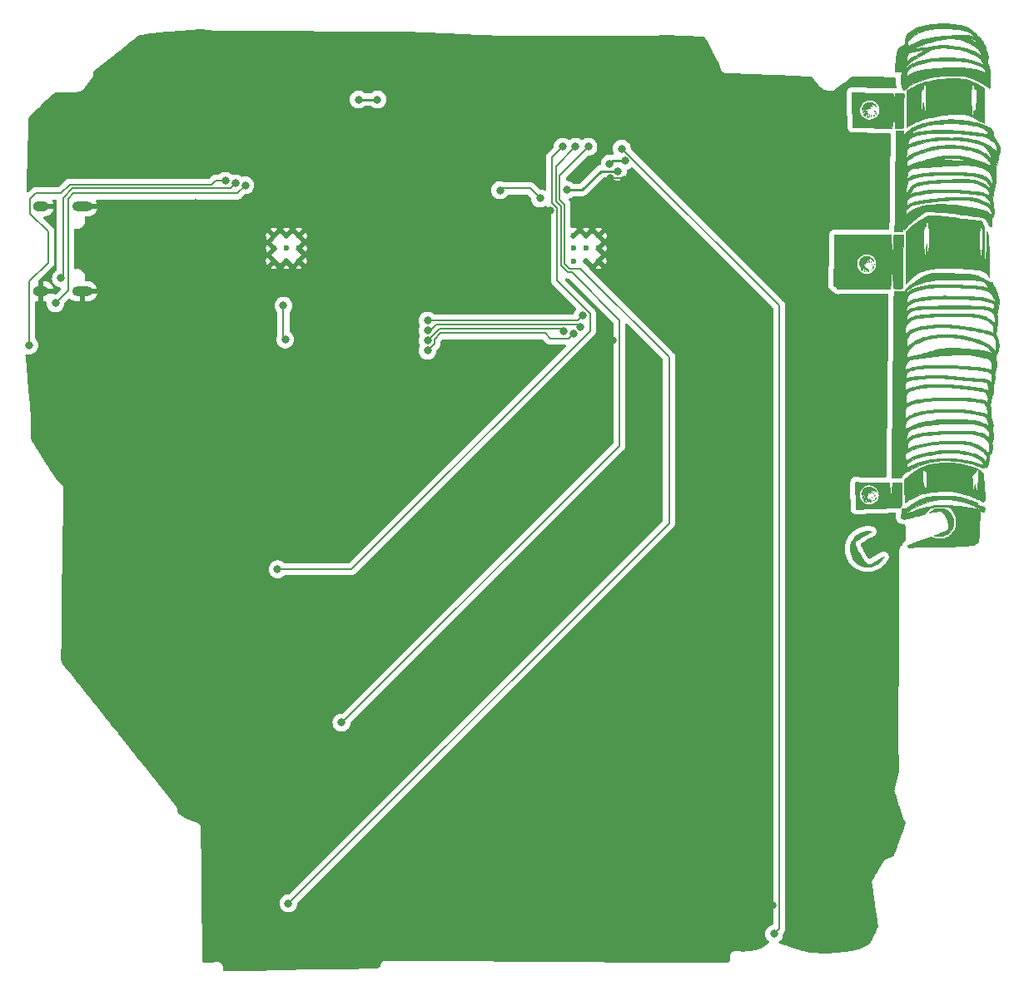
<source format=gbr>
%TF.GenerationSoftware,KiCad,Pcbnew,(6.0.4-0)*%
%TF.CreationDate,2022-08-06T01:16:14+02:00*%
%TF.ProjectId,enisadev,656e6973-6164-4657-962e-6b696361645f,rev?*%
%TF.SameCoordinates,PXb71b00PYb71b00*%
%TF.FileFunction,Copper,L2,Bot*%
%TF.FilePolarity,Positive*%
%FSLAX46Y46*%
G04 Gerber Fmt 4.6, Leading zero omitted, Abs format (unit mm)*
G04 Created by KiCad (PCBNEW (6.0.4-0)) date 2022-08-06 01:16:14*
%MOMM*%
%LPD*%
G01*
G04 APERTURE LIST*
%TA.AperFunction,EtchedComponent*%
%ADD10C,0.010000*%
%TD*%
%TA.AperFunction,ComponentPad*%
%ADD11O,2.100000X1.000000*%
%TD*%
%TA.AperFunction,ComponentPad*%
%ADD12O,1.600000X1.000000*%
%TD*%
%TA.AperFunction,ComponentPad*%
%ADD13C,0.600000*%
%TD*%
%TA.AperFunction,ViaPad*%
%ADD14C,0.800000*%
%TD*%
%TA.AperFunction,Conductor*%
%ADD15C,0.200000*%
%TD*%
%TA.AperFunction,Conductor*%
%ADD16C,0.250000*%
%TD*%
G04 APERTURE END LIST*
%TO.C,G\u002A\u002A\u002A*%
G36*
X90140636Y-11050244D02*
G01*
X90119766Y-11080624D01*
X90090809Y-11106820D01*
X90071136Y-11112885D01*
X90068747Y-11106164D01*
X90081117Y-11079276D01*
X90108399Y-11051162D01*
X90136339Y-11038161D01*
X90140636Y-11050244D01*
G37*
D10*
X90140636Y-11050244D02*
X90119766Y-11080624D01*
X90090809Y-11106820D01*
X90071136Y-11112885D01*
X90068747Y-11106164D01*
X90081117Y-11079276D01*
X90108399Y-11051162D01*
X90136339Y-11038161D01*
X90140636Y-11050244D01*
G36*
X88969623Y-11187520D02*
G01*
X88976428Y-11196317D01*
X88945133Y-11218078D01*
X88905097Y-11238998D01*
X88870753Y-11247639D01*
X88860467Y-11230925D01*
X88870668Y-11213411D01*
X88909673Y-11194249D01*
X88962740Y-11187078D01*
X88969623Y-11187520D01*
G37*
X88969623Y-11187520D02*
X88976428Y-11196317D01*
X88945133Y-11218078D01*
X88905097Y-11238998D01*
X88870753Y-11247639D01*
X88860467Y-11230925D01*
X88870668Y-11213411D01*
X88909673Y-11194249D01*
X88962740Y-11187078D01*
X88969623Y-11187520D01*
G36*
X90216398Y-11207556D02*
G01*
X90232521Y-11227003D01*
X90235251Y-11270438D01*
X90223452Y-11322180D01*
X90221401Y-11327392D01*
X90205956Y-11353355D01*
X90196913Y-11338224D01*
X90193967Y-11281578D01*
X90194150Y-11271855D01*
X90201143Y-11226101D01*
X90215133Y-11207494D01*
X90216398Y-11207556D01*
G37*
X90216398Y-11207556D02*
X90232521Y-11227003D01*
X90235251Y-11270438D01*
X90223452Y-11322180D01*
X90221401Y-11327392D01*
X90205956Y-11353355D01*
X90196913Y-11338224D01*
X90193967Y-11281578D01*
X90194150Y-11271855D01*
X90201143Y-11226101D01*
X90215133Y-11207494D01*
X90216398Y-11207556D01*
G36*
X89671520Y-10710419D02*
G01*
X89685967Y-10735823D01*
X89680433Y-10743543D01*
X89644470Y-10758053D01*
X89586112Y-10768744D01*
X89553478Y-10773462D01*
X89484577Y-10796926D01*
X89429660Y-10843342D01*
X89423331Y-10850385D01*
X89387798Y-10885229D01*
X89364219Y-10891587D01*
X89340077Y-10873700D01*
X89335779Y-10869494D01*
X89305394Y-10852020D01*
X89273382Y-10868690D01*
X89244398Y-10885023D01*
X89215170Y-10872164D01*
X89195501Y-10855673D01*
X89164588Y-10852905D01*
X89135633Y-10889994D01*
X89124458Y-10921302D01*
X89136032Y-10975405D01*
X89146826Y-10992215D01*
X89176807Y-11009396D01*
X89229603Y-11005255D01*
X89280002Y-11001219D01*
X89311176Y-11013281D01*
X89305761Y-11038479D01*
X89260893Y-11070811D01*
X89256394Y-11073175D01*
X89215344Y-11102955D01*
X89215596Y-11126590D01*
X89233393Y-11136185D01*
X89280136Y-11124788D01*
X89293799Y-11117610D01*
X89329762Y-11104514D01*
X89344476Y-11120484D01*
X89347300Y-11172115D01*
X89346031Y-11188855D01*
X89323895Y-11260701D01*
X89280472Y-11342795D01*
X89223943Y-11421388D01*
X89162489Y-11482729D01*
X89112374Y-11512253D01*
X89064783Y-11524994D01*
X89048056Y-11522173D01*
X89047078Y-11507752D01*
X89071012Y-11475979D01*
X89123009Y-11421233D01*
X89142412Y-11401100D01*
X89193147Y-11341628D01*
X89213946Y-11304935D01*
X89205526Y-11293463D01*
X89168600Y-11309652D01*
X89103883Y-11355943D01*
X89051880Y-11395879D01*
X89006732Y-11427786D01*
X88984157Y-11440103D01*
X88974937Y-11437365D01*
X88974547Y-11413756D01*
X88997126Y-11372658D01*
X89037535Y-11322248D01*
X89090633Y-11270704D01*
X89124335Y-11241116D01*
X89161719Y-11202220D01*
X89173317Y-11174653D01*
X89164508Y-11149592D01*
X89151771Y-11134785D01*
X89113128Y-11119131D01*
X89045992Y-11118260D01*
X89041205Y-11118545D01*
X88966404Y-11114622D01*
X88924568Y-11091802D01*
X88913957Y-11077435D01*
X88916397Y-11062694D01*
X88954517Y-11059328D01*
X89024345Y-11049555D01*
X89075737Y-11014494D01*
X89093300Y-10955341D01*
X89086202Y-10909082D01*
X89066015Y-10872533D01*
X89040981Y-10862376D01*
X88994142Y-10872019D01*
X88949641Y-10905114D01*
X88921699Y-10953663D01*
X88910781Y-10981076D01*
X88904910Y-10973186D01*
X88904820Y-10972140D01*
X88887311Y-10935397D01*
X88849883Y-10893951D01*
X88817646Y-10859387D01*
X88800144Y-10806782D01*
X88821235Y-10749863D01*
X88834655Y-10735204D01*
X88966300Y-10735204D01*
X88971267Y-10756228D01*
X88996449Y-10758739D01*
X89046257Y-10730044D01*
X89074309Y-10701068D01*
X89093300Y-10641417D01*
X89093300Y-10585741D01*
X89029800Y-10646578D01*
X89016075Y-10660386D01*
X88980543Y-10704071D01*
X88966300Y-10735204D01*
X88834655Y-10735204D01*
X88881633Y-10683890D01*
X88936266Y-10631928D01*
X88961229Y-10598002D01*
X88956167Y-10578734D01*
X88923041Y-10568675D01*
X88900955Y-10563101D01*
X88894841Y-10549309D01*
X88906252Y-10523548D01*
X89015061Y-10523548D01*
X89032747Y-10529457D01*
X89070677Y-10518326D01*
X89117414Y-10488532D01*
X89135794Y-10472466D01*
X89150372Y-10452107D01*
X89132687Y-10446198D01*
X89094757Y-10457329D01*
X89048020Y-10487123D01*
X89029640Y-10503189D01*
X89015061Y-10523548D01*
X88906252Y-10523548D01*
X88908503Y-10518467D01*
X88943704Y-10461429D01*
X88982172Y-10410217D01*
X89080985Y-10318522D01*
X89205131Y-10239229D01*
X89343519Y-10180141D01*
X89475637Y-10152135D01*
X89640141Y-10153398D01*
X89804460Y-10190347D01*
X89960147Y-10260938D01*
X90098758Y-10363125D01*
X90128811Y-10392393D01*
X90183093Y-10453340D01*
X90226088Y-10511585D01*
X90251504Y-10558128D01*
X90253052Y-10583964D01*
X90240536Y-10579782D01*
X90203107Y-10555377D01*
X90150950Y-10515754D01*
X90136093Y-10504181D01*
X90064941Y-10455212D01*
X89988689Y-10410689D01*
X89917262Y-10375600D01*
X89860582Y-10354935D01*
X89828572Y-10353681D01*
X89819353Y-10374872D01*
X89822930Y-10418808D01*
X89827747Y-10441141D01*
X89825490Y-10452107D01*
X89823153Y-10463470D01*
X89792895Y-10460814D01*
X89777365Y-10457034D01*
X89754028Y-10456781D01*
X89757121Y-10476632D01*
X89785848Y-10523675D01*
X89822229Y-10579200D01*
X89759390Y-10563390D01*
X89725030Y-10555482D01*
X89651145Y-10542515D01*
X89584100Y-10535242D01*
X89535421Y-10534685D01*
X89516633Y-10541864D01*
X89523550Y-10554552D01*
X89554292Y-10589892D01*
X89601300Y-10635994D01*
X89606859Y-10641417D01*
X89634388Y-10668274D01*
X89671520Y-10710419D01*
G37*
X89671520Y-10710419D02*
X89685967Y-10735823D01*
X89680433Y-10743543D01*
X89644470Y-10758053D01*
X89586112Y-10768744D01*
X89553478Y-10773462D01*
X89484577Y-10796926D01*
X89429660Y-10843342D01*
X89423331Y-10850385D01*
X89387798Y-10885229D01*
X89364219Y-10891587D01*
X89340077Y-10873700D01*
X89335779Y-10869494D01*
X89305394Y-10852020D01*
X89273382Y-10868690D01*
X89244398Y-10885023D01*
X89215170Y-10872164D01*
X89195501Y-10855673D01*
X89164588Y-10852905D01*
X89135633Y-10889994D01*
X89124458Y-10921302D01*
X89136032Y-10975405D01*
X89146826Y-10992215D01*
X89176807Y-11009396D01*
X89229603Y-11005255D01*
X89280002Y-11001219D01*
X89311176Y-11013281D01*
X89305761Y-11038479D01*
X89260893Y-11070811D01*
X89256394Y-11073175D01*
X89215344Y-11102955D01*
X89215596Y-11126590D01*
X89233393Y-11136185D01*
X89280136Y-11124788D01*
X89293799Y-11117610D01*
X89329762Y-11104514D01*
X89344476Y-11120484D01*
X89347300Y-11172115D01*
X89346031Y-11188855D01*
X89323895Y-11260701D01*
X89280472Y-11342795D01*
X89223943Y-11421388D01*
X89162489Y-11482729D01*
X89112374Y-11512253D01*
X89064783Y-11524994D01*
X89048056Y-11522173D01*
X89047078Y-11507752D01*
X89071012Y-11475979D01*
X89123009Y-11421233D01*
X89142412Y-11401100D01*
X89193147Y-11341628D01*
X89213946Y-11304935D01*
X89205526Y-11293463D01*
X89168600Y-11309652D01*
X89103883Y-11355943D01*
X89051880Y-11395879D01*
X89006732Y-11427786D01*
X88984157Y-11440103D01*
X88974937Y-11437365D01*
X88974547Y-11413756D01*
X88997126Y-11372658D01*
X89037535Y-11322248D01*
X89090633Y-11270704D01*
X89124335Y-11241116D01*
X89161719Y-11202220D01*
X89173317Y-11174653D01*
X89164508Y-11149592D01*
X89151771Y-11134785D01*
X89113128Y-11119131D01*
X89045992Y-11118260D01*
X89041205Y-11118545D01*
X88966404Y-11114622D01*
X88924568Y-11091802D01*
X88913957Y-11077435D01*
X88916397Y-11062694D01*
X88954517Y-11059328D01*
X89024345Y-11049555D01*
X89075737Y-11014494D01*
X89093300Y-10955341D01*
X89086202Y-10909082D01*
X89066015Y-10872533D01*
X89040981Y-10862376D01*
X88994142Y-10872019D01*
X88949641Y-10905114D01*
X88921699Y-10953663D01*
X88910781Y-10981076D01*
X88904910Y-10973186D01*
X88904820Y-10972140D01*
X88887311Y-10935397D01*
X88849883Y-10893951D01*
X88817646Y-10859387D01*
X88800144Y-10806782D01*
X88821235Y-10749863D01*
X88834655Y-10735204D01*
X88966300Y-10735204D01*
X88971267Y-10756228D01*
X88996449Y-10758739D01*
X89046257Y-10730044D01*
X89074309Y-10701068D01*
X89093300Y-10641417D01*
X89093300Y-10585741D01*
X89029800Y-10646578D01*
X89016075Y-10660386D01*
X88980543Y-10704071D01*
X88966300Y-10735204D01*
X88834655Y-10735204D01*
X88881633Y-10683890D01*
X88936266Y-10631928D01*
X88961229Y-10598002D01*
X88956167Y-10578734D01*
X88923041Y-10568675D01*
X88900955Y-10563101D01*
X88894841Y-10549309D01*
X88906252Y-10523548D01*
X89015061Y-10523548D01*
X89032747Y-10529457D01*
X89070677Y-10518326D01*
X89117414Y-10488532D01*
X89135794Y-10472466D01*
X89150372Y-10452107D01*
X89132687Y-10446198D01*
X89094757Y-10457329D01*
X89048020Y-10487123D01*
X89029640Y-10503189D01*
X89015061Y-10523548D01*
X88906252Y-10523548D01*
X88908503Y-10518467D01*
X88943704Y-10461429D01*
X88982172Y-10410217D01*
X89080985Y-10318522D01*
X89205131Y-10239229D01*
X89343519Y-10180141D01*
X89475637Y-10152135D01*
X89640141Y-10153398D01*
X89804460Y-10190347D01*
X89960147Y-10260938D01*
X90098758Y-10363125D01*
X90128811Y-10392393D01*
X90183093Y-10453340D01*
X90226088Y-10511585D01*
X90251504Y-10558128D01*
X90253052Y-10583964D01*
X90240536Y-10579782D01*
X90203107Y-10555377D01*
X90150950Y-10515754D01*
X90136093Y-10504181D01*
X90064941Y-10455212D01*
X89988689Y-10410689D01*
X89917262Y-10375600D01*
X89860582Y-10354935D01*
X89828572Y-10353681D01*
X89819353Y-10374872D01*
X89822930Y-10418808D01*
X89827747Y-10441141D01*
X89825490Y-10452107D01*
X89823153Y-10463470D01*
X89792895Y-10460814D01*
X89777365Y-10457034D01*
X89754028Y-10456781D01*
X89757121Y-10476632D01*
X89785848Y-10523675D01*
X89822229Y-10579200D01*
X89759390Y-10563390D01*
X89725030Y-10555482D01*
X89651145Y-10542515D01*
X89584100Y-10535242D01*
X89535421Y-10534685D01*
X89516633Y-10541864D01*
X89523550Y-10554552D01*
X89554292Y-10589892D01*
X89601300Y-10635994D01*
X89606859Y-10641417D01*
X89634388Y-10668274D01*
X89671520Y-10710419D01*
G36*
X89726629Y-11491480D02*
G01*
X89725132Y-11512949D01*
X89715512Y-11519262D01*
X89711318Y-11511773D01*
X89713841Y-11478692D01*
X89721460Y-11468895D01*
X89726629Y-11491480D01*
G37*
X89726629Y-11491480D02*
X89725132Y-11512949D01*
X89715512Y-11519262D01*
X89711318Y-11511773D01*
X89713841Y-11478692D01*
X89721460Y-11468895D01*
X89726629Y-11491480D01*
G36*
X90088133Y-11471401D02*
G01*
X90088105Y-11471731D01*
X90070421Y-11488110D01*
X90029925Y-11512887D01*
X90002729Y-11527222D01*
X89966857Y-11542633D01*
X89966148Y-11534609D01*
X90000520Y-11503123D01*
X90038058Y-11476060D01*
X90074041Y-11461207D01*
X90088133Y-11471401D01*
G37*
X90088133Y-11471401D02*
X90088105Y-11471731D01*
X90070421Y-11488110D01*
X90029925Y-11512887D01*
X90002729Y-11527222D01*
X89966857Y-11542633D01*
X89966148Y-11534609D01*
X90000520Y-11503123D01*
X90038058Y-11476060D01*
X90074041Y-11461207D01*
X90088133Y-11471401D01*
G36*
X89592016Y-11400446D02*
G01*
X89593426Y-11436817D01*
X89592257Y-11441307D01*
X89581844Y-11489405D01*
X89570439Y-11551453D01*
X89557409Y-11598502D01*
X89539264Y-11627833D01*
X89523418Y-11629565D01*
X89516633Y-11597867D01*
X89520490Y-11556140D01*
X89533128Y-11497229D01*
X89550595Y-11441196D01*
X89568746Y-11400964D01*
X89583441Y-11389455D01*
X89592016Y-11400446D01*
G37*
X89592016Y-11400446D02*
X89593426Y-11436817D01*
X89592257Y-11441307D01*
X89581844Y-11489405D01*
X89570439Y-11551453D01*
X89557409Y-11598502D01*
X89539264Y-11627833D01*
X89523418Y-11629565D01*
X89516633Y-11597867D01*
X89520490Y-11556140D01*
X89533128Y-11497229D01*
X89550595Y-11441196D01*
X89568746Y-11400964D01*
X89583441Y-11389455D01*
X89592016Y-11400446D01*
G36*
X89749467Y-11620244D02*
G01*
X89738883Y-11630828D01*
X89728300Y-11620244D01*
X89738883Y-11609661D01*
X89749467Y-11620244D01*
G37*
X89749467Y-11620244D02*
X89738883Y-11630828D01*
X89728300Y-11620244D01*
X89738883Y-11609661D01*
X89749467Y-11620244D01*
G36*
X89431967Y-11347586D02*
G01*
X89426922Y-11386791D01*
X89411198Y-11455490D01*
X89389178Y-11534104D01*
X89365375Y-11606685D01*
X89344303Y-11657286D01*
X89329874Y-11677911D01*
X89304222Y-11694328D01*
X89292300Y-11692411D01*
X89286859Y-11671842D01*
X89315611Y-11630760D01*
X89331107Y-11604314D01*
X89352690Y-11544128D01*
X89370240Y-11470343D01*
X89382797Y-11411741D01*
X89399896Y-11354499D01*
X89415752Y-11320826D01*
X89427423Y-11316572D01*
X89431967Y-11347586D01*
G37*
X89431967Y-11347586D02*
X89426922Y-11386791D01*
X89411198Y-11455490D01*
X89389178Y-11534104D01*
X89365375Y-11606685D01*
X89344303Y-11657286D01*
X89329874Y-11677911D01*
X89304222Y-11694328D01*
X89292300Y-11692411D01*
X89286859Y-11671842D01*
X89315611Y-11630760D01*
X89331107Y-11604314D01*
X89352690Y-11544128D01*
X89370240Y-11470343D01*
X89382797Y-11411741D01*
X89399896Y-11354499D01*
X89415752Y-11320826D01*
X89427423Y-11316572D01*
X89431967Y-11347586D01*
G36*
X89488411Y-11701383D02*
G01*
X89491723Y-11707750D01*
X89474300Y-11715494D01*
X89463095Y-11713967D01*
X89460189Y-11701383D01*
X89463291Y-11698850D01*
X89488411Y-11701383D01*
G37*
X89488411Y-11701383D02*
X89491723Y-11707750D01*
X89474300Y-11715494D01*
X89463095Y-11713967D01*
X89460189Y-11701383D01*
X89463291Y-11698850D01*
X89488411Y-11701383D01*
G36*
X89728300Y-26405161D02*
G01*
X89737660Y-26423475D01*
X89747655Y-26468661D01*
X89742736Y-26481934D01*
X89728300Y-26458078D01*
X89722288Y-26443344D01*
X89710423Y-26403926D01*
X89712427Y-26388537D01*
X89728300Y-26405161D01*
G37*
X89728300Y-26405161D02*
X89737660Y-26423475D01*
X89747655Y-26468661D01*
X89742736Y-26481934D01*
X89728300Y-26458078D01*
X89722288Y-26443344D01*
X89710423Y-26403926D01*
X89712427Y-26388537D01*
X89728300Y-26405161D01*
G36*
X90066967Y-26648578D02*
G01*
X90056383Y-26659161D01*
X90045800Y-26648578D01*
X90056383Y-26637994D01*
X90066967Y-26648578D01*
G37*
X90066967Y-26648578D02*
X90056383Y-26659161D01*
X90045800Y-26648578D01*
X90056383Y-26637994D01*
X90066967Y-26648578D01*
G36*
X89855300Y-26690911D02*
G01*
X89844717Y-26701494D01*
X89834133Y-26690911D01*
X89844717Y-26680328D01*
X89855300Y-26690911D01*
G37*
X89855300Y-26690911D02*
X89844717Y-26701494D01*
X89834133Y-26690911D01*
X89844717Y-26680328D01*
X89855300Y-26690911D01*
G36*
X89956410Y-26898754D02*
G01*
X89953926Y-26939533D01*
X89927651Y-27011625D01*
X89891865Y-27093078D01*
X89869839Y-27021909D01*
X89858776Y-26976802D01*
X89865690Y-26943131D01*
X89899182Y-26911728D01*
X89935559Y-26890878D01*
X89956410Y-26898754D01*
G37*
X89956410Y-26898754D02*
X89953926Y-26939533D01*
X89927651Y-27011625D01*
X89891865Y-27093078D01*
X89869839Y-27021909D01*
X89858776Y-26976802D01*
X89865690Y-26943131D01*
X89899182Y-26911728D01*
X89935559Y-26890878D01*
X89956410Y-26898754D01*
G36*
X89742411Y-27174216D02*
G01*
X89745723Y-27180583D01*
X89728300Y-27188328D01*
X89717095Y-27186800D01*
X89714189Y-27174216D01*
X89717291Y-27171683D01*
X89742411Y-27174216D01*
G37*
X89742411Y-27174216D02*
X89745723Y-27180583D01*
X89728300Y-27188328D01*
X89717095Y-27186800D01*
X89714189Y-27174216D01*
X89717291Y-27171683D01*
X89742411Y-27174216D01*
G36*
X89339196Y-26352243D02*
G01*
X89386139Y-26405377D01*
X89408824Y-26444022D01*
X89405336Y-26463055D01*
X89373758Y-26457349D01*
X89357565Y-26450690D01*
X89278984Y-26430547D01*
X89215733Y-26442397D01*
X89155387Y-26487984D01*
X89141737Y-26502437D01*
X89107748Y-26550729D01*
X89101131Y-26585537D01*
X89103994Y-26593726D01*
X89102651Y-26614859D01*
X89076207Y-26603533D01*
X89025888Y-26560162D01*
X88988037Y-26527478D01*
X88958495Y-26514918D01*
X88950464Y-26536496D01*
X88963748Y-26593100D01*
X88998150Y-26685619D01*
X88998398Y-26688075D01*
X89001030Y-26714156D01*
X88970829Y-26722661D01*
X88969829Y-26722667D01*
X88928331Y-26737934D01*
X88915592Y-26772137D01*
X88937527Y-26809798D01*
X88969913Y-26825718D01*
X89010352Y-26811166D01*
X89029279Y-26800505D01*
X89047202Y-26802900D01*
X89050967Y-26840290D01*
X89050156Y-26860083D01*
X89046353Y-26877509D01*
X89040081Y-26906252D01*
X89014731Y-26957679D01*
X88996627Y-26983658D01*
X88969384Y-27022754D01*
X88899323Y-27109865D01*
X88891327Y-27119549D01*
X88843379Y-27181091D01*
X88809396Y-27230635D01*
X88796298Y-27258218D01*
X88794583Y-27262467D01*
X88775188Y-27254637D01*
X88741301Y-27221770D01*
X88713280Y-27186505D01*
X88697821Y-27150612D01*
X88697610Y-27147261D01*
X88723667Y-27147261D01*
X88727094Y-27152037D01*
X88752193Y-27167161D01*
X88771327Y-27157690D01*
X88808125Y-27122947D01*
X88847962Y-27074333D01*
X88879733Y-27024286D01*
X88885946Y-27011724D01*
X88893013Y-26983658D01*
X88873988Y-26976661D01*
X88870739Y-26976953D01*
X88837632Y-26994984D01*
X88796104Y-27032684D01*
X88756421Y-27078399D01*
X88728853Y-27120476D01*
X88723667Y-27147261D01*
X88697610Y-27147261D01*
X88694803Y-27102575D01*
X88701154Y-27027536D01*
X88706673Y-26968203D01*
X88706767Y-26918278D01*
X88696937Y-26890502D01*
X88675301Y-26873682D01*
X88666442Y-26866952D01*
X88715459Y-26866952D01*
X88737700Y-26908928D01*
X88741634Y-26912655D01*
X88786006Y-26933480D01*
X88825189Y-26920216D01*
X88827066Y-26918162D01*
X88839268Y-26877509D01*
X88831761Y-26825900D01*
X88807550Y-26786161D01*
X88772888Y-26772499D01*
X88739587Y-26787254D01*
X88718266Y-26822566D01*
X88715459Y-26866952D01*
X88666442Y-26866952D01*
X88664218Y-26865262D01*
X88632794Y-26821652D01*
X88606756Y-26761000D01*
X88601746Y-26745642D01*
X88571058Y-26665605D01*
X88539320Y-26597642D01*
X88630409Y-26597642D01*
X88640347Y-26675766D01*
X88643209Y-26686270D01*
X88662843Y-26735099D01*
X88683385Y-26759040D01*
X88692690Y-26760020D01*
X88728459Y-26743284D01*
X88761364Y-26707965D01*
X88775800Y-26669228D01*
X88774330Y-26650795D01*
X88755594Y-26595214D01*
X88753584Y-26592443D01*
X88827521Y-26592443D01*
X88838237Y-26645782D01*
X88852270Y-26669228D01*
X88853989Y-26672101D01*
X88883949Y-26697338D01*
X88911733Y-26704863D01*
X88923967Y-26688075D01*
X88922107Y-26671476D01*
X88910002Y-26624703D01*
X88891525Y-26571948D01*
X88872447Y-26528837D01*
X88858543Y-26510994D01*
X88849232Y-26513764D01*
X88831970Y-26543230D01*
X88827521Y-26592443D01*
X88753584Y-26592443D01*
X88723166Y-26550506D01*
X88687072Y-26532161D01*
X88646395Y-26548869D01*
X88630409Y-26597642D01*
X88539320Y-26597642D01*
X88537799Y-26594385D01*
X88511837Y-26525444D01*
X88504285Y-26446218D01*
X88509188Y-26412119D01*
X88669967Y-26412119D01*
X88671403Y-26424389D01*
X88691379Y-26445461D01*
X88723679Y-26439197D01*
X88753889Y-26406552D01*
X88753993Y-26406357D01*
X88772195Y-26356643D01*
X88773685Y-26316093D01*
X88757914Y-26299328D01*
X88747180Y-26301919D01*
X88713380Y-26329001D01*
X88683094Y-26371567D01*
X88669967Y-26412119D01*
X88509188Y-26412119D01*
X88509559Y-26409538D01*
X88525026Y-26382421D01*
X88557088Y-26379736D01*
X88567328Y-26380362D01*
X88605493Y-26361814D01*
X88623373Y-26312703D01*
X88617955Y-26239947D01*
X88616886Y-26205759D01*
X88628272Y-26177618D01*
X88726051Y-26177618D01*
X88726688Y-26216720D01*
X88749190Y-26222395D01*
X88787288Y-26192495D01*
X88811252Y-26155640D01*
X88802544Y-26127105D01*
X88781984Y-26114404D01*
X88750456Y-26125238D01*
X88727426Y-26171977D01*
X88726051Y-26177618D01*
X88628272Y-26177618D01*
X88644469Y-26137589D01*
X88706671Y-26065106D01*
X88799438Y-25992562D01*
X88918721Y-25924210D01*
X88978653Y-25895255D01*
X89045944Y-25867373D01*
X89106354Y-25852050D01*
X89176280Y-25845577D01*
X89272119Y-25844244D01*
X89299476Y-25844325D01*
X89390947Y-25847115D01*
X89458856Y-25855990D01*
X89518256Y-25873804D01*
X89584202Y-25903411D01*
X89637105Y-25931779D01*
X89770397Y-26025048D01*
X89884754Y-26136306D01*
X89968541Y-26254912D01*
X89992837Y-26303091D01*
X90009709Y-26346212D01*
X90009084Y-26362828D01*
X89993832Y-26354881D01*
X89955796Y-26323380D01*
X89907221Y-26276099D01*
X89854941Y-26225611D01*
X89779072Y-26161960D01*
X89702196Y-26106131D01*
X89630914Y-26062102D01*
X89571825Y-26033854D01*
X89531532Y-26025366D01*
X89516633Y-26040618D01*
X89525043Y-26063576D01*
X89549584Y-26104118D01*
X89566973Y-26140735D01*
X89555940Y-26150894D01*
X89522719Y-26127613D01*
X89508499Y-26114817D01*
X89483490Y-26106019D01*
X89476674Y-26130461D01*
X89482036Y-26155640D01*
X89488174Y-26184472D01*
X89518114Y-26264381D01*
X89531451Y-26295783D01*
X89562096Y-26371887D01*
X89576699Y-26418221D01*
X89576879Y-26441210D01*
X89564258Y-26447279D01*
X89558974Y-26444388D01*
X89538153Y-26414760D01*
X89513286Y-26363483D01*
X89493561Y-26326479D01*
X89435284Y-26259736D01*
X89363523Y-26211927D01*
X89291982Y-26193573D01*
X89259275Y-26202339D01*
X89251661Y-26232866D01*
X89276141Y-26281632D01*
X89306443Y-26316093D01*
X89331716Y-26344836D01*
X89339196Y-26352243D01*
G37*
X89339196Y-26352243D02*
X89386139Y-26405377D01*
X89408824Y-26444022D01*
X89405336Y-26463055D01*
X89373758Y-26457349D01*
X89357565Y-26450690D01*
X89278984Y-26430547D01*
X89215733Y-26442397D01*
X89155387Y-26487984D01*
X89141737Y-26502437D01*
X89107748Y-26550729D01*
X89101131Y-26585537D01*
X89103994Y-26593726D01*
X89102651Y-26614859D01*
X89076207Y-26603533D01*
X89025888Y-26560162D01*
X88988037Y-26527478D01*
X88958495Y-26514918D01*
X88950464Y-26536496D01*
X88963748Y-26593100D01*
X88998150Y-26685619D01*
X88998398Y-26688075D01*
X89001030Y-26714156D01*
X88970829Y-26722661D01*
X88969829Y-26722667D01*
X88928331Y-26737934D01*
X88915592Y-26772137D01*
X88937527Y-26809798D01*
X88969913Y-26825718D01*
X89010352Y-26811166D01*
X89029279Y-26800505D01*
X89047202Y-26802900D01*
X89050967Y-26840290D01*
X89050156Y-26860083D01*
X89046353Y-26877509D01*
X89040081Y-26906252D01*
X89014731Y-26957679D01*
X88996627Y-26983658D01*
X88969384Y-27022754D01*
X88899323Y-27109865D01*
X88891327Y-27119549D01*
X88843379Y-27181091D01*
X88809396Y-27230635D01*
X88796298Y-27258218D01*
X88794583Y-27262467D01*
X88775188Y-27254637D01*
X88741301Y-27221770D01*
X88713280Y-27186505D01*
X88697821Y-27150612D01*
X88697610Y-27147261D01*
X88723667Y-27147261D01*
X88727094Y-27152037D01*
X88752193Y-27167161D01*
X88771327Y-27157690D01*
X88808125Y-27122947D01*
X88847962Y-27074333D01*
X88879733Y-27024286D01*
X88885946Y-27011724D01*
X88893013Y-26983658D01*
X88873988Y-26976661D01*
X88870739Y-26976953D01*
X88837632Y-26994984D01*
X88796104Y-27032684D01*
X88756421Y-27078399D01*
X88728853Y-27120476D01*
X88723667Y-27147261D01*
X88697610Y-27147261D01*
X88694803Y-27102575D01*
X88701154Y-27027536D01*
X88706673Y-26968203D01*
X88706767Y-26918278D01*
X88696937Y-26890502D01*
X88675301Y-26873682D01*
X88666442Y-26866952D01*
X88715459Y-26866952D01*
X88737700Y-26908928D01*
X88741634Y-26912655D01*
X88786006Y-26933480D01*
X88825189Y-26920216D01*
X88827066Y-26918162D01*
X88839268Y-26877509D01*
X88831761Y-26825900D01*
X88807550Y-26786161D01*
X88772888Y-26772499D01*
X88739587Y-26787254D01*
X88718266Y-26822566D01*
X88715459Y-26866952D01*
X88666442Y-26866952D01*
X88664218Y-26865262D01*
X88632794Y-26821652D01*
X88606756Y-26761000D01*
X88601746Y-26745642D01*
X88571058Y-26665605D01*
X88539320Y-26597642D01*
X88630409Y-26597642D01*
X88640347Y-26675766D01*
X88643209Y-26686270D01*
X88662843Y-26735099D01*
X88683385Y-26759040D01*
X88692690Y-26760020D01*
X88728459Y-26743284D01*
X88761364Y-26707965D01*
X88775800Y-26669228D01*
X88774330Y-26650795D01*
X88755594Y-26595214D01*
X88753584Y-26592443D01*
X88827521Y-26592443D01*
X88838237Y-26645782D01*
X88852270Y-26669228D01*
X88853989Y-26672101D01*
X88883949Y-26697338D01*
X88911733Y-26704863D01*
X88923967Y-26688075D01*
X88922107Y-26671476D01*
X88910002Y-26624703D01*
X88891525Y-26571948D01*
X88872447Y-26528837D01*
X88858543Y-26510994D01*
X88849232Y-26513764D01*
X88831970Y-26543230D01*
X88827521Y-26592443D01*
X88753584Y-26592443D01*
X88723166Y-26550506D01*
X88687072Y-26532161D01*
X88646395Y-26548869D01*
X88630409Y-26597642D01*
X88539320Y-26597642D01*
X88537799Y-26594385D01*
X88511837Y-26525444D01*
X88504285Y-26446218D01*
X88509188Y-26412119D01*
X88669967Y-26412119D01*
X88671403Y-26424389D01*
X88691379Y-26445461D01*
X88723679Y-26439197D01*
X88753889Y-26406552D01*
X88753993Y-26406357D01*
X88772195Y-26356643D01*
X88773685Y-26316093D01*
X88757914Y-26299328D01*
X88747180Y-26301919D01*
X88713380Y-26329001D01*
X88683094Y-26371567D01*
X88669967Y-26412119D01*
X88509188Y-26412119D01*
X88509559Y-26409538D01*
X88525026Y-26382421D01*
X88557088Y-26379736D01*
X88567328Y-26380362D01*
X88605493Y-26361814D01*
X88623373Y-26312703D01*
X88617955Y-26239947D01*
X88616886Y-26205759D01*
X88628272Y-26177618D01*
X88726051Y-26177618D01*
X88726688Y-26216720D01*
X88749190Y-26222395D01*
X88787288Y-26192495D01*
X88811252Y-26155640D01*
X88802544Y-26127105D01*
X88781984Y-26114404D01*
X88750456Y-26125238D01*
X88727426Y-26171977D01*
X88726051Y-26177618D01*
X88628272Y-26177618D01*
X88644469Y-26137589D01*
X88706671Y-26065106D01*
X88799438Y-25992562D01*
X88918721Y-25924210D01*
X88978653Y-25895255D01*
X89045944Y-25867373D01*
X89106354Y-25852050D01*
X89176280Y-25845577D01*
X89272119Y-25844244D01*
X89299476Y-25844325D01*
X89390947Y-25847115D01*
X89458856Y-25855990D01*
X89518256Y-25873804D01*
X89584202Y-25903411D01*
X89637105Y-25931779D01*
X89770397Y-26025048D01*
X89884754Y-26136306D01*
X89968541Y-26254912D01*
X89992837Y-26303091D01*
X90009709Y-26346212D01*
X90009084Y-26362828D01*
X89993832Y-26354881D01*
X89955796Y-26323380D01*
X89907221Y-26276099D01*
X89854941Y-26225611D01*
X89779072Y-26161960D01*
X89702196Y-26106131D01*
X89630914Y-26062102D01*
X89571825Y-26033854D01*
X89531532Y-26025366D01*
X89516633Y-26040618D01*
X89525043Y-26063576D01*
X89549584Y-26104118D01*
X89566973Y-26140735D01*
X89555940Y-26150894D01*
X89522719Y-26127613D01*
X89508499Y-26114817D01*
X89483490Y-26106019D01*
X89476674Y-26130461D01*
X89482036Y-26155640D01*
X89488174Y-26184472D01*
X89518114Y-26264381D01*
X89531451Y-26295783D01*
X89562096Y-26371887D01*
X89576699Y-26418221D01*
X89576879Y-26441210D01*
X89564258Y-26447279D01*
X89558974Y-26444388D01*
X89538153Y-26414760D01*
X89513286Y-26363483D01*
X89493561Y-26326479D01*
X89435284Y-26259736D01*
X89363523Y-26211927D01*
X89291982Y-26193573D01*
X89259275Y-26202339D01*
X89251661Y-26232866D01*
X89276141Y-26281632D01*
X89306443Y-26316093D01*
X89331716Y-26344836D01*
X89339196Y-26352243D01*
G36*
X89103741Y-26980293D02*
G01*
X89113309Y-27012913D01*
X89113847Y-27069916D01*
X89106356Y-27139666D01*
X89091837Y-27210524D01*
X89071292Y-27270854D01*
X89055938Y-27302487D01*
X89032138Y-27342170D01*
X89018017Y-27352933D01*
X89016929Y-27351054D01*
X89016498Y-27320049D01*
X89023970Y-27262571D01*
X89036964Y-27190009D01*
X89053104Y-27113750D01*
X89070010Y-27045181D01*
X89085304Y-26995689D01*
X89096608Y-26976661D01*
X89103741Y-26980293D01*
G37*
X89103741Y-26980293D02*
X89113309Y-27012913D01*
X89113847Y-27069916D01*
X89106356Y-27139666D01*
X89091837Y-27210524D01*
X89071292Y-27270854D01*
X89055938Y-27302487D01*
X89032138Y-27342170D01*
X89018017Y-27352933D01*
X89016929Y-27351054D01*
X89016498Y-27320049D01*
X89023970Y-27262571D01*
X89036964Y-27190009D01*
X89053104Y-27113750D01*
X89070010Y-27045181D01*
X89085304Y-26995689D01*
X89096608Y-26976661D01*
X89103741Y-26980293D01*
G36*
X89283736Y-27062545D02*
G01*
X89283395Y-27110559D01*
X89275370Y-27171114D01*
X89260227Y-27235289D01*
X89238529Y-27294161D01*
X89221293Y-27327868D01*
X89197388Y-27361113D01*
X89183623Y-27360884D01*
X89181551Y-27350844D01*
X89183671Y-27300416D01*
X89195310Y-27229896D01*
X89213159Y-27154063D01*
X89233906Y-27087698D01*
X89254242Y-27045580D01*
X89259113Y-27039831D01*
X89275830Y-27035995D01*
X89283736Y-27062545D01*
G37*
X89283736Y-27062545D02*
X89283395Y-27110559D01*
X89275370Y-27171114D01*
X89260227Y-27235289D01*
X89238529Y-27294161D01*
X89221293Y-27327868D01*
X89197388Y-27361113D01*
X89183623Y-27360884D01*
X89181551Y-27350844D01*
X89183671Y-27300416D01*
X89195310Y-27229896D01*
X89213159Y-27154063D01*
X89233906Y-27087698D01*
X89254242Y-27045580D01*
X89259113Y-27039831D01*
X89275830Y-27035995D01*
X89283736Y-27062545D01*
G36*
X89411251Y-27136115D02*
G01*
X89429416Y-27171536D01*
X89442006Y-27229373D01*
X89446393Y-27292229D01*
X89439948Y-27342711D01*
X89429930Y-27370670D01*
X89421169Y-27373087D01*
X89409176Y-27336494D01*
X89400852Y-27299656D01*
X89393663Y-27239537D01*
X89392493Y-27183469D01*
X89397389Y-27144062D01*
X89408401Y-27133928D01*
X89411251Y-27136115D01*
G37*
X89411251Y-27136115D02*
X89429416Y-27171536D01*
X89442006Y-27229373D01*
X89446393Y-27292229D01*
X89439948Y-27342711D01*
X89429930Y-27370670D01*
X89421169Y-27373087D01*
X89409176Y-27336494D01*
X89400852Y-27299656D01*
X89393663Y-27239537D01*
X89392493Y-27183469D01*
X89397389Y-27144062D01*
X89408401Y-27133928D01*
X89411251Y-27136115D01*
G36*
X89999340Y-49931911D02*
G01*
X89999369Y-49936923D01*
X89996532Y-49970059D01*
X89989583Y-49969355D01*
X89985700Y-49951963D01*
X89988799Y-49905855D01*
X89989846Y-49902216D01*
X89996288Y-49899082D01*
X89999340Y-49931911D01*
G37*
X89999340Y-49931911D02*
X89999369Y-49936923D01*
X89996532Y-49970059D01*
X89989583Y-49969355D01*
X89985700Y-49951963D01*
X89988799Y-49905855D01*
X89989846Y-49902216D01*
X89996288Y-49899082D01*
X89999340Y-49931911D01*
G36*
X90130467Y-50137769D02*
G01*
X90130405Y-50139529D01*
X90116530Y-50178531D01*
X90085720Y-50226504D01*
X90074271Y-50240617D01*
X90043302Y-50271638D01*
X90032745Y-50270081D01*
X90043509Y-50239998D01*
X90076504Y-50185439D01*
X90094791Y-50160386D01*
X90120410Y-50134128D01*
X90130467Y-50137769D01*
G37*
X90130467Y-50137769D02*
X90130405Y-50139529D01*
X90116530Y-50178531D01*
X90085720Y-50226504D01*
X90074271Y-50240617D01*
X90043302Y-50271638D01*
X90032745Y-50270081D01*
X90043509Y-50239998D01*
X90076504Y-50185439D01*
X90094791Y-50160386D01*
X90120410Y-50134128D01*
X90130467Y-50137769D01*
G36*
X89839927Y-50338374D02*
G01*
X89855300Y-50367077D01*
X89854183Y-50378947D01*
X89843138Y-50383938D01*
X89826057Y-50354145D01*
X89822348Y-50337634D01*
X89834376Y-50334227D01*
X89839927Y-50338374D01*
G37*
X89839927Y-50338374D02*
X89855300Y-50367077D01*
X89854183Y-50378947D01*
X89843138Y-50383938D01*
X89826057Y-50354145D01*
X89822348Y-50337634D01*
X89834376Y-50334227D01*
X89839927Y-50338374D01*
G36*
X90202123Y-50366918D02*
G01*
X90213741Y-50392228D01*
X90211111Y-50441515D01*
X90194491Y-50502033D01*
X90190183Y-50512618D01*
X90163701Y-50550487D01*
X90138151Y-50547143D01*
X90117778Y-50502558D01*
X90115696Y-50480093D01*
X90129379Y-50427844D01*
X90159827Y-50384139D01*
X90197247Y-50365828D01*
X90202123Y-50366918D01*
G37*
X90202123Y-50366918D02*
X90213741Y-50392228D01*
X90211111Y-50441515D01*
X90194491Y-50502033D01*
X90190183Y-50512618D01*
X90163701Y-50550487D01*
X90138151Y-50547143D01*
X90117778Y-50502558D01*
X90115696Y-50480093D01*
X90129379Y-50427844D01*
X90159827Y-50384139D01*
X90197247Y-50365828D01*
X90202123Y-50366918D01*
G36*
X90045800Y-50639230D02*
G01*
X90029239Y-50658801D01*
X89987592Y-50679893D01*
X89957530Y-50690645D01*
X89923771Y-50700024D01*
X89924960Y-50690903D01*
X89958187Y-50661457D01*
X89996437Y-50633566D01*
X90032765Y-50620816D01*
X90045800Y-50639230D01*
G37*
X90045800Y-50639230D02*
X90029239Y-50658801D01*
X89987592Y-50679893D01*
X89957530Y-50690645D01*
X89923771Y-50700024D01*
X89924960Y-50690903D01*
X89958187Y-50661457D01*
X89996437Y-50633566D01*
X90032765Y-50620816D01*
X90045800Y-50639230D01*
G36*
X89676057Y-50629165D02*
G01*
X89679375Y-50634011D01*
X89699084Y-50686237D01*
X89707133Y-50750873D01*
X89706793Y-50766260D01*
X89700446Y-50812770D01*
X89688613Y-50831494D01*
X89674765Y-50817989D01*
X89659375Y-50773722D01*
X89648191Y-50711233D01*
X89644307Y-50643640D01*
X89645504Y-50611724D01*
X89653414Y-50602532D01*
X89676057Y-50629165D01*
G37*
X89676057Y-50629165D02*
X89679375Y-50634011D01*
X89699084Y-50686237D01*
X89707133Y-50750873D01*
X89706793Y-50766260D01*
X89700446Y-50812770D01*
X89688613Y-50831494D01*
X89674765Y-50817989D01*
X89659375Y-50773722D01*
X89648191Y-50711233D01*
X89644307Y-50643640D01*
X89645504Y-50611724D01*
X89653414Y-50602532D01*
X89676057Y-50629165D01*
G36*
X89566279Y-49795870D02*
G01*
X89569311Y-49798560D01*
X89619899Y-49850911D01*
X89653810Y-49899519D01*
X89668270Y-49937330D01*
X89660511Y-49957291D01*
X89627758Y-49952349D01*
X89549588Y-49928841D01*
X89481031Y-49936509D01*
X89413085Y-49979335D01*
X89402793Y-49988095D01*
X89364769Y-50025543D01*
X89354485Y-50053954D01*
X89366204Y-50086434D01*
X89380800Y-50117662D01*
X89377946Y-50129948D01*
X89350188Y-50113377D01*
X89295120Y-50067301D01*
X89220300Y-50001609D01*
X89220300Y-50052673D01*
X89226211Y-50090356D01*
X89251377Y-50144824D01*
X89269096Y-50172697D01*
X89277891Y-50186534D01*
X89276024Y-50210797D01*
X89240803Y-50217661D01*
X89236302Y-50217851D01*
X89199508Y-50234379D01*
X89179304Y-50266165D01*
X89186743Y-50296993D01*
X89187241Y-50297443D01*
X89215894Y-50299824D01*
X89263441Y-50287335D01*
X89281835Y-50280501D01*
X89312981Y-50274047D01*
X89324479Y-50292234D01*
X89326133Y-50343908D01*
X89326249Y-50351190D01*
X89328006Y-50361885D01*
X89336186Y-50411682D01*
X89357883Y-50450494D01*
X89363713Y-50459274D01*
X89378582Y-50481671D01*
X89389633Y-50534389D01*
X89388544Y-50555073D01*
X89376470Y-50625616D01*
X89355034Y-50704855D01*
X89329255Y-50775908D01*
X89304151Y-50821894D01*
X89301908Y-50824536D01*
X89269603Y-50849705D01*
X89249170Y-50846307D01*
X89251373Y-50815619D01*
X89271605Y-50755551D01*
X89292541Y-50676542D01*
X89308777Y-50598532D01*
X89317626Y-50534642D01*
X89316401Y-50497996D01*
X89308345Y-50487675D01*
X89286832Y-50491757D01*
X89248477Y-50520809D01*
X89187761Y-50578274D01*
X89177166Y-50588849D01*
X89123856Y-50645862D01*
X89086324Y-50692370D01*
X89072133Y-50719158D01*
X89087468Y-50747855D01*
X89125711Y-50780957D01*
X89127157Y-50781911D01*
X89160752Y-50809336D01*
X89168474Y-50826876D01*
X89163595Y-50829245D01*
X89132035Y-50819949D01*
X89085282Y-50790141D01*
X89033730Y-50748057D01*
X88987774Y-50701929D01*
X88957807Y-50659992D01*
X88944999Y-50633332D01*
X88937762Y-50611437D01*
X88987467Y-50611437D01*
X88996652Y-50638093D01*
X89025658Y-50629122D01*
X89074524Y-50582786D01*
X89112227Y-50540282D01*
X89154382Y-50488006D01*
X89169575Y-50459274D01*
X89160128Y-50450494D01*
X89133089Y-50461218D01*
X89088103Y-50494108D01*
X89040515Y-50537865D01*
X89002809Y-50580853D01*
X88987467Y-50611437D01*
X88937762Y-50611437D01*
X88927063Y-50579069D01*
X88933696Y-50536324D01*
X88965690Y-50487827D01*
X88966787Y-50486432D01*
X88993256Y-50448978D01*
X88993358Y-50425744D01*
X88967451Y-50398619D01*
X88962849Y-50394547D01*
X88924581Y-50374156D01*
X88882221Y-50386680D01*
X88848580Y-50399679D01*
X88811668Y-50401473D01*
X88810587Y-50401025D01*
X88811152Y-50387617D01*
X88843743Y-50369197D01*
X88901103Y-50346354D01*
X88892429Y-50321143D01*
X88973602Y-50321143D01*
X88986145Y-50363358D01*
X88996267Y-50378139D01*
X89035857Y-50403874D01*
X89078265Y-50403899D01*
X89106812Y-50376411D01*
X89111099Y-50361885D01*
X89106533Y-50312590D01*
X89078083Y-50277596D01*
X89036953Y-50265871D01*
X88994343Y-50286380D01*
X88994308Y-50286414D01*
X88973602Y-50321143D01*
X88892429Y-50321143D01*
X88860700Y-50228922D01*
X88842285Y-50179280D01*
X88812646Y-50110761D01*
X88811788Y-50109189D01*
X88895626Y-50109189D01*
X88899143Y-50143241D01*
X88919565Y-50200654D01*
X88953757Y-50224288D01*
X88997575Y-50210043D01*
X89016672Y-50193088D01*
X89027324Y-50161685D01*
X89016986Y-50109294D01*
X89008567Y-50083708D01*
X89005397Y-50079018D01*
X89094029Y-50079018D01*
X89103874Y-50125147D01*
X89125641Y-50161685D01*
X89126562Y-50163232D01*
X89147752Y-50183357D01*
X89170042Y-50194939D01*
X89185409Y-50180409D01*
X89187603Y-50172697D01*
X89181052Y-50134679D01*
X89161647Y-50086349D01*
X89137192Y-50044808D01*
X89115489Y-50027161D01*
X89098344Y-50041026D01*
X89094029Y-50079018D01*
X89005397Y-50079018D01*
X88984020Y-50047392D01*
X88944341Y-50037744D01*
X88914428Y-50040840D01*
X88897286Y-50060419D01*
X88895626Y-50109189D01*
X88811788Y-50109189D01*
X88787465Y-50064616D01*
X88762537Y-50011995D01*
X88753182Y-49950831D01*
X88760097Y-49897914D01*
X88933162Y-49897914D01*
X88954677Y-49918218D01*
X88986554Y-49912271D01*
X89017186Y-49872916D01*
X89041189Y-49804792D01*
X89055980Y-49741411D01*
X88987336Y-49807956D01*
X88967850Y-49828497D01*
X88938252Y-49870563D01*
X88933162Y-49897914D01*
X88760097Y-49897914D01*
X88760336Y-49896089D01*
X88782378Y-49859196D01*
X88817688Y-49851578D01*
X88847138Y-49850141D01*
X88882501Y-49813873D01*
X88889500Y-49799966D01*
X88895526Y-49765678D01*
X88870515Y-49738402D01*
X88857218Y-49727917D01*
X88845967Y-49708544D01*
X88855295Y-49679738D01*
X88856866Y-49677229D01*
X88966300Y-49677229D01*
X88971928Y-49702338D01*
X88995372Y-49704675D01*
X89045675Y-49683827D01*
X89085393Y-49655543D01*
X89092076Y-49629468D01*
X89066545Y-49616818D01*
X89013925Y-49626797D01*
X88983911Y-49645440D01*
X88966300Y-49677229D01*
X88856866Y-49677229D01*
X88887109Y-49628917D01*
X88911261Y-49596439D01*
X89003633Y-49508029D01*
X89122618Y-49429076D01*
X89256629Y-49365433D01*
X89394077Y-49322955D01*
X89523374Y-49307494D01*
X89552399Y-49308454D01*
X89674884Y-49327333D01*
X89808528Y-49366752D01*
X89936185Y-49421955D01*
X89966388Y-49439694D01*
X90053319Y-49509148D01*
X90140855Y-49601888D01*
X90217631Y-49706425D01*
X90233256Y-49731591D01*
X90269238Y-49798133D01*
X90277448Y-49832858D01*
X90258147Y-49835638D01*
X90211593Y-49806349D01*
X90138048Y-49744865D01*
X90077948Y-49693416D01*
X89998687Y-49631169D01*
X89923899Y-49577833D01*
X89860534Y-49538028D01*
X89815546Y-49516374D01*
X89795885Y-49517489D01*
X89795331Y-49524175D01*
X89806987Y-49562631D01*
X89834109Y-49614371D01*
X89845268Y-49632846D01*
X89866973Y-49672635D01*
X89871722Y-49688494D01*
X89867494Y-49686863D01*
X89837863Y-49668261D01*
X89791800Y-49635578D01*
X89774261Y-49622927D01*
X89730525Y-49594151D01*
X89706577Y-49582661D01*
X89705641Y-49583239D01*
X89710934Y-49606131D01*
X89720615Y-49629468D01*
X89731500Y-49655708D01*
X89763606Y-49722793D01*
X89791148Y-49781279D01*
X89815968Y-49842520D01*
X89831571Y-49890523D01*
X89836292Y-49918786D01*
X89828466Y-49920807D01*
X89806430Y-49890086D01*
X89794561Y-49871484D01*
X89726697Y-49790870D01*
X89648494Y-49729724D01*
X89572349Y-49698206D01*
X89558995Y-49695916D01*
X89507869Y-49691491D01*
X89480625Y-49696280D01*
X89486280Y-49712670D01*
X89510615Y-49741411D01*
X89516987Y-49748938D01*
X89566279Y-49795870D01*
G37*
X89566279Y-49795870D02*
X89569311Y-49798560D01*
X89619899Y-49850911D01*
X89653810Y-49899519D01*
X89668270Y-49937330D01*
X89660511Y-49957291D01*
X89627758Y-49952349D01*
X89549588Y-49928841D01*
X89481031Y-49936509D01*
X89413085Y-49979335D01*
X89402793Y-49988095D01*
X89364769Y-50025543D01*
X89354485Y-50053954D01*
X89366204Y-50086434D01*
X89380800Y-50117662D01*
X89377946Y-50129948D01*
X89350188Y-50113377D01*
X89295120Y-50067301D01*
X89220300Y-50001609D01*
X89220300Y-50052673D01*
X89226211Y-50090356D01*
X89251377Y-50144824D01*
X89269096Y-50172697D01*
X89277891Y-50186534D01*
X89276024Y-50210797D01*
X89240803Y-50217661D01*
X89236302Y-50217851D01*
X89199508Y-50234379D01*
X89179304Y-50266165D01*
X89186743Y-50296993D01*
X89187241Y-50297443D01*
X89215894Y-50299824D01*
X89263441Y-50287335D01*
X89281835Y-50280501D01*
X89312981Y-50274047D01*
X89324479Y-50292234D01*
X89326133Y-50343908D01*
X89326249Y-50351190D01*
X89328006Y-50361885D01*
X89336186Y-50411682D01*
X89357883Y-50450494D01*
X89363713Y-50459274D01*
X89378582Y-50481671D01*
X89389633Y-50534389D01*
X89388544Y-50555073D01*
X89376470Y-50625616D01*
X89355034Y-50704855D01*
X89329255Y-50775908D01*
X89304151Y-50821894D01*
X89301908Y-50824536D01*
X89269603Y-50849705D01*
X89249170Y-50846307D01*
X89251373Y-50815619D01*
X89271605Y-50755551D01*
X89292541Y-50676542D01*
X89308777Y-50598532D01*
X89317626Y-50534642D01*
X89316401Y-50497996D01*
X89308345Y-50487675D01*
X89286832Y-50491757D01*
X89248477Y-50520809D01*
X89187761Y-50578274D01*
X89177166Y-50588849D01*
X89123856Y-50645862D01*
X89086324Y-50692370D01*
X89072133Y-50719158D01*
X89087468Y-50747855D01*
X89125711Y-50780957D01*
X89127157Y-50781911D01*
X89160752Y-50809336D01*
X89168474Y-50826876D01*
X89163595Y-50829245D01*
X89132035Y-50819949D01*
X89085282Y-50790141D01*
X89033730Y-50748057D01*
X88987774Y-50701929D01*
X88957807Y-50659992D01*
X88944999Y-50633332D01*
X88937762Y-50611437D01*
X88987467Y-50611437D01*
X88996652Y-50638093D01*
X89025658Y-50629122D01*
X89074524Y-50582786D01*
X89112227Y-50540282D01*
X89154382Y-50488006D01*
X89169575Y-50459274D01*
X89160128Y-50450494D01*
X89133089Y-50461218D01*
X89088103Y-50494108D01*
X89040515Y-50537865D01*
X89002809Y-50580853D01*
X88987467Y-50611437D01*
X88937762Y-50611437D01*
X88927063Y-50579069D01*
X88933696Y-50536324D01*
X88965690Y-50487827D01*
X88966787Y-50486432D01*
X88993256Y-50448978D01*
X88993358Y-50425744D01*
X88967451Y-50398619D01*
X88962849Y-50394547D01*
X88924581Y-50374156D01*
X88882221Y-50386680D01*
X88848580Y-50399679D01*
X88811668Y-50401473D01*
X88810587Y-50401025D01*
X88811152Y-50387617D01*
X88843743Y-50369197D01*
X88901103Y-50346354D01*
X88892429Y-50321143D01*
X88973602Y-50321143D01*
X88986145Y-50363358D01*
X88996267Y-50378139D01*
X89035857Y-50403874D01*
X89078265Y-50403899D01*
X89106812Y-50376411D01*
X89111099Y-50361885D01*
X89106533Y-50312590D01*
X89078083Y-50277596D01*
X89036953Y-50265871D01*
X88994343Y-50286380D01*
X88994308Y-50286414D01*
X88973602Y-50321143D01*
X88892429Y-50321143D01*
X88860700Y-50228922D01*
X88842285Y-50179280D01*
X88812646Y-50110761D01*
X88811788Y-50109189D01*
X88895626Y-50109189D01*
X88899143Y-50143241D01*
X88919565Y-50200654D01*
X88953757Y-50224288D01*
X88997575Y-50210043D01*
X89016672Y-50193088D01*
X89027324Y-50161685D01*
X89016986Y-50109294D01*
X89008567Y-50083708D01*
X89005397Y-50079018D01*
X89094029Y-50079018D01*
X89103874Y-50125147D01*
X89125641Y-50161685D01*
X89126562Y-50163232D01*
X89147752Y-50183357D01*
X89170042Y-50194939D01*
X89185409Y-50180409D01*
X89187603Y-50172697D01*
X89181052Y-50134679D01*
X89161647Y-50086349D01*
X89137192Y-50044808D01*
X89115489Y-50027161D01*
X89098344Y-50041026D01*
X89094029Y-50079018D01*
X89005397Y-50079018D01*
X88984020Y-50047392D01*
X88944341Y-50037744D01*
X88914428Y-50040840D01*
X88897286Y-50060419D01*
X88895626Y-50109189D01*
X88811788Y-50109189D01*
X88787465Y-50064616D01*
X88762537Y-50011995D01*
X88753182Y-49950831D01*
X88760097Y-49897914D01*
X88933162Y-49897914D01*
X88954677Y-49918218D01*
X88986554Y-49912271D01*
X89017186Y-49872916D01*
X89041189Y-49804792D01*
X89055980Y-49741411D01*
X88987336Y-49807956D01*
X88967850Y-49828497D01*
X88938252Y-49870563D01*
X88933162Y-49897914D01*
X88760097Y-49897914D01*
X88760336Y-49896089D01*
X88782378Y-49859196D01*
X88817688Y-49851578D01*
X88847138Y-49850141D01*
X88882501Y-49813873D01*
X88889500Y-49799966D01*
X88895526Y-49765678D01*
X88870515Y-49738402D01*
X88857218Y-49727917D01*
X88845967Y-49708544D01*
X88855295Y-49679738D01*
X88856866Y-49677229D01*
X88966300Y-49677229D01*
X88971928Y-49702338D01*
X88995372Y-49704675D01*
X89045675Y-49683827D01*
X89085393Y-49655543D01*
X89092076Y-49629468D01*
X89066545Y-49616818D01*
X89013925Y-49626797D01*
X88983911Y-49645440D01*
X88966300Y-49677229D01*
X88856866Y-49677229D01*
X88887109Y-49628917D01*
X88911261Y-49596439D01*
X89003633Y-49508029D01*
X89122618Y-49429076D01*
X89256629Y-49365433D01*
X89394077Y-49322955D01*
X89523374Y-49307494D01*
X89552399Y-49308454D01*
X89674884Y-49327333D01*
X89808528Y-49366752D01*
X89936185Y-49421955D01*
X89966388Y-49439694D01*
X90053319Y-49509148D01*
X90140855Y-49601888D01*
X90217631Y-49706425D01*
X90233256Y-49731591D01*
X90269238Y-49798133D01*
X90277448Y-49832858D01*
X90258147Y-49835638D01*
X90211593Y-49806349D01*
X90138048Y-49744865D01*
X90077948Y-49693416D01*
X89998687Y-49631169D01*
X89923899Y-49577833D01*
X89860534Y-49538028D01*
X89815546Y-49516374D01*
X89795885Y-49517489D01*
X89795331Y-49524175D01*
X89806987Y-49562631D01*
X89834109Y-49614371D01*
X89845268Y-49632846D01*
X89866973Y-49672635D01*
X89871722Y-49688494D01*
X89867494Y-49686863D01*
X89837863Y-49668261D01*
X89791800Y-49635578D01*
X89774261Y-49622927D01*
X89730525Y-49594151D01*
X89706577Y-49582661D01*
X89705641Y-49583239D01*
X89710934Y-49606131D01*
X89720615Y-49629468D01*
X89731500Y-49655708D01*
X89763606Y-49722793D01*
X89791148Y-49781279D01*
X89815968Y-49842520D01*
X89831571Y-49890523D01*
X89836292Y-49918786D01*
X89828466Y-49920807D01*
X89806430Y-49890086D01*
X89794561Y-49871484D01*
X89726697Y-49790870D01*
X89648494Y-49729724D01*
X89572349Y-49698206D01*
X89558995Y-49695916D01*
X89507869Y-49691491D01*
X89480625Y-49696280D01*
X89486280Y-49712670D01*
X89510615Y-49741411D01*
X89516987Y-49748938D01*
X89566279Y-49795870D01*
G36*
X89548204Y-50536117D02*
G01*
X89552649Y-50579368D01*
X89545198Y-50644819D01*
X89527633Y-50720504D01*
X89501732Y-50794453D01*
X89498479Y-50801943D01*
X89468209Y-50856950D01*
X89446226Y-50871326D01*
X89435492Y-50845717D01*
X89438968Y-50780768D01*
X89451724Y-50713629D01*
X89473052Y-50639356D01*
X89497792Y-50576885D01*
X89521952Y-50536100D01*
X89541537Y-50526887D01*
X89548204Y-50536117D01*
G37*
X89548204Y-50536117D02*
X89552649Y-50579368D01*
X89545198Y-50644819D01*
X89527633Y-50720504D01*
X89501732Y-50794453D01*
X89498479Y-50801943D01*
X89468209Y-50856950D01*
X89446226Y-50871326D01*
X89435492Y-50845717D01*
X89438968Y-50780768D01*
X89451724Y-50713629D01*
X89473052Y-50639356D01*
X89497792Y-50576885D01*
X89521952Y-50536100D01*
X89541537Y-50526887D01*
X89548204Y-50536117D01*
G36*
X101293117Y-4420851D02*
G01*
X101373988Y-4624337D01*
X101448143Y-4827985D01*
X101513495Y-5025482D01*
X101567957Y-5210518D01*
X101609441Y-5376779D01*
X101615039Y-5406687D01*
X101635863Y-5517954D01*
X101645133Y-5627731D01*
X101644838Y-5638334D01*
X101636164Y-5708232D01*
X101617898Y-5798008D01*
X101593326Y-5890954D01*
X101578546Y-5939661D01*
X101564377Y-5990065D01*
X101556667Y-6033577D01*
X101556756Y-6076789D01*
X101565986Y-6126292D01*
X101585699Y-6188680D01*
X101617237Y-6270546D01*
X101637502Y-6319474D01*
X101661940Y-6378481D01*
X101721150Y-6519078D01*
X101747675Y-6583202D01*
X101791860Y-6694907D01*
X101828885Y-6794684D01*
X101855486Y-6873580D01*
X101868394Y-6922641D01*
X101871158Y-6982703D01*
X101861438Y-7088338D01*
X101849368Y-7156875D01*
X101846132Y-7175244D01*
X101843026Y-7192883D01*
X101838678Y-7217578D01*
X101837716Y-7223044D01*
X101834391Y-7244267D01*
X101831941Y-7259911D01*
X101829178Y-7277550D01*
X101825310Y-7302244D01*
X101818680Y-7344578D01*
X101815365Y-7365744D01*
X101808735Y-7408078D01*
X101804566Y-7434706D01*
X101804080Y-7450411D01*
X101803426Y-7471578D01*
X101797314Y-7669409D01*
X101825590Y-7884328D01*
X101845751Y-7996536D01*
X101861285Y-8129864D01*
X101870776Y-8268637D01*
X101873698Y-8401107D01*
X101869522Y-8515528D01*
X101857721Y-8600155D01*
X101856027Y-8607138D01*
X101836933Y-8670349D01*
X101816142Y-8701498D01*
X101787757Y-8709828D01*
X101767601Y-8707063D01*
X101707253Y-8684437D01*
X101637681Y-8646384D01*
X101574145Y-8601851D01*
X101531903Y-8559786D01*
X101508105Y-8535207D01*
X101487582Y-8538555D01*
X101484216Y-8540913D01*
X101453688Y-8532439D01*
X101398374Y-8499973D01*
X101323753Y-8446591D01*
X101261093Y-8400440D01*
X101085770Y-8282949D01*
X100883718Y-8160553D01*
X100664698Y-8038374D01*
X100438475Y-7921538D01*
X100214811Y-7815169D01*
X100003471Y-7724391D01*
X99814217Y-7654328D01*
X99728711Y-7627377D01*
X99586451Y-7586640D01*
X99442189Y-7549265D01*
X99316800Y-7520852D01*
X99296133Y-7516692D01*
X99239730Y-7505841D01*
X99186235Y-7496895D01*
X99131123Y-7489681D01*
X99069869Y-7484021D01*
X98997951Y-7479741D01*
X98910844Y-7476664D01*
X98804024Y-7474616D01*
X98672967Y-7473420D01*
X98513149Y-7472900D01*
X98320046Y-7472882D01*
X98089133Y-7473190D01*
X98087877Y-7473192D01*
X97848315Y-7473773D01*
X97645838Y-7474782D01*
X97475224Y-7476399D01*
X97331252Y-7478803D01*
X97208700Y-7482175D01*
X97102346Y-7486694D01*
X97006967Y-7492539D01*
X97004468Y-7492744D01*
X96917342Y-7499892D01*
X96828250Y-7508931D01*
X96734467Y-7519837D01*
X96628155Y-7535078D01*
X96332866Y-7577411D01*
X96216119Y-7594148D01*
X95864121Y-7662078D01*
X95709332Y-7691950D01*
X95230755Y-7812006D01*
X94775642Y-7955662D01*
X94713739Y-7979578D01*
X94658954Y-8000744D01*
X94339250Y-8124263D01*
X93916835Y-8319156D01*
X93844719Y-8355652D01*
X93698444Y-8433742D01*
X93583776Y-8502360D01*
X93495075Y-8565350D01*
X93426699Y-8626558D01*
X93400940Y-8656911D01*
X93373007Y-8689827D01*
X93365741Y-8699244D01*
X93364425Y-8700951D01*
X93327405Y-8741578D01*
X93318048Y-8751848D01*
X93283805Y-8783911D01*
X93260822Y-8805431D01*
X93209912Y-8847411D01*
X93202727Y-8853336D01*
X93153743Y-8887197D01*
X93123849Y-8898651D01*
X93121451Y-8898570D01*
X93097328Y-8912540D01*
X93093841Y-8918360D01*
X93109675Y-8913055D01*
X93122376Y-8908692D01*
X93136133Y-8921671D01*
X93132272Y-8930603D01*
X93102918Y-8933482D01*
X93053215Y-8917170D01*
X92993382Y-8884340D01*
X92964462Y-8854211D01*
X92960849Y-8847411D01*
X93136133Y-8847411D01*
X93146717Y-8857994D01*
X93157300Y-8847411D01*
X93146717Y-8836828D01*
X93136133Y-8847411D01*
X92960849Y-8847411D01*
X92934756Y-8798300D01*
X92929510Y-8783911D01*
X93178467Y-8783911D01*
X93189050Y-8794494D01*
X93199633Y-8783911D01*
X93189050Y-8773328D01*
X93178467Y-8783911D01*
X92929510Y-8783911D01*
X92914076Y-8741578D01*
X93199633Y-8741578D01*
X93210217Y-8752161D01*
X93220800Y-8741578D01*
X93210217Y-8730994D01*
X93199633Y-8741578D01*
X92914076Y-8741578D01*
X92903923Y-8713732D01*
X92899819Y-8699244D01*
X93220800Y-8699244D01*
X93231383Y-8709828D01*
X93241967Y-8699244D01*
X93231383Y-8688661D01*
X93220800Y-8699244D01*
X92899819Y-8699244D01*
X92887828Y-8656911D01*
X93241967Y-8656911D01*
X93252550Y-8667494D01*
X93263133Y-8656911D01*
X93252550Y-8646328D01*
X93241967Y-8656911D01*
X92887828Y-8656911D01*
X92870907Y-8597173D01*
X92834653Y-8445289D01*
X92794105Y-8254744D01*
X92791998Y-8244405D01*
X92767657Y-8121984D01*
X92751581Y-8030768D01*
X92747847Y-8000744D01*
X93390133Y-8000744D01*
X93400717Y-8011328D01*
X93411300Y-8000744D01*
X93400717Y-7990161D01*
X93390133Y-8000744D01*
X92747847Y-8000744D01*
X92745215Y-7979578D01*
X93432467Y-7979578D01*
X93443050Y-7990161D01*
X93453633Y-7979578D01*
X93443050Y-7968994D01*
X93432467Y-7979578D01*
X92745215Y-7979578D01*
X92742943Y-7961313D01*
X92740918Y-7904175D01*
X92744682Y-7849911D01*
X92753408Y-7789078D01*
X92755471Y-7776369D01*
X92771499Y-7677223D01*
X92773935Y-7662078D01*
X93686467Y-7662078D01*
X93697050Y-7672661D01*
X93707633Y-7662078D01*
X93697050Y-7651494D01*
X93686467Y-7662078D01*
X92773935Y-7662078D01*
X92787556Y-7577411D01*
X93792300Y-7577411D01*
X93802883Y-7587994D01*
X93813467Y-7577411D01*
X93802883Y-7566828D01*
X93792300Y-7577411D01*
X92787556Y-7577411D01*
X92790008Y-7562173D01*
X92794347Y-7535078D01*
X93855800Y-7535078D01*
X93866383Y-7545661D01*
X93876967Y-7535078D01*
X93866383Y-7524494D01*
X93855800Y-7535078D01*
X92794347Y-7535078D01*
X92807397Y-7453597D01*
X92811347Y-7427235D01*
X92822427Y-7327145D01*
X92827452Y-7234082D01*
X92827098Y-7222530D01*
X93376959Y-7222530D01*
X93388801Y-7334676D01*
X93389194Y-7337209D01*
X93400345Y-7410766D01*
X93408279Y-7466136D01*
X93411300Y-7491507D01*
X93418618Y-7503087D01*
X93444818Y-7496629D01*
X93449338Y-7492744D01*
X93919300Y-7492744D01*
X93929883Y-7503328D01*
X93940467Y-7492744D01*
X93929883Y-7482161D01*
X93919300Y-7492744D01*
X93449338Y-7492744D01*
X93473963Y-7471578D01*
X93961633Y-7471578D01*
X93972217Y-7482161D01*
X93982800Y-7471578D01*
X93972217Y-7460994D01*
X93961633Y-7471578D01*
X93473963Y-7471578D01*
X93476882Y-7469069D01*
X93477267Y-7468609D01*
X93497358Y-7450411D01*
X94003967Y-7450411D01*
X94014550Y-7460994D01*
X94025133Y-7450411D01*
X94014550Y-7439828D01*
X94003967Y-7450411D01*
X93497358Y-7450411D01*
X93515833Y-7433676D01*
X93550176Y-7408078D01*
X94088633Y-7408078D01*
X94099217Y-7418661D01*
X94109800Y-7408078D01*
X94099217Y-7397494D01*
X94088633Y-7408078D01*
X93550176Y-7408078D01*
X93578574Y-7386911D01*
X94130967Y-7386911D01*
X94141550Y-7397494D01*
X94152133Y-7386911D01*
X94141550Y-7376328D01*
X94130967Y-7386911D01*
X93578574Y-7386911D01*
X93581768Y-7384530D01*
X93609340Y-7365744D01*
X94173300Y-7365744D01*
X94183883Y-7376328D01*
X94194467Y-7365744D01*
X94183883Y-7355161D01*
X94173300Y-7365744D01*
X93609340Y-7365744D01*
X93640405Y-7344578D01*
X94236800Y-7344578D01*
X94247383Y-7355161D01*
X94257967Y-7344578D01*
X94247383Y-7333994D01*
X94236800Y-7344578D01*
X93640405Y-7344578D01*
X93665606Y-7327408D01*
X93671872Y-7323411D01*
X94300300Y-7323411D01*
X94310883Y-7333994D01*
X94321467Y-7323411D01*
X94310883Y-7312828D01*
X94300300Y-7323411D01*
X93671872Y-7323411D01*
X93705057Y-7302244D01*
X94363800Y-7302244D01*
X94374383Y-7312828D01*
X94384967Y-7302244D01*
X94374383Y-7291661D01*
X94363800Y-7302244D01*
X93705057Y-7302244D01*
X93733791Y-7283916D01*
X94431044Y-7283916D01*
X94448467Y-7291661D01*
X94459672Y-7290133D01*
X94462578Y-7277550D01*
X94459476Y-7275016D01*
X94434356Y-7277550D01*
X94431044Y-7283916D01*
X93733791Y-7283916D01*
X93757882Y-7268550D01*
X93776085Y-7257706D01*
X94496533Y-7257706D01*
X94496861Y-7264931D01*
X94524314Y-7268823D01*
X94545120Y-7265434D01*
X94540408Y-7259911D01*
X100883133Y-7259911D01*
X100888657Y-7265434D01*
X100893717Y-7270494D01*
X100904300Y-7259911D01*
X100893717Y-7249328D01*
X100883133Y-7259911D01*
X94540408Y-7259911D01*
X94537102Y-7256035D01*
X94524862Y-7252653D01*
X94496533Y-7257706D01*
X93776085Y-7257706D01*
X93811615Y-7236539D01*
X94581199Y-7236539D01*
X94581527Y-7243765D01*
X94608981Y-7247656D01*
X94629786Y-7244267D01*
X94621769Y-7234868D01*
X94609529Y-7231486D01*
X94581199Y-7236539D01*
X93811615Y-7236539D01*
X93847144Y-7215373D01*
X94665866Y-7215373D01*
X94666194Y-7222598D01*
X94693647Y-7226490D01*
X94714453Y-7223100D01*
X94709742Y-7217578D01*
X100756133Y-7217578D01*
X100761656Y-7223100D01*
X100766717Y-7228161D01*
X100777300Y-7217578D01*
X100766717Y-7206994D01*
X100756133Y-7217578D01*
X94709742Y-7217578D01*
X94706436Y-7213702D01*
X94694195Y-7210320D01*
X94665866Y-7215373D01*
X93847144Y-7215373D01*
X93849130Y-7214190D01*
X93886124Y-7194206D01*
X94771699Y-7194206D01*
X94772027Y-7201431D01*
X94799481Y-7205323D01*
X94820286Y-7201934D01*
X94817997Y-7199250D01*
X100696378Y-7199250D01*
X100702417Y-7201934D01*
X100713800Y-7206994D01*
X100725006Y-7205467D01*
X100727911Y-7192883D01*
X100724809Y-7190350D01*
X100699689Y-7192883D01*
X100696378Y-7199250D01*
X94817997Y-7199250D01*
X94812269Y-7192535D01*
X94800029Y-7189153D01*
X94771699Y-7194206D01*
X93886124Y-7194206D01*
X93925307Y-7173039D01*
X94877533Y-7173039D01*
X94877861Y-7180265D01*
X94905314Y-7184156D01*
X94926120Y-7180767D01*
X94921408Y-7175244D01*
X100629133Y-7175244D01*
X100639717Y-7185828D01*
X100650300Y-7175244D01*
X100639717Y-7164661D01*
X100629133Y-7175244D01*
X94921408Y-7175244D01*
X94918102Y-7171368D01*
X94905862Y-7167986D01*
X94877533Y-7173039D01*
X93925307Y-7173039D01*
X93929883Y-7170567D01*
X93957045Y-7157992D01*
X94989918Y-7157992D01*
X95019967Y-7161319D01*
X95049084Y-7158368D01*
X95048584Y-7156916D01*
X100548211Y-7156916D01*
X100551478Y-7158368D01*
X100565633Y-7164661D01*
X100576839Y-7163133D01*
X100579745Y-7150550D01*
X100576642Y-7148016D01*
X100551522Y-7150550D01*
X100548211Y-7156916D01*
X95048584Y-7156916D01*
X95046425Y-7150643D01*
X95036844Y-7147847D01*
X94993508Y-7150643D01*
X94989918Y-7157992D01*
X93957045Y-7157992D01*
X94016528Y-7130454D01*
X95097052Y-7130454D01*
X95100235Y-7137080D01*
X95136383Y-7139368D01*
X95142957Y-7139228D01*
X95169644Y-7135750D01*
X100463544Y-7135750D01*
X100480967Y-7143494D01*
X100492172Y-7141967D01*
X100495078Y-7129383D01*
X100491976Y-7126850D01*
X100466856Y-7129383D01*
X100463640Y-7135564D01*
X100463544Y-7135750D01*
X95169644Y-7135750D01*
X95171071Y-7135564D01*
X95162439Y-7128826D01*
X95140959Y-7125423D01*
X95098939Y-7129610D01*
X95097052Y-7130454D01*
X94016528Y-7130454D01*
X94024025Y-7126983D01*
X94070829Y-7109287D01*
X95224052Y-7109287D01*
X95227235Y-7115913D01*
X95263383Y-7118201D01*
X95269957Y-7118061D01*
X95296644Y-7114583D01*
X100378878Y-7114583D01*
X100396300Y-7122328D01*
X100407506Y-7120800D01*
X100410411Y-7108216D01*
X100407309Y-7105683D01*
X100382189Y-7108216D01*
X100378974Y-7114397D01*
X100378878Y-7114583D01*
X95296644Y-7114583D01*
X95298071Y-7114397D01*
X95289439Y-7107659D01*
X95267959Y-7104256D01*
X95225939Y-7108444D01*
X95224052Y-7109287D01*
X94070829Y-7109287D01*
X94109960Y-7094492D01*
X95392085Y-7094492D01*
X95422133Y-7097819D01*
X95451251Y-7094868D01*
X95450751Y-7093416D01*
X100273044Y-7093416D01*
X100276311Y-7094868D01*
X100290467Y-7101161D01*
X100301672Y-7099633D01*
X100304578Y-7087050D01*
X100301476Y-7084516D01*
X100276356Y-7087050D01*
X100273044Y-7093416D01*
X95450751Y-7093416D01*
X95448592Y-7087143D01*
X95439011Y-7084347D01*
X95395675Y-7087143D01*
X95392085Y-7094492D01*
X94109960Y-7094492D01*
X94165942Y-7073326D01*
X95519085Y-7073326D01*
X95549133Y-7076652D01*
X95578251Y-7073702D01*
X95576774Y-7069411D01*
X95612633Y-7069411D01*
X95616925Y-7073702D01*
X95623217Y-7079994D01*
X95630961Y-7072250D01*
X100167211Y-7072250D01*
X100184633Y-7079994D01*
X100195839Y-7078467D01*
X100198745Y-7065883D01*
X100195642Y-7063350D01*
X100170522Y-7065883D01*
X100168687Y-7069411D01*
X100167211Y-7072250D01*
X95630961Y-7072250D01*
X95633800Y-7069411D01*
X95623217Y-7058828D01*
X95612633Y-7069411D01*
X95576774Y-7069411D01*
X95575592Y-7065976D01*
X95566011Y-7063180D01*
X95522675Y-7065976D01*
X95519085Y-7073326D01*
X94165942Y-7073326D01*
X94214101Y-7055118D01*
X94245534Y-7045787D01*
X95710885Y-7045787D01*
X95714068Y-7052413D01*
X95750217Y-7054701D01*
X95756790Y-7054561D01*
X95784904Y-7050897D01*
X95778680Y-7046039D01*
X100042199Y-7046039D01*
X100042420Y-7050897D01*
X100042527Y-7053265D01*
X100069981Y-7057156D01*
X100090786Y-7053767D01*
X100082769Y-7044368D01*
X100070529Y-7040986D01*
X100042199Y-7046039D01*
X95778680Y-7046039D01*
X95776272Y-7044159D01*
X95754792Y-7040756D01*
X95712772Y-7044944D01*
X95710885Y-7045787D01*
X94245534Y-7045787D01*
X94308559Y-7027078D01*
X95845467Y-7027078D01*
X95856050Y-7037661D01*
X95862719Y-7030992D01*
X95900085Y-7030992D01*
X95930133Y-7034319D01*
X95959251Y-7031368D01*
X95957774Y-7027078D01*
X95993633Y-7027078D01*
X95997924Y-7031368D01*
X96004217Y-7037661D01*
X96014800Y-7027078D01*
X96012595Y-7024873D01*
X99915199Y-7024873D01*
X99915300Y-7027078D01*
X99915527Y-7032098D01*
X99942981Y-7035990D01*
X99963786Y-7032600D01*
X99955769Y-7023202D01*
X99943529Y-7019820D01*
X99915199Y-7024873D01*
X96012595Y-7024873D01*
X96004217Y-7016494D01*
X95993633Y-7027078D01*
X95957774Y-7027078D01*
X95956592Y-7023643D01*
X95947011Y-7020847D01*
X95903675Y-7023643D01*
X95901996Y-7027078D01*
X95900085Y-7030992D01*
X95862719Y-7030992D01*
X95866633Y-7027078D01*
X95856050Y-7016494D01*
X95845467Y-7027078D01*
X94308559Y-7027078D01*
X94379865Y-7005911D01*
X96057133Y-7005911D01*
X96067717Y-7016494D01*
X96074385Y-7009826D01*
X96111751Y-7009826D01*
X96141800Y-7013152D01*
X96170918Y-7010202D01*
X96169441Y-7005911D01*
X96205300Y-7005911D01*
X96215883Y-7016494D01*
X96226467Y-7005911D01*
X96224262Y-7003706D01*
X99767033Y-7003706D01*
X99767134Y-7005911D01*
X99767361Y-7010931D01*
X99794814Y-7014823D01*
X99815620Y-7011434D01*
X99807602Y-7002035D01*
X99795362Y-6998653D01*
X99767033Y-7003706D01*
X96224262Y-7003706D01*
X96215883Y-6995328D01*
X96205300Y-7005911D01*
X96169441Y-7005911D01*
X96168258Y-7002476D01*
X96158677Y-6999680D01*
X96115342Y-7002476D01*
X96113663Y-7005911D01*
X96111751Y-7009826D01*
X96074385Y-7009826D01*
X96078300Y-7005911D01*
X96067717Y-6995328D01*
X96057133Y-7005911D01*
X94379865Y-7005911D01*
X94437076Y-6988928D01*
X94454782Y-6984744D01*
X96289967Y-6984744D01*
X96300550Y-6995328D01*
X96311133Y-6984744D01*
X96308676Y-6982287D01*
X96345885Y-6982287D01*
X96347066Y-6984744D01*
X96349068Y-6988913D01*
X96385217Y-6991201D01*
X96391790Y-6991061D01*
X96419904Y-6987397D01*
X96413680Y-6982539D01*
X99597699Y-6982539D01*
X99597920Y-6987397D01*
X99598027Y-6989765D01*
X99625481Y-6993656D01*
X99646286Y-6990267D01*
X99638269Y-6980868D01*
X99626029Y-6977486D01*
X99597699Y-6982539D01*
X96413680Y-6982539D01*
X96411272Y-6980659D01*
X96389792Y-6977256D01*
X96347772Y-6981444D01*
X96345885Y-6982287D01*
X96308676Y-6982287D01*
X96300550Y-6974161D01*
X96289967Y-6984744D01*
X94454782Y-6984744D01*
X94544353Y-6963578D01*
X96565133Y-6963578D01*
X96575717Y-6974161D01*
X96586300Y-6963578D01*
X96583842Y-6961120D01*
X96642219Y-6961120D01*
X96643400Y-6963578D01*
X96645401Y-6967747D01*
X96681550Y-6970034D01*
X96688123Y-6969895D01*
X96716237Y-6966230D01*
X96712839Y-6963578D01*
X96776800Y-6963578D01*
X96787383Y-6974161D01*
X96797967Y-6963578D01*
X99359133Y-6963578D01*
X99369717Y-6974161D01*
X99380300Y-6963578D01*
X99378095Y-6961373D01*
X99407199Y-6961373D01*
X99407300Y-6963578D01*
X99407527Y-6968598D01*
X99434981Y-6972490D01*
X99455786Y-6969100D01*
X99447769Y-6959702D01*
X99435529Y-6956320D01*
X99407199Y-6961373D01*
X99378095Y-6961373D01*
X99369717Y-6952994D01*
X99359133Y-6963578D01*
X96797967Y-6963578D01*
X96787383Y-6952994D01*
X96776800Y-6963578D01*
X96712839Y-6963578D01*
X96707606Y-6959493D01*
X96686125Y-6956090D01*
X96644106Y-6960277D01*
X96642219Y-6961120D01*
X96583842Y-6961120D01*
X96575717Y-6952994D01*
X96565133Y-6963578D01*
X94544353Y-6963578D01*
X94633927Y-6942411D01*
X96882633Y-6942411D01*
X96893217Y-6952994D01*
X96903800Y-6942411D01*
X96903311Y-6941922D01*
X97022459Y-6941922D01*
X97025262Y-6942411D01*
X97042044Y-6945339D01*
X97094300Y-6946651D01*
X97141601Y-6945640D01*
X97144538Y-6945250D01*
X97373211Y-6945250D01*
X97390633Y-6952994D01*
X97401839Y-6951467D01*
X97403275Y-6945250D01*
X98897211Y-6945250D01*
X98914633Y-6952994D01*
X98925839Y-6951467D01*
X98928174Y-6941356D01*
X99089119Y-6941356D01*
X99101687Y-6945578D01*
X99147467Y-6947229D01*
X99178529Y-6946612D01*
X99205122Y-6943291D01*
X99195092Y-6938056D01*
X99161521Y-6934554D01*
X99099842Y-6938056D01*
X99097154Y-6938883D01*
X99089119Y-6941356D01*
X98928174Y-6941356D01*
X98928745Y-6938883D01*
X98925642Y-6936350D01*
X98900522Y-6938883D01*
X98897211Y-6945250D01*
X97403275Y-6945250D01*
X97404745Y-6938883D01*
X97401642Y-6936350D01*
X97376522Y-6938883D01*
X97374668Y-6942448D01*
X97373211Y-6945250D01*
X97144538Y-6945250D01*
X97165640Y-6942448D01*
X97152508Y-6937833D01*
X97104462Y-6934290D01*
X97036092Y-6937833D01*
X97022459Y-6941922D01*
X96903311Y-6941922D01*
X96893217Y-6931828D01*
X96882633Y-6942411D01*
X94633927Y-6942411D01*
X94694493Y-6928099D01*
X94743476Y-6918787D01*
X97764052Y-6918787D01*
X97767235Y-6925413D01*
X97803383Y-6927701D01*
X97809957Y-6927561D01*
X97838071Y-6923897D01*
X97831525Y-6918787D01*
X98483719Y-6918787D01*
X98486173Y-6923897D01*
X98486901Y-6925413D01*
X98523050Y-6927701D01*
X98529623Y-6927561D01*
X98557737Y-6923897D01*
X98549106Y-6917159D01*
X98527625Y-6913756D01*
X98485606Y-6917944D01*
X98483719Y-6918787D01*
X97831525Y-6918787D01*
X97829439Y-6917159D01*
X97807959Y-6913756D01*
X97765939Y-6917944D01*
X97764052Y-6918787D01*
X94743476Y-6918787D01*
X94987897Y-6872321D01*
X95318831Y-6821281D01*
X95688840Y-6774668D01*
X96099467Y-6732169D01*
X96112297Y-6730973D01*
X96340497Y-6712530D01*
X96594342Y-6696703D01*
X96868610Y-6683513D01*
X97158080Y-6672978D01*
X97457530Y-6665120D01*
X97761739Y-6659959D01*
X98065485Y-6657514D01*
X98363547Y-6657806D01*
X98650702Y-6660855D01*
X98921730Y-6666681D01*
X99171408Y-6675303D01*
X99394516Y-6686743D01*
X99585832Y-6701020D01*
X99740133Y-6718155D01*
X99857170Y-6734847D01*
X100132347Y-6778873D01*
X100374394Y-6825646D01*
X100589941Y-6876848D01*
X100750587Y-6923897D01*
X100785618Y-6934157D01*
X100811217Y-6943291D01*
X100883549Y-6969100D01*
X100942871Y-6990267D01*
X100968055Y-6999253D01*
X100996780Y-7011434D01*
X101046692Y-7032600D01*
X101096606Y-7053767D01*
X101125177Y-7065883D01*
X101143883Y-7073816D01*
X101173634Y-7087050D01*
X101213757Y-7104898D01*
X101221754Y-7108216D01*
X101272767Y-7129383D01*
X101287591Y-7135534D01*
X101328841Y-7150550D01*
X101339735Y-7154516D01*
X101361899Y-7158618D01*
X101363074Y-7156875D01*
X101361490Y-7125569D01*
X101345539Y-7068398D01*
X101319280Y-6995835D01*
X101286773Y-6918354D01*
X101252076Y-6846430D01*
X101219250Y-6790537D01*
X101124609Y-6682423D01*
X100986338Y-6573968D01*
X100810363Y-6471250D01*
X100598934Y-6374930D01*
X100354300Y-6285673D01*
X100078713Y-6204139D01*
X99774423Y-6130991D01*
X99443680Y-6066893D01*
X99088733Y-6012507D01*
X98711834Y-5968494D01*
X98315233Y-5935519D01*
X98296811Y-5934339D01*
X98157345Y-5927915D01*
X97986640Y-5923440D01*
X97792051Y-5920834D01*
X97580935Y-5920017D01*
X97360646Y-5920909D01*
X97138541Y-5923433D01*
X96921975Y-5927507D01*
X96718304Y-5933053D01*
X96534883Y-5939992D01*
X96379069Y-5948243D01*
X96258217Y-5957727D01*
X95934769Y-5996690D01*
X95605919Y-6048963D01*
X95280720Y-6112612D01*
X94966895Y-6185834D01*
X94672169Y-6266826D01*
X94404264Y-6353785D01*
X94170903Y-6444910D01*
X93942920Y-6559316D01*
X93734560Y-6700614D01*
X93552639Y-6867461D01*
X93551630Y-6868531D01*
X93466655Y-6965663D01*
X93447259Y-6995328D01*
X93411885Y-7049434D01*
X93383320Y-7131252D01*
X93376959Y-7222530D01*
X92827098Y-7222530D01*
X92825347Y-7165296D01*
X92813386Y-7064310D01*
X92685905Y-7050985D01*
X92663517Y-7048903D01*
X92572569Y-7043167D01*
X92464189Y-7039165D01*
X92357225Y-7037661D01*
X92156027Y-7037661D01*
X92158704Y-6984319D01*
X92865489Y-6984319D01*
X92868022Y-7009439D01*
X92874389Y-7012750D01*
X92882133Y-6995328D01*
X92880606Y-6984122D01*
X92868022Y-6981216D01*
X92865489Y-6984319D01*
X92158704Y-6984319D01*
X92170419Y-6750873D01*
X92173038Y-6712355D01*
X93269439Y-6712355D01*
X93273758Y-6712163D01*
X93303079Y-6694029D01*
X93352537Y-6655318D01*
X93414350Y-6601958D01*
X93448990Y-6571375D01*
X93566148Y-6476732D01*
X93688503Y-6393347D01*
X93827906Y-6313644D01*
X93996208Y-6230048D01*
X94095644Y-6185080D01*
X94396644Y-6068246D01*
X94732461Y-5963209D01*
X95098514Y-5871045D01*
X95490224Y-5792825D01*
X95903013Y-5729623D01*
X96332300Y-5682513D01*
X96376271Y-5678867D01*
X96543825Y-5668194D01*
X96741902Y-5659425D01*
X96961499Y-5652666D01*
X97193610Y-5648023D01*
X97429231Y-5645601D01*
X97659357Y-5645507D01*
X97874983Y-5647845D01*
X98067105Y-5652723D01*
X98226717Y-5660246D01*
X98345291Y-5668098D01*
X98764513Y-5702332D01*
X99147475Y-5744846D01*
X99498493Y-5796543D01*
X99821883Y-5858325D01*
X100121959Y-5931093D01*
X100403038Y-6015750D01*
X100669436Y-6113198D01*
X100925467Y-6224338D01*
X100939430Y-6230849D01*
X101029659Y-6271085D01*
X101103964Y-6301138D01*
X101154977Y-6318203D01*
X101175330Y-6319474D01*
X101172817Y-6301457D01*
X101153606Y-6251253D01*
X101120049Y-6179089D01*
X101076410Y-6093272D01*
X101026954Y-6002108D01*
X100975944Y-5913902D01*
X100927643Y-5836962D01*
X100921729Y-5828244D01*
X100824274Y-5715545D01*
X100688545Y-5601211D01*
X100518189Y-5486775D01*
X100316851Y-5373771D01*
X100088178Y-5263732D01*
X99835816Y-5158190D01*
X99563411Y-5058678D01*
X99274609Y-4966731D01*
X98973057Y-4883880D01*
X98662399Y-4811658D01*
X98346284Y-4751600D01*
X97997546Y-4700537D01*
X97632356Y-4663366D01*
X97278157Y-4643835D01*
X96940436Y-4641966D01*
X96624683Y-4657781D01*
X96336386Y-4691301D01*
X96081033Y-4742550D01*
X96007918Y-4762510D01*
X95881422Y-4804970D01*
X95765244Y-4854518D01*
X95753973Y-4859325D01*
X95617722Y-4929428D01*
X95464823Y-5019135D01*
X95287426Y-5132298D01*
X95230534Y-5169424D01*
X94911999Y-5369741D01*
X94573113Y-5570146D01*
X94203771Y-5776648D01*
X94159511Y-5801156D01*
X94044292Y-5868054D01*
X93934828Y-5935583D01*
X93841742Y-5997064D01*
X93775658Y-6045818D01*
X93741370Y-6074856D01*
X93620918Y-6190355D01*
X93504583Y-6320589D01*
X93402921Y-6453109D01*
X93326490Y-6575467D01*
X93325970Y-6576444D01*
X93293693Y-6641164D01*
X93273391Y-6689967D01*
X93269439Y-6712355D01*
X92173038Y-6712355D01*
X92177804Y-6642277D01*
X92190616Y-6500984D01*
X92207831Y-6336639D01*
X92228580Y-6155759D01*
X92251997Y-5964860D01*
X92258299Y-5916270D01*
X93340701Y-5916270D01*
X93348476Y-5976827D01*
X93370998Y-5998893D01*
X93411896Y-5984315D01*
X93474800Y-5934938D01*
X93518538Y-5897256D01*
X93617367Y-5818504D01*
X93726150Y-5741170D01*
X93852053Y-5660564D01*
X94002242Y-5571996D01*
X94183883Y-5470774D01*
X94289788Y-5412489D01*
X94477925Y-5306633D01*
X94648950Y-5207384D01*
X94799948Y-5116595D01*
X94928003Y-5036124D01*
X95030197Y-4967825D01*
X95103615Y-4913554D01*
X95145341Y-4875166D01*
X95152457Y-4854518D01*
X95150261Y-4853140D01*
X95115316Y-4849987D01*
X95046127Y-4853588D01*
X94948913Y-4863022D01*
X94829894Y-4877371D01*
X94695291Y-4895717D01*
X94551323Y-4917140D01*
X94404211Y-4940721D01*
X94260174Y-4965543D01*
X94125433Y-4990684D01*
X94006207Y-5015228D01*
X93908717Y-5038255D01*
X93872168Y-5047813D01*
X93753736Y-5080620D01*
X93667743Y-5109489D01*
X93607087Y-5138436D01*
X93564665Y-5171478D01*
X93533375Y-5212630D01*
X93506113Y-5265909D01*
X93490378Y-5302259D01*
X93448312Y-5415087D01*
X93408820Y-5540958D01*
X93375459Y-5666897D01*
X93351784Y-5779928D01*
X93341351Y-5867076D01*
X93340701Y-5916270D01*
X92258299Y-5916270D01*
X92277212Y-5770459D01*
X92303357Y-5579073D01*
X92329564Y-5397219D01*
X92354964Y-5231415D01*
X92378690Y-5088176D01*
X92399872Y-4974019D01*
X92417642Y-4895463D01*
X92425534Y-4870262D01*
X92464197Y-4794911D01*
X92528147Y-4719434D01*
X92585752Y-4670064D01*
X94152133Y-4670064D01*
X94153382Y-4677329D01*
X94161967Y-4683868D01*
X94183729Y-4686221D01*
X94224411Y-4684015D01*
X94289757Y-4676875D01*
X94385513Y-4664428D01*
X94517423Y-4646300D01*
X94801827Y-4609671D01*
X95064562Y-4582491D01*
X95295105Y-4566452D01*
X95497778Y-4561179D01*
X95556409Y-4560601D01*
X95673440Y-4553786D01*
X95777625Y-4537056D01*
X95889362Y-4507623D01*
X95945655Y-4491321D01*
X96098050Y-4453669D01*
X96256907Y-4424718D01*
X96431147Y-4403280D01*
X96629694Y-4388167D01*
X96861467Y-4378190D01*
X97349464Y-4377874D01*
X97846726Y-4410603D01*
X98341299Y-4477981D01*
X98613380Y-4527565D01*
X99045160Y-4621036D01*
X99441841Y-4727231D01*
X99807110Y-4847415D01*
X100144652Y-4982851D01*
X100458153Y-5134804D01*
X100751300Y-5304538D01*
X100819783Y-5347213D01*
X100889593Y-5389570D01*
X100939290Y-5418369D01*
X100961093Y-5428994D01*
X100962147Y-5428717D01*
X100966403Y-5406687D01*
X100961936Y-5360203D01*
X100960395Y-5351345D01*
X100919193Y-5209690D01*
X100848003Y-5059499D01*
X100752681Y-4913283D01*
X100743769Y-4901565D01*
X100651358Y-4792684D01*
X100542988Y-4687393D01*
X100414628Y-4582853D01*
X100262249Y-4476222D01*
X100081821Y-4364660D01*
X99869313Y-4245327D01*
X99620696Y-4115382D01*
X99528529Y-4068767D01*
X99351665Y-3981602D01*
X99199184Y-3911528D01*
X99062747Y-3856314D01*
X98934015Y-3813727D01*
X98804650Y-3781536D01*
X98666314Y-3757507D01*
X98510667Y-3739408D01*
X98329371Y-3725008D01*
X98114088Y-3712074D01*
X97989020Y-3705560D01*
X97835447Y-3699217D01*
X97709788Y-3696693D01*
X97603572Y-3697987D01*
X97508329Y-3703097D01*
X97415588Y-3712025D01*
X97348468Y-3720476D01*
X97172661Y-3747384D01*
X96967382Y-3784001D01*
X96740285Y-3828634D01*
X96499022Y-3879586D01*
X96251245Y-3935164D01*
X96004607Y-3993673D01*
X95766760Y-4053419D01*
X95545357Y-4112707D01*
X95348050Y-4169842D01*
X95341630Y-4171801D01*
X95226640Y-4209159D01*
X95096560Y-4254990D01*
X94956877Y-4306999D01*
X94813077Y-4362891D01*
X94670647Y-4420371D01*
X94535075Y-4477143D01*
X94411849Y-4530913D01*
X94306454Y-4579385D01*
X94224378Y-4620264D01*
X94171109Y-4651256D01*
X94152133Y-4670064D01*
X92585752Y-4670064D01*
X92622150Y-4638869D01*
X92750970Y-4548254D01*
X92793277Y-4520367D01*
X92890483Y-4456059D01*
X92983101Y-4394514D01*
X93055724Y-4345958D01*
X93056298Y-4345573D01*
X93119449Y-4304885D01*
X93169405Y-4275884D01*
X93195397Y-4264828D01*
X93201231Y-4249779D01*
X93208335Y-4198647D01*
X93215270Y-4117805D01*
X93217879Y-4074144D01*
X93478306Y-4074144D01*
X93483618Y-4168448D01*
X93485109Y-4185848D01*
X93493582Y-4271617D01*
X93502365Y-4343183D01*
X93509776Y-4386536D01*
X93520308Y-4416396D01*
X93535303Y-4433967D01*
X93539041Y-4433504D01*
X93577938Y-4421045D01*
X93648339Y-4393417D01*
X93744698Y-4353050D01*
X93861466Y-4302378D01*
X93993096Y-4243833D01*
X94134042Y-4179847D01*
X94278756Y-4112854D01*
X94421690Y-4045285D01*
X94454273Y-4029752D01*
X94657255Y-3935909D01*
X94841247Y-3857286D01*
X95014991Y-3791241D01*
X95187228Y-3735129D01*
X95366702Y-3686307D01*
X95457683Y-3665744D01*
X99720367Y-3665744D01*
X99751601Y-3695188D01*
X99821948Y-3740431D01*
X99931430Y-3801624D01*
X99993217Y-3834837D01*
X100118778Y-3902623D01*
X100249935Y-3973719D01*
X100366667Y-4037286D01*
X100367327Y-4037646D01*
X100454450Y-4084778D01*
X100527374Y-4123361D01*
X100578479Y-4149424D01*
X100600145Y-4158994D01*
X100601911Y-4158686D01*
X100598225Y-4141516D01*
X100571398Y-4103422D01*
X100527725Y-4051902D01*
X100473503Y-3994453D01*
X100415027Y-3938570D01*
X100412651Y-3936443D01*
X100271217Y-3833058D01*
X100101761Y-3746901D01*
X99916995Y-3684459D01*
X99861171Y-3670696D01*
X99775171Y-3653649D01*
X99728231Y-3651948D01*
X99720367Y-3665744D01*
X95457683Y-3665744D01*
X95562155Y-3642132D01*
X95782329Y-3599960D01*
X96035967Y-3557147D01*
X96242025Y-3525435D01*
X96475168Y-3493527D01*
X96710402Y-3465978D01*
X96954433Y-3442206D01*
X97213966Y-3421627D01*
X97495706Y-3403659D01*
X97806361Y-3387719D01*
X98152633Y-3373224D01*
X98314223Y-3366979D01*
X98480951Y-3360369D01*
X98637739Y-3353994D01*
X98776495Y-3348188D01*
X98889129Y-3343284D01*
X98967550Y-3339617D01*
X99116624Y-3336356D01*
X99373186Y-3346143D01*
X99645596Y-3372874D01*
X99920523Y-3415105D01*
X100184633Y-3471391D01*
X100203932Y-3472660D01*
X100201041Y-3458351D01*
X100170766Y-3424164D01*
X100110550Y-3366476D01*
X99950888Y-3229008D01*
X99787469Y-3109191D01*
X99630810Y-3014749D01*
X99488766Y-2950934D01*
X99472508Y-2945301D01*
X99322502Y-2901233D01*
X99136662Y-2857934D01*
X98920750Y-2816217D01*
X98680531Y-2776893D01*
X98421768Y-2740777D01*
X98150225Y-2708680D01*
X97871665Y-2681416D01*
X97591853Y-2659796D01*
X97316550Y-2644634D01*
X97086670Y-2640638D01*
X96821913Y-2646606D01*
X96539918Y-2661816D01*
X96252553Y-2685297D01*
X95971689Y-2716072D01*
X95709193Y-2753167D01*
X95476935Y-2795610D01*
X95260063Y-2848964D01*
X94916113Y-2964407D01*
X94578941Y-3114080D01*
X94256461Y-3293866D01*
X93956586Y-3499645D01*
X93687229Y-3727297D01*
X93605779Y-3806220D01*
X93542593Y-3876327D01*
X93503288Y-3937843D01*
X93483361Y-4000529D01*
X93478306Y-4074144D01*
X93217879Y-4074144D01*
X93221472Y-4014019D01*
X93226375Y-3894060D01*
X93229552Y-3802800D01*
X93236396Y-3673087D01*
X93247607Y-3572093D01*
X93266295Y-3491187D01*
X93295572Y-3421737D01*
X93338549Y-3355112D01*
X93398336Y-3282680D01*
X93478046Y-3195810D01*
X93617474Y-3062365D01*
X93836840Y-2896365D01*
X94092001Y-2745033D01*
X94380358Y-2609426D01*
X94699309Y-2490603D01*
X95046253Y-2389621D01*
X95418589Y-2307540D01*
X95813717Y-2245418D01*
X95937394Y-2230497D01*
X96323065Y-2194608D01*
X96711538Y-2173731D01*
X97098446Y-2167465D01*
X97479419Y-2175409D01*
X97850090Y-2197159D01*
X98206090Y-2232314D01*
X98543051Y-2280473D01*
X98856604Y-2341232D01*
X99142381Y-2414189D01*
X99396014Y-2498944D01*
X99613133Y-2595093D01*
X99683483Y-2633240D01*
X99804500Y-2708054D01*
X99931159Y-2798504D01*
X100067669Y-2908035D01*
X100218236Y-3040094D01*
X100387070Y-3198126D01*
X100578379Y-3385579D01*
X100594803Y-3401953D01*
X100665581Y-3472660D01*
X100715781Y-3522810D01*
X100811406Y-3619474D01*
X100885847Y-3696989D01*
X100943272Y-3760403D01*
X100987851Y-3814761D01*
X101023751Y-3865112D01*
X101055141Y-3916500D01*
X101086190Y-3973973D01*
X101121066Y-4042578D01*
X101176507Y-4158686D01*
X101207616Y-4223839D01*
X101293117Y-4420851D01*
G37*
X101293117Y-4420851D02*
X101373988Y-4624337D01*
X101448143Y-4827985D01*
X101513495Y-5025482D01*
X101567957Y-5210518D01*
X101609441Y-5376779D01*
X101615039Y-5406687D01*
X101635863Y-5517954D01*
X101645133Y-5627731D01*
X101644838Y-5638334D01*
X101636164Y-5708232D01*
X101617898Y-5798008D01*
X101593326Y-5890954D01*
X101578546Y-5939661D01*
X101564377Y-5990065D01*
X101556667Y-6033577D01*
X101556756Y-6076789D01*
X101565986Y-6126292D01*
X101585699Y-6188680D01*
X101617237Y-6270546D01*
X101637502Y-6319474D01*
X101661940Y-6378481D01*
X101721150Y-6519078D01*
X101747675Y-6583202D01*
X101791860Y-6694907D01*
X101828885Y-6794684D01*
X101855486Y-6873580D01*
X101868394Y-6922641D01*
X101871158Y-6982703D01*
X101861438Y-7088338D01*
X101849368Y-7156875D01*
X101846132Y-7175244D01*
X101843026Y-7192883D01*
X101838678Y-7217578D01*
X101837716Y-7223044D01*
X101834391Y-7244267D01*
X101831941Y-7259911D01*
X101829178Y-7277550D01*
X101825310Y-7302244D01*
X101818680Y-7344578D01*
X101815365Y-7365744D01*
X101808735Y-7408078D01*
X101804566Y-7434706D01*
X101804080Y-7450411D01*
X101803426Y-7471578D01*
X101797314Y-7669409D01*
X101825590Y-7884328D01*
X101845751Y-7996536D01*
X101861285Y-8129864D01*
X101870776Y-8268637D01*
X101873698Y-8401107D01*
X101869522Y-8515528D01*
X101857721Y-8600155D01*
X101856027Y-8607138D01*
X101836933Y-8670349D01*
X101816142Y-8701498D01*
X101787757Y-8709828D01*
X101767601Y-8707063D01*
X101707253Y-8684437D01*
X101637681Y-8646384D01*
X101574145Y-8601851D01*
X101531903Y-8559786D01*
X101508105Y-8535207D01*
X101487582Y-8538555D01*
X101484216Y-8540913D01*
X101453688Y-8532439D01*
X101398374Y-8499973D01*
X101323753Y-8446591D01*
X101261093Y-8400440D01*
X101085770Y-8282949D01*
X100883718Y-8160553D01*
X100664698Y-8038374D01*
X100438475Y-7921538D01*
X100214811Y-7815169D01*
X100003471Y-7724391D01*
X99814217Y-7654328D01*
X99728711Y-7627377D01*
X99586451Y-7586640D01*
X99442189Y-7549265D01*
X99316800Y-7520852D01*
X99296133Y-7516692D01*
X99239730Y-7505841D01*
X99186235Y-7496895D01*
X99131123Y-7489681D01*
X99069869Y-7484021D01*
X98997951Y-7479741D01*
X98910844Y-7476664D01*
X98804024Y-7474616D01*
X98672967Y-7473420D01*
X98513149Y-7472900D01*
X98320046Y-7472882D01*
X98089133Y-7473190D01*
X98087877Y-7473192D01*
X97848315Y-7473773D01*
X97645838Y-7474782D01*
X97475224Y-7476399D01*
X97331252Y-7478803D01*
X97208700Y-7482175D01*
X97102346Y-7486694D01*
X97006967Y-7492539D01*
X97004468Y-7492744D01*
X96917342Y-7499892D01*
X96828250Y-7508931D01*
X96734467Y-7519837D01*
X96628155Y-7535078D01*
X96332866Y-7577411D01*
X96216119Y-7594148D01*
X95864121Y-7662078D01*
X95709332Y-7691950D01*
X95230755Y-7812006D01*
X94775642Y-7955662D01*
X94713739Y-7979578D01*
X94658954Y-8000744D01*
X94339250Y-8124263D01*
X93916835Y-8319156D01*
X93844719Y-8355652D01*
X93698444Y-8433742D01*
X93583776Y-8502360D01*
X93495075Y-8565350D01*
X93426699Y-8626558D01*
X93400940Y-8656911D01*
X93373007Y-8689827D01*
X93365741Y-8699244D01*
X93364425Y-8700951D01*
X93327405Y-8741578D01*
X93318048Y-8751848D01*
X93283805Y-8783911D01*
X93260822Y-8805431D01*
X93209912Y-8847411D01*
X93202727Y-8853336D01*
X93153743Y-8887197D01*
X93123849Y-8898651D01*
X93121451Y-8898570D01*
X93097328Y-8912540D01*
X93093841Y-8918360D01*
X93109675Y-8913055D01*
X93122376Y-8908692D01*
X93136133Y-8921671D01*
X93132272Y-8930603D01*
X93102918Y-8933482D01*
X93053215Y-8917170D01*
X92993382Y-8884340D01*
X92964462Y-8854211D01*
X92960849Y-8847411D01*
X93136133Y-8847411D01*
X93146717Y-8857994D01*
X93157300Y-8847411D01*
X93146717Y-8836828D01*
X93136133Y-8847411D01*
X92960849Y-8847411D01*
X92934756Y-8798300D01*
X92929510Y-8783911D01*
X93178467Y-8783911D01*
X93189050Y-8794494D01*
X93199633Y-8783911D01*
X93189050Y-8773328D01*
X93178467Y-8783911D01*
X92929510Y-8783911D01*
X92914076Y-8741578D01*
X93199633Y-8741578D01*
X93210217Y-8752161D01*
X93220800Y-8741578D01*
X93210217Y-8730994D01*
X93199633Y-8741578D01*
X92914076Y-8741578D01*
X92903923Y-8713732D01*
X92899819Y-8699244D01*
X93220800Y-8699244D01*
X93231383Y-8709828D01*
X93241967Y-8699244D01*
X93231383Y-8688661D01*
X93220800Y-8699244D01*
X92899819Y-8699244D01*
X92887828Y-8656911D01*
X93241967Y-8656911D01*
X93252550Y-8667494D01*
X93263133Y-8656911D01*
X93252550Y-8646328D01*
X93241967Y-8656911D01*
X92887828Y-8656911D01*
X92870907Y-8597173D01*
X92834653Y-8445289D01*
X92794105Y-8254744D01*
X92791998Y-8244405D01*
X92767657Y-8121984D01*
X92751581Y-8030768D01*
X92747847Y-8000744D01*
X93390133Y-8000744D01*
X93400717Y-8011328D01*
X93411300Y-8000744D01*
X93400717Y-7990161D01*
X93390133Y-8000744D01*
X92747847Y-8000744D01*
X92745215Y-7979578D01*
X93432467Y-7979578D01*
X93443050Y-7990161D01*
X93453633Y-7979578D01*
X93443050Y-7968994D01*
X93432467Y-7979578D01*
X92745215Y-7979578D01*
X92742943Y-7961313D01*
X92740918Y-7904175D01*
X92744682Y-7849911D01*
X92753408Y-7789078D01*
X92755471Y-7776369D01*
X92771499Y-7677223D01*
X92773935Y-7662078D01*
X93686467Y-7662078D01*
X93697050Y-7672661D01*
X93707633Y-7662078D01*
X93697050Y-7651494D01*
X93686467Y-7662078D01*
X92773935Y-7662078D01*
X92787556Y-7577411D01*
X93792300Y-7577411D01*
X93802883Y-7587994D01*
X93813467Y-7577411D01*
X93802883Y-7566828D01*
X93792300Y-7577411D01*
X92787556Y-7577411D01*
X92790008Y-7562173D01*
X92794347Y-7535078D01*
X93855800Y-7535078D01*
X93866383Y-7545661D01*
X93876967Y-7535078D01*
X93866383Y-7524494D01*
X93855800Y-7535078D01*
X92794347Y-7535078D01*
X92807397Y-7453597D01*
X92811347Y-7427235D01*
X92822427Y-7327145D01*
X92827452Y-7234082D01*
X92827098Y-7222530D01*
X93376959Y-7222530D01*
X93388801Y-7334676D01*
X93389194Y-7337209D01*
X93400345Y-7410766D01*
X93408279Y-7466136D01*
X93411300Y-7491507D01*
X93418618Y-7503087D01*
X93444818Y-7496629D01*
X93449338Y-7492744D01*
X93919300Y-7492744D01*
X93929883Y-7503328D01*
X93940467Y-7492744D01*
X93929883Y-7482161D01*
X93919300Y-7492744D01*
X93449338Y-7492744D01*
X93473963Y-7471578D01*
X93961633Y-7471578D01*
X93972217Y-7482161D01*
X93982800Y-7471578D01*
X93972217Y-7460994D01*
X93961633Y-7471578D01*
X93473963Y-7471578D01*
X93476882Y-7469069D01*
X93477267Y-7468609D01*
X93497358Y-7450411D01*
X94003967Y-7450411D01*
X94014550Y-7460994D01*
X94025133Y-7450411D01*
X94014550Y-7439828D01*
X94003967Y-7450411D01*
X93497358Y-7450411D01*
X93515833Y-7433676D01*
X93550176Y-7408078D01*
X94088633Y-7408078D01*
X94099217Y-7418661D01*
X94109800Y-7408078D01*
X94099217Y-7397494D01*
X94088633Y-7408078D01*
X93550176Y-7408078D01*
X93578574Y-7386911D01*
X94130967Y-7386911D01*
X94141550Y-7397494D01*
X94152133Y-7386911D01*
X94141550Y-7376328D01*
X94130967Y-7386911D01*
X93578574Y-7386911D01*
X93581768Y-7384530D01*
X93609340Y-7365744D01*
X94173300Y-7365744D01*
X94183883Y-7376328D01*
X94194467Y-7365744D01*
X94183883Y-7355161D01*
X94173300Y-7365744D01*
X93609340Y-7365744D01*
X93640405Y-7344578D01*
X94236800Y-7344578D01*
X94247383Y-7355161D01*
X94257967Y-7344578D01*
X94247383Y-7333994D01*
X94236800Y-7344578D01*
X93640405Y-7344578D01*
X93665606Y-7327408D01*
X93671872Y-7323411D01*
X94300300Y-7323411D01*
X94310883Y-7333994D01*
X94321467Y-7323411D01*
X94310883Y-7312828D01*
X94300300Y-7323411D01*
X93671872Y-7323411D01*
X93705057Y-7302244D01*
X94363800Y-7302244D01*
X94374383Y-7312828D01*
X94384967Y-7302244D01*
X94374383Y-7291661D01*
X94363800Y-7302244D01*
X93705057Y-7302244D01*
X93733791Y-7283916D01*
X94431044Y-7283916D01*
X94448467Y-7291661D01*
X94459672Y-7290133D01*
X94462578Y-7277550D01*
X94459476Y-7275016D01*
X94434356Y-7277550D01*
X94431044Y-7283916D01*
X93733791Y-7283916D01*
X93757882Y-7268550D01*
X93776085Y-7257706D01*
X94496533Y-7257706D01*
X94496861Y-7264931D01*
X94524314Y-7268823D01*
X94545120Y-7265434D01*
X94540408Y-7259911D01*
X100883133Y-7259911D01*
X100888657Y-7265434D01*
X100893717Y-7270494D01*
X100904300Y-7259911D01*
X100893717Y-7249328D01*
X100883133Y-7259911D01*
X94540408Y-7259911D01*
X94537102Y-7256035D01*
X94524862Y-7252653D01*
X94496533Y-7257706D01*
X93776085Y-7257706D01*
X93811615Y-7236539D01*
X94581199Y-7236539D01*
X94581527Y-7243765D01*
X94608981Y-7247656D01*
X94629786Y-7244267D01*
X94621769Y-7234868D01*
X94609529Y-7231486D01*
X94581199Y-7236539D01*
X93811615Y-7236539D01*
X93847144Y-7215373D01*
X94665866Y-7215373D01*
X94666194Y-7222598D01*
X94693647Y-7226490D01*
X94714453Y-7223100D01*
X94709742Y-7217578D01*
X100756133Y-7217578D01*
X100761656Y-7223100D01*
X100766717Y-7228161D01*
X100777300Y-7217578D01*
X100766717Y-7206994D01*
X100756133Y-7217578D01*
X94709742Y-7217578D01*
X94706436Y-7213702D01*
X94694195Y-7210320D01*
X94665866Y-7215373D01*
X93847144Y-7215373D01*
X93849130Y-7214190D01*
X93886124Y-7194206D01*
X94771699Y-7194206D01*
X94772027Y-7201431D01*
X94799481Y-7205323D01*
X94820286Y-7201934D01*
X94817997Y-7199250D01*
X100696378Y-7199250D01*
X100702417Y-7201934D01*
X100713800Y-7206994D01*
X100725006Y-7205467D01*
X100727911Y-7192883D01*
X100724809Y-7190350D01*
X100699689Y-7192883D01*
X100696378Y-7199250D01*
X94817997Y-7199250D01*
X94812269Y-7192535D01*
X94800029Y-7189153D01*
X94771699Y-7194206D01*
X93886124Y-7194206D01*
X93925307Y-7173039D01*
X94877533Y-7173039D01*
X94877861Y-7180265D01*
X94905314Y-7184156D01*
X94926120Y-7180767D01*
X94921408Y-7175244D01*
X100629133Y-7175244D01*
X100639717Y-7185828D01*
X100650300Y-7175244D01*
X100639717Y-7164661D01*
X100629133Y-7175244D01*
X94921408Y-7175244D01*
X94918102Y-7171368D01*
X94905862Y-7167986D01*
X94877533Y-7173039D01*
X93925307Y-7173039D01*
X93929883Y-7170567D01*
X93957045Y-7157992D01*
X94989918Y-7157992D01*
X95019967Y-7161319D01*
X95049084Y-7158368D01*
X95048584Y-7156916D01*
X100548211Y-7156916D01*
X100551478Y-7158368D01*
X100565633Y-7164661D01*
X100576839Y-7163133D01*
X100579745Y-7150550D01*
X100576642Y-7148016D01*
X100551522Y-7150550D01*
X100548211Y-7156916D01*
X95048584Y-7156916D01*
X95046425Y-7150643D01*
X95036844Y-7147847D01*
X94993508Y-7150643D01*
X94989918Y-7157992D01*
X93957045Y-7157992D01*
X94016528Y-7130454D01*
X95097052Y-7130454D01*
X95100235Y-7137080D01*
X95136383Y-7139368D01*
X95142957Y-7139228D01*
X95169644Y-7135750D01*
X100463544Y-7135750D01*
X100480967Y-7143494D01*
X100492172Y-7141967D01*
X100495078Y-7129383D01*
X100491976Y-7126850D01*
X100466856Y-7129383D01*
X100463640Y-7135564D01*
X100463544Y-7135750D01*
X95169644Y-7135750D01*
X95171071Y-7135564D01*
X95162439Y-7128826D01*
X95140959Y-7125423D01*
X95098939Y-7129610D01*
X95097052Y-7130454D01*
X94016528Y-7130454D01*
X94024025Y-7126983D01*
X94070829Y-7109287D01*
X95224052Y-7109287D01*
X95227235Y-7115913D01*
X95263383Y-7118201D01*
X95269957Y-7118061D01*
X95296644Y-7114583D01*
X100378878Y-7114583D01*
X100396300Y-7122328D01*
X100407506Y-7120800D01*
X100410411Y-7108216D01*
X100407309Y-7105683D01*
X100382189Y-7108216D01*
X100378974Y-7114397D01*
X100378878Y-7114583D01*
X95296644Y-7114583D01*
X95298071Y-7114397D01*
X95289439Y-7107659D01*
X95267959Y-7104256D01*
X95225939Y-7108444D01*
X95224052Y-7109287D01*
X94070829Y-7109287D01*
X94109960Y-7094492D01*
X95392085Y-7094492D01*
X95422133Y-7097819D01*
X95451251Y-7094868D01*
X95450751Y-7093416D01*
X100273044Y-7093416D01*
X100276311Y-7094868D01*
X100290467Y-7101161D01*
X100301672Y-7099633D01*
X100304578Y-7087050D01*
X100301476Y-7084516D01*
X100276356Y-7087050D01*
X100273044Y-7093416D01*
X95450751Y-7093416D01*
X95448592Y-7087143D01*
X95439011Y-7084347D01*
X95395675Y-7087143D01*
X95392085Y-7094492D01*
X94109960Y-7094492D01*
X94165942Y-7073326D01*
X95519085Y-7073326D01*
X95549133Y-7076652D01*
X95578251Y-7073702D01*
X95576774Y-7069411D01*
X95612633Y-7069411D01*
X95616925Y-7073702D01*
X95623217Y-7079994D01*
X95630961Y-7072250D01*
X100167211Y-7072250D01*
X100184633Y-7079994D01*
X100195839Y-7078467D01*
X100198745Y-7065883D01*
X100195642Y-7063350D01*
X100170522Y-7065883D01*
X100168687Y-7069411D01*
X100167211Y-7072250D01*
X95630961Y-7072250D01*
X95633800Y-7069411D01*
X95623217Y-7058828D01*
X95612633Y-7069411D01*
X95576774Y-7069411D01*
X95575592Y-7065976D01*
X95566011Y-7063180D01*
X95522675Y-7065976D01*
X95519085Y-7073326D01*
X94165942Y-7073326D01*
X94214101Y-7055118D01*
X94245534Y-7045787D01*
X95710885Y-7045787D01*
X95714068Y-7052413D01*
X95750217Y-7054701D01*
X95756790Y-7054561D01*
X95784904Y-7050897D01*
X95778680Y-7046039D01*
X100042199Y-7046039D01*
X100042420Y-7050897D01*
X100042527Y-7053265D01*
X100069981Y-7057156D01*
X100090786Y-7053767D01*
X100082769Y-7044368D01*
X100070529Y-7040986D01*
X100042199Y-7046039D01*
X95778680Y-7046039D01*
X95776272Y-7044159D01*
X95754792Y-7040756D01*
X95712772Y-7044944D01*
X95710885Y-7045787D01*
X94245534Y-7045787D01*
X94308559Y-7027078D01*
X95845467Y-7027078D01*
X95856050Y-7037661D01*
X95862719Y-7030992D01*
X95900085Y-7030992D01*
X95930133Y-7034319D01*
X95959251Y-7031368D01*
X95957774Y-7027078D01*
X95993633Y-7027078D01*
X95997924Y-7031368D01*
X96004217Y-7037661D01*
X96014800Y-7027078D01*
X96012595Y-7024873D01*
X99915199Y-7024873D01*
X99915300Y-7027078D01*
X99915527Y-7032098D01*
X99942981Y-7035990D01*
X99963786Y-7032600D01*
X99955769Y-7023202D01*
X99943529Y-7019820D01*
X99915199Y-7024873D01*
X96012595Y-7024873D01*
X96004217Y-7016494D01*
X95993633Y-7027078D01*
X95957774Y-7027078D01*
X95956592Y-7023643D01*
X95947011Y-7020847D01*
X95903675Y-7023643D01*
X95901996Y-7027078D01*
X95900085Y-7030992D01*
X95862719Y-7030992D01*
X95866633Y-7027078D01*
X95856050Y-7016494D01*
X95845467Y-7027078D01*
X94308559Y-7027078D01*
X94379865Y-7005911D01*
X96057133Y-7005911D01*
X96067717Y-7016494D01*
X96074385Y-7009826D01*
X96111751Y-7009826D01*
X96141800Y-7013152D01*
X96170918Y-7010202D01*
X96169441Y-7005911D01*
X96205300Y-7005911D01*
X96215883Y-7016494D01*
X96226467Y-7005911D01*
X96224262Y-7003706D01*
X99767033Y-7003706D01*
X99767134Y-7005911D01*
X99767361Y-7010931D01*
X99794814Y-7014823D01*
X99815620Y-7011434D01*
X99807602Y-7002035D01*
X99795362Y-6998653D01*
X99767033Y-7003706D01*
X96224262Y-7003706D01*
X96215883Y-6995328D01*
X96205300Y-7005911D01*
X96169441Y-7005911D01*
X96168258Y-7002476D01*
X96158677Y-6999680D01*
X96115342Y-7002476D01*
X96113663Y-7005911D01*
X96111751Y-7009826D01*
X96074385Y-7009826D01*
X96078300Y-7005911D01*
X96067717Y-6995328D01*
X96057133Y-7005911D01*
X94379865Y-7005911D01*
X94437076Y-6988928D01*
X94454782Y-6984744D01*
X96289967Y-6984744D01*
X96300550Y-6995328D01*
X96311133Y-6984744D01*
X96308676Y-6982287D01*
X96345885Y-6982287D01*
X96347066Y-6984744D01*
X96349068Y-6988913D01*
X96385217Y-6991201D01*
X96391790Y-6991061D01*
X96419904Y-6987397D01*
X96413680Y-6982539D01*
X99597699Y-6982539D01*
X99597920Y-6987397D01*
X99598027Y-6989765D01*
X99625481Y-6993656D01*
X99646286Y-6990267D01*
X99638269Y-6980868D01*
X99626029Y-6977486D01*
X99597699Y-6982539D01*
X96413680Y-6982539D01*
X96411272Y-6980659D01*
X96389792Y-6977256D01*
X96347772Y-6981444D01*
X96345885Y-6982287D01*
X96308676Y-6982287D01*
X96300550Y-6974161D01*
X96289967Y-6984744D01*
X94454782Y-6984744D01*
X94544353Y-6963578D01*
X96565133Y-6963578D01*
X96575717Y-6974161D01*
X96586300Y-6963578D01*
X96583842Y-6961120D01*
X96642219Y-6961120D01*
X96643400Y-6963578D01*
X96645401Y-6967747D01*
X96681550Y-6970034D01*
X96688123Y-6969895D01*
X96716237Y-6966230D01*
X96712839Y-6963578D01*
X96776800Y-6963578D01*
X96787383Y-6974161D01*
X96797967Y-6963578D01*
X99359133Y-6963578D01*
X99369717Y-6974161D01*
X99380300Y-6963578D01*
X99378095Y-6961373D01*
X99407199Y-6961373D01*
X99407300Y-6963578D01*
X99407527Y-6968598D01*
X99434981Y-6972490D01*
X99455786Y-6969100D01*
X99447769Y-6959702D01*
X99435529Y-6956320D01*
X99407199Y-6961373D01*
X99378095Y-6961373D01*
X99369717Y-6952994D01*
X99359133Y-6963578D01*
X96797967Y-6963578D01*
X96787383Y-6952994D01*
X96776800Y-6963578D01*
X96712839Y-6963578D01*
X96707606Y-6959493D01*
X96686125Y-6956090D01*
X96644106Y-6960277D01*
X96642219Y-6961120D01*
X96583842Y-6961120D01*
X96575717Y-6952994D01*
X96565133Y-6963578D01*
X94544353Y-6963578D01*
X94633927Y-6942411D01*
X96882633Y-6942411D01*
X96893217Y-6952994D01*
X96903800Y-6942411D01*
X96903311Y-6941922D01*
X97022459Y-6941922D01*
X97025262Y-6942411D01*
X97042044Y-6945339D01*
X97094300Y-6946651D01*
X97141601Y-6945640D01*
X97144538Y-6945250D01*
X97373211Y-6945250D01*
X97390633Y-6952994D01*
X97401839Y-6951467D01*
X97403275Y-6945250D01*
X98897211Y-6945250D01*
X98914633Y-6952994D01*
X98925839Y-6951467D01*
X98928174Y-6941356D01*
X99089119Y-6941356D01*
X99101687Y-6945578D01*
X99147467Y-6947229D01*
X99178529Y-6946612D01*
X99205122Y-6943291D01*
X99195092Y-6938056D01*
X99161521Y-6934554D01*
X99099842Y-6938056D01*
X99097154Y-6938883D01*
X99089119Y-6941356D01*
X98928174Y-6941356D01*
X98928745Y-6938883D01*
X98925642Y-6936350D01*
X98900522Y-6938883D01*
X98897211Y-6945250D01*
X97403275Y-6945250D01*
X97404745Y-6938883D01*
X97401642Y-6936350D01*
X97376522Y-6938883D01*
X97374668Y-6942448D01*
X97373211Y-6945250D01*
X97144538Y-6945250D01*
X97165640Y-6942448D01*
X97152508Y-6937833D01*
X97104462Y-6934290D01*
X97036092Y-6937833D01*
X97022459Y-6941922D01*
X96903311Y-6941922D01*
X96893217Y-6931828D01*
X96882633Y-6942411D01*
X94633927Y-6942411D01*
X94694493Y-6928099D01*
X94743476Y-6918787D01*
X97764052Y-6918787D01*
X97767235Y-6925413D01*
X97803383Y-6927701D01*
X97809957Y-6927561D01*
X97838071Y-6923897D01*
X97831525Y-6918787D01*
X98483719Y-6918787D01*
X98486173Y-6923897D01*
X98486901Y-6925413D01*
X98523050Y-6927701D01*
X98529623Y-6927561D01*
X98557737Y-6923897D01*
X98549106Y-6917159D01*
X98527625Y-6913756D01*
X98485606Y-6917944D01*
X98483719Y-6918787D01*
X97831525Y-6918787D01*
X97829439Y-6917159D01*
X97807959Y-6913756D01*
X97765939Y-6917944D01*
X97764052Y-6918787D01*
X94743476Y-6918787D01*
X94987897Y-6872321D01*
X95318831Y-6821281D01*
X95688840Y-6774668D01*
X96099467Y-6732169D01*
X96112297Y-6730973D01*
X96340497Y-6712530D01*
X96594342Y-6696703D01*
X96868610Y-6683513D01*
X97158080Y-6672978D01*
X97457530Y-6665120D01*
X97761739Y-6659959D01*
X98065485Y-6657514D01*
X98363547Y-6657806D01*
X98650702Y-6660855D01*
X98921730Y-6666681D01*
X99171408Y-6675303D01*
X99394516Y-6686743D01*
X99585832Y-6701020D01*
X99740133Y-6718155D01*
X99857170Y-6734847D01*
X100132347Y-6778873D01*
X100374394Y-6825646D01*
X100589941Y-6876848D01*
X100750587Y-6923897D01*
X100785618Y-6934157D01*
X100811217Y-6943291D01*
X100883549Y-6969100D01*
X100942871Y-6990267D01*
X100968055Y-6999253D01*
X100996780Y-7011434D01*
X101046692Y-7032600D01*
X101096606Y-7053767D01*
X101125177Y-7065883D01*
X101143883Y-7073816D01*
X101173634Y-7087050D01*
X101213757Y-7104898D01*
X101221754Y-7108216D01*
X101272767Y-7129383D01*
X101287591Y-7135534D01*
X101328841Y-7150550D01*
X101339735Y-7154516D01*
X101361899Y-7158618D01*
X101363074Y-7156875D01*
X101361490Y-7125569D01*
X101345539Y-7068398D01*
X101319280Y-6995835D01*
X101286773Y-6918354D01*
X101252076Y-6846430D01*
X101219250Y-6790537D01*
X101124609Y-6682423D01*
X100986338Y-6573968D01*
X100810363Y-6471250D01*
X100598934Y-6374930D01*
X100354300Y-6285673D01*
X100078713Y-6204139D01*
X99774423Y-6130991D01*
X99443680Y-6066893D01*
X99088733Y-6012507D01*
X98711834Y-5968494D01*
X98315233Y-5935519D01*
X98296811Y-5934339D01*
X98157345Y-5927915D01*
X97986640Y-5923440D01*
X97792051Y-5920834D01*
X97580935Y-5920017D01*
X97360646Y-5920909D01*
X97138541Y-5923433D01*
X96921975Y-5927507D01*
X96718304Y-5933053D01*
X96534883Y-5939992D01*
X96379069Y-5948243D01*
X96258217Y-5957727D01*
X95934769Y-5996690D01*
X95605919Y-6048963D01*
X95280720Y-6112612D01*
X94966895Y-6185834D01*
X94672169Y-6266826D01*
X94404264Y-6353785D01*
X94170903Y-6444910D01*
X93942920Y-6559316D01*
X93734560Y-6700614D01*
X93552639Y-6867461D01*
X93551630Y-6868531D01*
X93466655Y-6965663D01*
X93447259Y-6995328D01*
X93411885Y-7049434D01*
X93383320Y-7131252D01*
X93376959Y-7222530D01*
X92827098Y-7222530D01*
X92825347Y-7165296D01*
X92813386Y-7064310D01*
X92685905Y-7050985D01*
X92663517Y-7048903D01*
X92572569Y-7043167D01*
X92464189Y-7039165D01*
X92357225Y-7037661D01*
X92156027Y-7037661D01*
X92158704Y-6984319D01*
X92865489Y-6984319D01*
X92868022Y-7009439D01*
X92874389Y-7012750D01*
X92882133Y-6995328D01*
X92880606Y-6984122D01*
X92868022Y-6981216D01*
X92865489Y-6984319D01*
X92158704Y-6984319D01*
X92170419Y-6750873D01*
X92173038Y-6712355D01*
X93269439Y-6712355D01*
X93273758Y-6712163D01*
X93303079Y-6694029D01*
X93352537Y-6655318D01*
X93414350Y-6601958D01*
X93448990Y-6571375D01*
X93566148Y-6476732D01*
X93688503Y-6393347D01*
X93827906Y-6313644D01*
X93996208Y-6230048D01*
X94095644Y-6185080D01*
X94396644Y-6068246D01*
X94732461Y-5963209D01*
X95098514Y-5871045D01*
X95490224Y-5792825D01*
X95903013Y-5729623D01*
X96332300Y-5682513D01*
X96376271Y-5678867D01*
X96543825Y-5668194D01*
X96741902Y-5659425D01*
X96961499Y-5652666D01*
X97193610Y-5648023D01*
X97429231Y-5645601D01*
X97659357Y-5645507D01*
X97874983Y-5647845D01*
X98067105Y-5652723D01*
X98226717Y-5660246D01*
X98345291Y-5668098D01*
X98764513Y-5702332D01*
X99147475Y-5744846D01*
X99498493Y-5796543D01*
X99821883Y-5858325D01*
X100121959Y-5931093D01*
X100403038Y-6015750D01*
X100669436Y-6113198D01*
X100925467Y-6224338D01*
X100939430Y-6230849D01*
X101029659Y-6271085D01*
X101103964Y-6301138D01*
X101154977Y-6318203D01*
X101175330Y-6319474D01*
X101172817Y-6301457D01*
X101153606Y-6251253D01*
X101120049Y-6179089D01*
X101076410Y-6093272D01*
X101026954Y-6002108D01*
X100975944Y-5913902D01*
X100927643Y-5836962D01*
X100921729Y-5828244D01*
X100824274Y-5715545D01*
X100688545Y-5601211D01*
X100518189Y-5486775D01*
X100316851Y-5373771D01*
X100088178Y-5263732D01*
X99835816Y-5158190D01*
X99563411Y-5058678D01*
X99274609Y-4966731D01*
X98973057Y-4883880D01*
X98662399Y-4811658D01*
X98346284Y-4751600D01*
X97997546Y-4700537D01*
X97632356Y-4663366D01*
X97278157Y-4643835D01*
X96940436Y-4641966D01*
X96624683Y-4657781D01*
X96336386Y-4691301D01*
X96081033Y-4742550D01*
X96007918Y-4762510D01*
X95881422Y-4804970D01*
X95765244Y-4854518D01*
X95753973Y-4859325D01*
X95617722Y-4929428D01*
X95464823Y-5019135D01*
X95287426Y-5132298D01*
X95230534Y-5169424D01*
X94911999Y-5369741D01*
X94573113Y-5570146D01*
X94203771Y-5776648D01*
X94159511Y-5801156D01*
X94044292Y-5868054D01*
X93934828Y-5935583D01*
X93841742Y-5997064D01*
X93775658Y-6045818D01*
X93741370Y-6074856D01*
X93620918Y-6190355D01*
X93504583Y-6320589D01*
X93402921Y-6453109D01*
X93326490Y-6575467D01*
X93325970Y-6576444D01*
X93293693Y-6641164D01*
X93273391Y-6689967D01*
X93269439Y-6712355D01*
X92173038Y-6712355D01*
X92177804Y-6642277D01*
X92190616Y-6500984D01*
X92207831Y-6336639D01*
X92228580Y-6155759D01*
X92251997Y-5964860D01*
X92258299Y-5916270D01*
X93340701Y-5916270D01*
X93348476Y-5976827D01*
X93370998Y-5998893D01*
X93411896Y-5984315D01*
X93474800Y-5934938D01*
X93518538Y-5897256D01*
X93617367Y-5818504D01*
X93726150Y-5741170D01*
X93852053Y-5660564D01*
X94002242Y-5571996D01*
X94183883Y-5470774D01*
X94289788Y-5412489D01*
X94477925Y-5306633D01*
X94648950Y-5207384D01*
X94799948Y-5116595D01*
X94928003Y-5036124D01*
X95030197Y-4967825D01*
X95103615Y-4913554D01*
X95145341Y-4875166D01*
X95152457Y-4854518D01*
X95150261Y-4853140D01*
X95115316Y-4849987D01*
X95046127Y-4853588D01*
X94948913Y-4863022D01*
X94829894Y-4877371D01*
X94695291Y-4895717D01*
X94551323Y-4917140D01*
X94404211Y-4940721D01*
X94260174Y-4965543D01*
X94125433Y-4990684D01*
X94006207Y-5015228D01*
X93908717Y-5038255D01*
X93872168Y-5047813D01*
X93753736Y-5080620D01*
X93667743Y-5109489D01*
X93607087Y-5138436D01*
X93564665Y-5171478D01*
X93533375Y-5212630D01*
X93506113Y-5265909D01*
X93490378Y-5302259D01*
X93448312Y-5415087D01*
X93408820Y-5540958D01*
X93375459Y-5666897D01*
X93351784Y-5779928D01*
X93341351Y-5867076D01*
X93340701Y-5916270D01*
X92258299Y-5916270D01*
X92277212Y-5770459D01*
X92303357Y-5579073D01*
X92329564Y-5397219D01*
X92354964Y-5231415D01*
X92378690Y-5088176D01*
X92399872Y-4974019D01*
X92417642Y-4895463D01*
X92425534Y-4870262D01*
X92464197Y-4794911D01*
X92528147Y-4719434D01*
X92585752Y-4670064D01*
X94152133Y-4670064D01*
X94153382Y-4677329D01*
X94161967Y-4683868D01*
X94183729Y-4686221D01*
X94224411Y-4684015D01*
X94289757Y-4676875D01*
X94385513Y-4664428D01*
X94517423Y-4646300D01*
X94801827Y-4609671D01*
X95064562Y-4582491D01*
X95295105Y-4566452D01*
X95497778Y-4561179D01*
X95556409Y-4560601D01*
X95673440Y-4553786D01*
X95777625Y-4537056D01*
X95889362Y-4507623D01*
X95945655Y-4491321D01*
X96098050Y-4453669D01*
X96256907Y-4424718D01*
X96431147Y-4403280D01*
X96629694Y-4388167D01*
X96861467Y-4378190D01*
X97349464Y-4377874D01*
X97846726Y-4410603D01*
X98341299Y-4477981D01*
X98613380Y-4527565D01*
X99045160Y-4621036D01*
X99441841Y-4727231D01*
X99807110Y-4847415D01*
X100144652Y-4982851D01*
X100458153Y-5134804D01*
X100751300Y-5304538D01*
X100819783Y-5347213D01*
X100889593Y-5389570D01*
X100939290Y-5418369D01*
X100961093Y-5428994D01*
X100962147Y-5428717D01*
X100966403Y-5406687D01*
X100961936Y-5360203D01*
X100960395Y-5351345D01*
X100919193Y-5209690D01*
X100848003Y-5059499D01*
X100752681Y-4913283D01*
X100743769Y-4901565D01*
X100651358Y-4792684D01*
X100542988Y-4687393D01*
X100414628Y-4582853D01*
X100262249Y-4476222D01*
X100081821Y-4364660D01*
X99869313Y-4245327D01*
X99620696Y-4115382D01*
X99528529Y-4068767D01*
X99351665Y-3981602D01*
X99199184Y-3911528D01*
X99062747Y-3856314D01*
X98934015Y-3813727D01*
X98804650Y-3781536D01*
X98666314Y-3757507D01*
X98510667Y-3739408D01*
X98329371Y-3725008D01*
X98114088Y-3712074D01*
X97989020Y-3705560D01*
X97835447Y-3699217D01*
X97709788Y-3696693D01*
X97603572Y-3697987D01*
X97508329Y-3703097D01*
X97415588Y-3712025D01*
X97348468Y-3720476D01*
X97172661Y-3747384D01*
X96967382Y-3784001D01*
X96740285Y-3828634D01*
X96499022Y-3879586D01*
X96251245Y-3935164D01*
X96004607Y-3993673D01*
X95766760Y-4053419D01*
X95545357Y-4112707D01*
X95348050Y-4169842D01*
X95341630Y-4171801D01*
X95226640Y-4209159D01*
X95096560Y-4254990D01*
X94956877Y-4306999D01*
X94813077Y-4362891D01*
X94670647Y-4420371D01*
X94535075Y-4477143D01*
X94411849Y-4530913D01*
X94306454Y-4579385D01*
X94224378Y-4620264D01*
X94171109Y-4651256D01*
X94152133Y-4670064D01*
X92585752Y-4670064D01*
X92622150Y-4638869D01*
X92750970Y-4548254D01*
X92793277Y-4520367D01*
X92890483Y-4456059D01*
X92983101Y-4394514D01*
X93055724Y-4345958D01*
X93056298Y-4345573D01*
X93119449Y-4304885D01*
X93169405Y-4275884D01*
X93195397Y-4264828D01*
X93201231Y-4249779D01*
X93208335Y-4198647D01*
X93215270Y-4117805D01*
X93217879Y-4074144D01*
X93478306Y-4074144D01*
X93483618Y-4168448D01*
X93485109Y-4185848D01*
X93493582Y-4271617D01*
X93502365Y-4343183D01*
X93509776Y-4386536D01*
X93520308Y-4416396D01*
X93535303Y-4433967D01*
X93539041Y-4433504D01*
X93577938Y-4421045D01*
X93648339Y-4393417D01*
X93744698Y-4353050D01*
X93861466Y-4302378D01*
X93993096Y-4243833D01*
X94134042Y-4179847D01*
X94278756Y-4112854D01*
X94421690Y-4045285D01*
X94454273Y-4029752D01*
X94657255Y-3935909D01*
X94841247Y-3857286D01*
X95014991Y-3791241D01*
X95187228Y-3735129D01*
X95366702Y-3686307D01*
X95457683Y-3665744D01*
X99720367Y-3665744D01*
X99751601Y-3695188D01*
X99821948Y-3740431D01*
X99931430Y-3801624D01*
X99993217Y-3834837D01*
X100118778Y-3902623D01*
X100249935Y-3973719D01*
X100366667Y-4037286D01*
X100367327Y-4037646D01*
X100454450Y-4084778D01*
X100527374Y-4123361D01*
X100578479Y-4149424D01*
X100600145Y-4158994D01*
X100601911Y-4158686D01*
X100598225Y-4141516D01*
X100571398Y-4103422D01*
X100527725Y-4051902D01*
X100473503Y-3994453D01*
X100415027Y-3938570D01*
X100412651Y-3936443D01*
X100271217Y-3833058D01*
X100101761Y-3746901D01*
X99916995Y-3684459D01*
X99861171Y-3670696D01*
X99775171Y-3653649D01*
X99728231Y-3651948D01*
X99720367Y-3665744D01*
X95457683Y-3665744D01*
X95562155Y-3642132D01*
X95782329Y-3599960D01*
X96035967Y-3557147D01*
X96242025Y-3525435D01*
X96475168Y-3493527D01*
X96710402Y-3465978D01*
X96954433Y-3442206D01*
X97213966Y-3421627D01*
X97495706Y-3403659D01*
X97806361Y-3387719D01*
X98152633Y-3373224D01*
X98314223Y-3366979D01*
X98480951Y-3360369D01*
X98637739Y-3353994D01*
X98776495Y-3348188D01*
X98889129Y-3343284D01*
X98967550Y-3339617D01*
X99116624Y-3336356D01*
X99373186Y-3346143D01*
X99645596Y-3372874D01*
X99920523Y-3415105D01*
X100184633Y-3471391D01*
X100203932Y-3472660D01*
X100201041Y-3458351D01*
X100170766Y-3424164D01*
X100110550Y-3366476D01*
X99950888Y-3229008D01*
X99787469Y-3109191D01*
X99630810Y-3014749D01*
X99488766Y-2950934D01*
X99472508Y-2945301D01*
X99322502Y-2901233D01*
X99136662Y-2857934D01*
X98920750Y-2816217D01*
X98680531Y-2776893D01*
X98421768Y-2740777D01*
X98150225Y-2708680D01*
X97871665Y-2681416D01*
X97591853Y-2659796D01*
X97316550Y-2644634D01*
X97086670Y-2640638D01*
X96821913Y-2646606D01*
X96539918Y-2661816D01*
X96252553Y-2685297D01*
X95971689Y-2716072D01*
X95709193Y-2753167D01*
X95476935Y-2795610D01*
X95260063Y-2848964D01*
X94916113Y-2964407D01*
X94578941Y-3114080D01*
X94256461Y-3293866D01*
X93956586Y-3499645D01*
X93687229Y-3727297D01*
X93605779Y-3806220D01*
X93542593Y-3876327D01*
X93503288Y-3937843D01*
X93483361Y-4000529D01*
X93478306Y-4074144D01*
X93217879Y-4074144D01*
X93221472Y-4014019D01*
X93226375Y-3894060D01*
X93229552Y-3802800D01*
X93236396Y-3673087D01*
X93247607Y-3572093D01*
X93266295Y-3491187D01*
X93295572Y-3421737D01*
X93338549Y-3355112D01*
X93398336Y-3282680D01*
X93478046Y-3195810D01*
X93617474Y-3062365D01*
X93836840Y-2896365D01*
X94092001Y-2745033D01*
X94380358Y-2609426D01*
X94699309Y-2490603D01*
X95046253Y-2389621D01*
X95418589Y-2307540D01*
X95813717Y-2245418D01*
X95937394Y-2230497D01*
X96323065Y-2194608D01*
X96711538Y-2173731D01*
X97098446Y-2167465D01*
X97479419Y-2175409D01*
X97850090Y-2197159D01*
X98206090Y-2232314D01*
X98543051Y-2280473D01*
X98856604Y-2341232D01*
X99142381Y-2414189D01*
X99396014Y-2498944D01*
X99613133Y-2595093D01*
X99683483Y-2633240D01*
X99804500Y-2708054D01*
X99931159Y-2798504D01*
X100067669Y-2908035D01*
X100218236Y-3040094D01*
X100387070Y-3198126D01*
X100578379Y-3385579D01*
X100594803Y-3401953D01*
X100665581Y-3472660D01*
X100715781Y-3522810D01*
X100811406Y-3619474D01*
X100885847Y-3696989D01*
X100943272Y-3760403D01*
X100987851Y-3814761D01*
X101023751Y-3865112D01*
X101055141Y-3916500D01*
X101086190Y-3973973D01*
X101121066Y-4042578D01*
X101176507Y-4158686D01*
X101207616Y-4223839D01*
X101293117Y-4420851D01*
G36*
X99863595Y-9444885D02*
G01*
X99869503Y-9562443D01*
X99877944Y-9668241D01*
X99887888Y-9746994D01*
X99894235Y-9798083D01*
X99901864Y-9888436D01*
X99909707Y-10007230D01*
X99917333Y-10147174D01*
X99924309Y-10300974D01*
X99930202Y-10461337D01*
X99934533Y-10584289D01*
X99941753Y-10758824D01*
X99949940Y-10929689D01*
X99958589Y-11087221D01*
X99967195Y-11221758D01*
X99975254Y-11323638D01*
X99977823Y-11352070D01*
X99985970Y-11454127D01*
X99991035Y-11538274D01*
X99992609Y-11596443D01*
X99990283Y-11620566D01*
X99989376Y-11621026D01*
X99961900Y-11616546D01*
X99903814Y-11599541D01*
X99822972Y-11572481D01*
X99727223Y-11537835D01*
X99631768Y-11502684D01*
X99524555Y-11465720D01*
X99426754Y-11436511D01*
X99331901Y-11414264D01*
X99233529Y-11398183D01*
X99125175Y-11387475D01*
X99000372Y-11381345D01*
X98852655Y-11378999D01*
X98675559Y-11379643D01*
X98462618Y-11382482D01*
X98263653Y-11386145D01*
X98080195Y-11391049D01*
X97921372Y-11397459D01*
X97777978Y-11405927D01*
X97640805Y-11417004D01*
X97500648Y-11431240D01*
X97348300Y-11449188D01*
X96964353Y-11499290D01*
X96591287Y-11554230D01*
X96248653Y-11612134D01*
X95930318Y-11674294D01*
X95630147Y-11742006D01*
X95342008Y-11816561D01*
X95059768Y-11899253D01*
X94777293Y-11991376D01*
X94643787Y-12037729D01*
X94471074Y-12101147D01*
X94318946Y-12162745D01*
X94178312Y-12227040D01*
X94040079Y-12298545D01*
X93895158Y-12381777D01*
X93734456Y-12481250D01*
X93548883Y-12601481D01*
X93484717Y-12642392D01*
X93416268Y-12682788D01*
X93367297Y-12707811D01*
X93345544Y-12713206D01*
X93345130Y-12712197D01*
X93343053Y-12682458D01*
X93341745Y-12615159D01*
X93341192Y-12514397D01*
X93341379Y-12384267D01*
X93342293Y-12228866D01*
X93343919Y-12052290D01*
X93346242Y-11858634D01*
X93349249Y-11651994D01*
X93350802Y-11550480D01*
X93354350Y-11295314D01*
X93357672Y-11024820D01*
X93360674Y-10748607D01*
X93363262Y-10476284D01*
X93365342Y-10217460D01*
X93365717Y-10157644D01*
X94787461Y-10157644D01*
X94787811Y-10202559D01*
X94791440Y-10320199D01*
X94798421Y-10450313D01*
X94808030Y-10585076D01*
X94819547Y-10716664D01*
X94832249Y-10837251D01*
X94845415Y-10939014D01*
X94858321Y-11014127D01*
X94870246Y-11054765D01*
X94876635Y-11057200D01*
X94891333Y-11030142D01*
X94910310Y-10968081D01*
X94932568Y-10875332D01*
X94957106Y-10756206D01*
X94982924Y-10615017D01*
X95009024Y-10456078D01*
X95055167Y-10159744D01*
X95070678Y-10318494D01*
X95073939Y-10349343D01*
X95085141Y-10442141D01*
X95100571Y-10559437D01*
X95118637Y-10689318D01*
X95137745Y-10819870D01*
X95148471Y-10892642D01*
X95164704Y-11009098D01*
X95177722Y-11110535D01*
X95186404Y-11188020D01*
X95189624Y-11232620D01*
X95190229Y-11256738D01*
X95197920Y-11313044D01*
X95211357Y-11333091D01*
X95226638Y-11314995D01*
X95239859Y-11256872D01*
X95241099Y-11247977D01*
X95250590Y-11181705D01*
X95264389Y-11087130D01*
X95280839Y-10975546D01*
X95298285Y-10858244D01*
X95299648Y-10849067D01*
X95311793Y-10760169D01*
X95321767Y-10670248D01*
X95329870Y-10573401D01*
X95336398Y-10463728D01*
X95341648Y-10335327D01*
X95345919Y-10182297D01*
X95349508Y-9998737D01*
X95352713Y-9778744D01*
X95354395Y-9622383D01*
X95355556Y-9433996D01*
X95355775Y-9254048D01*
X95355084Y-9089317D01*
X95353515Y-8946580D01*
X95351100Y-8832615D01*
X95347871Y-8754199D01*
X95347334Y-8745594D01*
X95339861Y-8641145D01*
X95331681Y-8569538D01*
X95320827Y-8521911D01*
X95305329Y-8489404D01*
X95283221Y-8463157D01*
X95230059Y-8424466D01*
X95168022Y-8418245D01*
X95101938Y-8453754D01*
X95097855Y-8457131D01*
X95073711Y-8483496D01*
X95058748Y-8519547D01*
X95049998Y-8576166D01*
X95044489Y-8664235D01*
X95042539Y-8704146D01*
X95037154Y-8774253D01*
X95028692Y-8814530D01*
X95014531Y-8833812D01*
X94992048Y-8840934D01*
X94944544Y-8864828D01*
X94898295Y-8923272D01*
X94862357Y-9006888D01*
X94841772Y-9106758D01*
X94828254Y-9253909D01*
X94815549Y-9430631D01*
X94804422Y-9622828D01*
X94795568Y-9817037D01*
X94789682Y-9999797D01*
X94787461Y-10157644D01*
X93365717Y-10157644D01*
X93366820Y-9981743D01*
X93367602Y-9778744D01*
X93369413Y-8953244D01*
X93607315Y-8822713D01*
X93854024Y-8689735D01*
X94112479Y-8557240D01*
X94351562Y-8443505D01*
X94579265Y-8345301D01*
X94803578Y-8259400D01*
X95032490Y-8182572D01*
X95273994Y-8111587D01*
X95536078Y-8043217D01*
X95569108Y-8035064D01*
X95822976Y-7974759D01*
X96058471Y-7923862D01*
X96282328Y-7881648D01*
X96501282Y-7847390D01*
X96722066Y-7820365D01*
X96951414Y-7799847D01*
X97196060Y-7785111D01*
X97462740Y-7775432D01*
X97758186Y-7770085D01*
X98089133Y-7768345D01*
X98302314Y-7768645D01*
X98529686Y-7770365D01*
X98723991Y-7773945D01*
X98890324Y-7779778D01*
X99033783Y-7788260D01*
X99159467Y-7799785D01*
X99272471Y-7814748D01*
X99377895Y-7833542D01*
X99480834Y-7856563D01*
X99586386Y-7884204D01*
X99629348Y-7896720D01*
X99804868Y-7957558D01*
X100000993Y-8038153D01*
X100208982Y-8133959D01*
X100420094Y-8240431D01*
X100625588Y-8353026D01*
X100816725Y-8467198D01*
X100984763Y-8578403D01*
X101120961Y-8682096D01*
X101242372Y-8783911D01*
X101243891Y-9715244D01*
X101244590Y-9927817D01*
X101246181Y-10189028D01*
X101248510Y-10464503D01*
X101251455Y-10742924D01*
X101254896Y-11012970D01*
X101258713Y-11263322D01*
X101262783Y-11482661D01*
X101263925Y-11538307D01*
X101267426Y-11718515D01*
X101270340Y-11883747D01*
X101272605Y-12029445D01*
X101274161Y-12151050D01*
X101274948Y-12244005D01*
X101274906Y-12303752D01*
X101273973Y-12325735D01*
X101273949Y-12325760D01*
X101254074Y-12318412D01*
X101205069Y-12293574D01*
X101134268Y-12255118D01*
X101049004Y-12206917D01*
X100982649Y-12169144D01*
X100869402Y-12105617D01*
X100738698Y-12033074D01*
X100601904Y-11957818D01*
X100470383Y-11886147D01*
X100464082Y-11882731D01*
X100350784Y-11820640D01*
X100249489Y-11763924D01*
X100166533Y-11716224D01*
X100108251Y-11681180D01*
X100080980Y-11662430D01*
X100074834Y-11655022D01*
X100067232Y-11633439D01*
X100066401Y-11597274D01*
X100072944Y-11539842D01*
X100087463Y-11454457D01*
X100110562Y-11334432D01*
X100120064Y-11287665D01*
X100141656Y-11190766D01*
X100160958Y-11116463D01*
X100176223Y-11071110D01*
X100185705Y-11061061D01*
X100190875Y-11076968D01*
X100200196Y-11129838D01*
X100209866Y-11207867D01*
X100218464Y-11300672D01*
X100235234Y-11514411D01*
X100254517Y-11397994D01*
X100255353Y-11393021D01*
X100268106Y-11324038D01*
X100287359Y-11227139D01*
X100310647Y-11114488D01*
X100335505Y-10998252D01*
X100360214Y-10877059D01*
X100384801Y-10741623D01*
X100405191Y-10614219D01*
X100418560Y-10511418D01*
X100424844Y-10439977D01*
X100432282Y-10329121D01*
X100439637Y-10194837D01*
X100446697Y-10043693D01*
X100453250Y-9882262D01*
X100459082Y-9717112D01*
X100463980Y-9554815D01*
X100467731Y-9401942D01*
X100470123Y-9265062D01*
X100470942Y-9150746D01*
X100469976Y-9065564D01*
X100467012Y-9016088D01*
X100439432Y-8926738D01*
X100385975Y-8863269D01*
X100311633Y-8833391D01*
X100291745Y-8829636D01*
X100272752Y-8817854D01*
X100261143Y-8790416D01*
X100253759Y-8738449D01*
X100247440Y-8653075D01*
X100245094Y-8622065D01*
X100228694Y-8512806D01*
X100200763Y-8440929D01*
X100159515Y-8403257D01*
X100103165Y-8396617D01*
X100065956Y-8406116D01*
X100022992Y-8439136D01*
X99992345Y-8499229D01*
X99971810Y-8591353D01*
X99959184Y-8720466D01*
X99958057Y-8737591D01*
X99945966Y-8859706D01*
X99927937Y-8949756D01*
X99902238Y-9016744D01*
X99884299Y-9056422D01*
X99871410Y-9102246D01*
X99864093Y-9160780D01*
X99861158Y-9241882D01*
X99861186Y-9254048D01*
X99861418Y-9355411D01*
X99863595Y-9444885D01*
G37*
X99863595Y-9444885D02*
X99869503Y-9562443D01*
X99877944Y-9668241D01*
X99887888Y-9746994D01*
X99894235Y-9798083D01*
X99901864Y-9888436D01*
X99909707Y-10007230D01*
X99917333Y-10147174D01*
X99924309Y-10300974D01*
X99930202Y-10461337D01*
X99934533Y-10584289D01*
X99941753Y-10758824D01*
X99949940Y-10929689D01*
X99958589Y-11087221D01*
X99967195Y-11221758D01*
X99975254Y-11323638D01*
X99977823Y-11352070D01*
X99985970Y-11454127D01*
X99991035Y-11538274D01*
X99992609Y-11596443D01*
X99990283Y-11620566D01*
X99989376Y-11621026D01*
X99961900Y-11616546D01*
X99903814Y-11599541D01*
X99822972Y-11572481D01*
X99727223Y-11537835D01*
X99631768Y-11502684D01*
X99524555Y-11465720D01*
X99426754Y-11436511D01*
X99331901Y-11414264D01*
X99233529Y-11398183D01*
X99125175Y-11387475D01*
X99000372Y-11381345D01*
X98852655Y-11378999D01*
X98675559Y-11379643D01*
X98462618Y-11382482D01*
X98263653Y-11386145D01*
X98080195Y-11391049D01*
X97921372Y-11397459D01*
X97777978Y-11405927D01*
X97640805Y-11417004D01*
X97500648Y-11431240D01*
X97348300Y-11449188D01*
X96964353Y-11499290D01*
X96591287Y-11554230D01*
X96248653Y-11612134D01*
X95930318Y-11674294D01*
X95630147Y-11742006D01*
X95342008Y-11816561D01*
X95059768Y-11899253D01*
X94777293Y-11991376D01*
X94643787Y-12037729D01*
X94471074Y-12101147D01*
X94318946Y-12162745D01*
X94178312Y-12227040D01*
X94040079Y-12298545D01*
X93895158Y-12381777D01*
X93734456Y-12481250D01*
X93548883Y-12601481D01*
X93484717Y-12642392D01*
X93416268Y-12682788D01*
X93367297Y-12707811D01*
X93345544Y-12713206D01*
X93345130Y-12712197D01*
X93343053Y-12682458D01*
X93341745Y-12615159D01*
X93341192Y-12514397D01*
X93341379Y-12384267D01*
X93342293Y-12228866D01*
X93343919Y-12052290D01*
X93346242Y-11858634D01*
X93349249Y-11651994D01*
X93350802Y-11550480D01*
X93354350Y-11295314D01*
X93357672Y-11024820D01*
X93360674Y-10748607D01*
X93363262Y-10476284D01*
X93365342Y-10217460D01*
X93365717Y-10157644D01*
X94787461Y-10157644D01*
X94787811Y-10202559D01*
X94791440Y-10320199D01*
X94798421Y-10450313D01*
X94808030Y-10585076D01*
X94819547Y-10716664D01*
X94832249Y-10837251D01*
X94845415Y-10939014D01*
X94858321Y-11014127D01*
X94870246Y-11054765D01*
X94876635Y-11057200D01*
X94891333Y-11030142D01*
X94910310Y-10968081D01*
X94932568Y-10875332D01*
X94957106Y-10756206D01*
X94982924Y-10615017D01*
X95009024Y-10456078D01*
X95055167Y-10159744D01*
X95070678Y-10318494D01*
X95073939Y-10349343D01*
X95085141Y-10442141D01*
X95100571Y-10559437D01*
X95118637Y-10689318D01*
X95137745Y-10819870D01*
X95148471Y-10892642D01*
X95164704Y-11009098D01*
X95177722Y-11110535D01*
X95186404Y-11188020D01*
X95189624Y-11232620D01*
X95190229Y-11256738D01*
X95197920Y-11313044D01*
X95211357Y-11333091D01*
X95226638Y-11314995D01*
X95239859Y-11256872D01*
X95241099Y-11247977D01*
X95250590Y-11181705D01*
X95264389Y-11087130D01*
X95280839Y-10975546D01*
X95298285Y-10858244D01*
X95299648Y-10849067D01*
X95311793Y-10760169D01*
X95321767Y-10670248D01*
X95329870Y-10573401D01*
X95336398Y-10463728D01*
X95341648Y-10335327D01*
X95345919Y-10182297D01*
X95349508Y-9998737D01*
X95352713Y-9778744D01*
X95354395Y-9622383D01*
X95355556Y-9433996D01*
X95355775Y-9254048D01*
X95355084Y-9089317D01*
X95353515Y-8946580D01*
X95351100Y-8832615D01*
X95347871Y-8754199D01*
X95347334Y-8745594D01*
X95339861Y-8641145D01*
X95331681Y-8569538D01*
X95320827Y-8521911D01*
X95305329Y-8489404D01*
X95283221Y-8463157D01*
X95230059Y-8424466D01*
X95168022Y-8418245D01*
X95101938Y-8453754D01*
X95097855Y-8457131D01*
X95073711Y-8483496D01*
X95058748Y-8519547D01*
X95049998Y-8576166D01*
X95044489Y-8664235D01*
X95042539Y-8704146D01*
X95037154Y-8774253D01*
X95028692Y-8814530D01*
X95014531Y-8833812D01*
X94992048Y-8840934D01*
X94944544Y-8864828D01*
X94898295Y-8923272D01*
X94862357Y-9006888D01*
X94841772Y-9106758D01*
X94828254Y-9253909D01*
X94815549Y-9430631D01*
X94804422Y-9622828D01*
X94795568Y-9817037D01*
X94789682Y-9999797D01*
X94787461Y-10157644D01*
X93365717Y-10157644D01*
X93366820Y-9981743D01*
X93367602Y-9778744D01*
X93369413Y-8953244D01*
X93607315Y-8822713D01*
X93854024Y-8689735D01*
X94112479Y-8557240D01*
X94351562Y-8443505D01*
X94579265Y-8345301D01*
X94803578Y-8259400D01*
X95032490Y-8182572D01*
X95273994Y-8111587D01*
X95536078Y-8043217D01*
X95569108Y-8035064D01*
X95822976Y-7974759D01*
X96058471Y-7923862D01*
X96282328Y-7881648D01*
X96501282Y-7847390D01*
X96722066Y-7820365D01*
X96951414Y-7799847D01*
X97196060Y-7785111D01*
X97462740Y-7775432D01*
X97758186Y-7770085D01*
X98089133Y-7768345D01*
X98302314Y-7768645D01*
X98529686Y-7770365D01*
X98723991Y-7773945D01*
X98890324Y-7779778D01*
X99033783Y-7788260D01*
X99159467Y-7799785D01*
X99272471Y-7814748D01*
X99377895Y-7833542D01*
X99480834Y-7856563D01*
X99586386Y-7884204D01*
X99629348Y-7896720D01*
X99804868Y-7957558D01*
X100000993Y-8038153D01*
X100208982Y-8133959D01*
X100420094Y-8240431D01*
X100625588Y-8353026D01*
X100816725Y-8467198D01*
X100984763Y-8578403D01*
X101120961Y-8682096D01*
X101242372Y-8783911D01*
X101243891Y-9715244D01*
X101244590Y-9927817D01*
X101246181Y-10189028D01*
X101248510Y-10464503D01*
X101251455Y-10742924D01*
X101254896Y-11012970D01*
X101258713Y-11263322D01*
X101262783Y-11482661D01*
X101263925Y-11538307D01*
X101267426Y-11718515D01*
X101270340Y-11883747D01*
X101272605Y-12029445D01*
X101274161Y-12151050D01*
X101274948Y-12244005D01*
X101274906Y-12303752D01*
X101273973Y-12325735D01*
X101273949Y-12325760D01*
X101254074Y-12318412D01*
X101205069Y-12293574D01*
X101134268Y-12255118D01*
X101049004Y-12206917D01*
X100982649Y-12169144D01*
X100869402Y-12105617D01*
X100738698Y-12033074D01*
X100601904Y-11957818D01*
X100470383Y-11886147D01*
X100464082Y-11882731D01*
X100350784Y-11820640D01*
X100249489Y-11763924D01*
X100166533Y-11716224D01*
X100108251Y-11681180D01*
X100080980Y-11662430D01*
X100074834Y-11655022D01*
X100067232Y-11633439D01*
X100066401Y-11597274D01*
X100072944Y-11539842D01*
X100087463Y-11454457D01*
X100110562Y-11334432D01*
X100120064Y-11287665D01*
X100141656Y-11190766D01*
X100160958Y-11116463D01*
X100176223Y-11071110D01*
X100185705Y-11061061D01*
X100190875Y-11076968D01*
X100200196Y-11129838D01*
X100209866Y-11207867D01*
X100218464Y-11300672D01*
X100235234Y-11514411D01*
X100254517Y-11397994D01*
X100255353Y-11393021D01*
X100268106Y-11324038D01*
X100287359Y-11227139D01*
X100310647Y-11114488D01*
X100335505Y-10998252D01*
X100360214Y-10877059D01*
X100384801Y-10741623D01*
X100405191Y-10614219D01*
X100418560Y-10511418D01*
X100424844Y-10439977D01*
X100432282Y-10329121D01*
X100439637Y-10194837D01*
X100446697Y-10043693D01*
X100453250Y-9882262D01*
X100459082Y-9717112D01*
X100463980Y-9554815D01*
X100467731Y-9401942D01*
X100470123Y-9265062D01*
X100470942Y-9150746D01*
X100469976Y-9065564D01*
X100467012Y-9016088D01*
X100439432Y-8926738D01*
X100385975Y-8863269D01*
X100311633Y-8833391D01*
X100291745Y-8829636D01*
X100272752Y-8817854D01*
X100261143Y-8790416D01*
X100253759Y-8738449D01*
X100247440Y-8653075D01*
X100245094Y-8622065D01*
X100228694Y-8512806D01*
X100200763Y-8440929D01*
X100159515Y-8403257D01*
X100103165Y-8396617D01*
X100065956Y-8406116D01*
X100022992Y-8439136D01*
X99992345Y-8499229D01*
X99971810Y-8591353D01*
X99959184Y-8720466D01*
X99958057Y-8737591D01*
X99945966Y-8859706D01*
X99927937Y-8949756D01*
X99902238Y-9016744D01*
X99884299Y-9056422D01*
X99871410Y-9102246D01*
X99864093Y-9160780D01*
X99861158Y-9241882D01*
X99861186Y-9254048D01*
X99861418Y-9355411D01*
X99863595Y-9444885D01*
G36*
X93060525Y-11205546D02*
G01*
X93057650Y-11447693D01*
X93054651Y-11676380D01*
X93051593Y-11887482D01*
X93048539Y-12076875D01*
X93045554Y-12240434D01*
X93042703Y-12374035D01*
X93040050Y-12473553D01*
X93037659Y-12534863D01*
X93024649Y-12772149D01*
X92863433Y-12779312D01*
X92804983Y-12781607D01*
X92695432Y-12785087D01*
X92572539Y-12788289D01*
X92453508Y-12790734D01*
X92204800Y-12794994D01*
X92204640Y-12673286D01*
X92204112Y-12647513D01*
X92197934Y-12561367D01*
X92185928Y-12458856D01*
X92169488Y-12347276D01*
X92150012Y-12233921D01*
X92128894Y-12126086D01*
X92107529Y-12031068D01*
X92087314Y-11956160D01*
X92069644Y-11908657D01*
X92055914Y-11895856D01*
X92046037Y-11911841D01*
X92028131Y-11963982D01*
X92006570Y-12043893D01*
X91983125Y-12143521D01*
X91959565Y-12254816D01*
X91937660Y-12369726D01*
X91919181Y-12480200D01*
X91905898Y-12578186D01*
X91881289Y-12795294D01*
X91064086Y-12784652D01*
X90883973Y-12782389D01*
X90662008Y-12779749D01*
X90413951Y-12776919D01*
X90148107Y-12773989D01*
X89872779Y-12771050D01*
X89596271Y-12768192D01*
X89326887Y-12765503D01*
X89072931Y-12763075D01*
X88931161Y-12761641D01*
X88719864Y-12759069D01*
X88523831Y-12756162D01*
X88346931Y-12753006D01*
X88193028Y-12749688D01*
X88065991Y-12746295D01*
X87969686Y-12742912D01*
X87907980Y-12739627D01*
X87884740Y-12736525D01*
X87884321Y-12735622D01*
X87880837Y-12706166D01*
X87876328Y-12638771D01*
X87870922Y-12537256D01*
X87864745Y-12405437D01*
X87857925Y-12247131D01*
X87850590Y-12066156D01*
X87842865Y-11866329D01*
X87834880Y-11651466D01*
X87826760Y-11425385D01*
X87818633Y-11191902D01*
X87811541Y-10981890D01*
X88546605Y-10981890D01*
X88575890Y-11172007D01*
X88644052Y-11356591D01*
X88751450Y-11530918D01*
X88823166Y-11618866D01*
X88949263Y-11740667D01*
X89085999Y-11830351D01*
X89242010Y-11894316D01*
X89449555Y-11940450D01*
X89651265Y-11945579D01*
X89844605Y-11909404D01*
X90028761Y-11832173D01*
X90202917Y-11714130D01*
X90366258Y-11555521D01*
X90426551Y-11484641D01*
X90490484Y-11396668D01*
X90534222Y-11311664D01*
X90564758Y-11215097D01*
X90589083Y-11092435D01*
X90602427Y-11009126D01*
X90611216Y-10934427D01*
X90611838Y-10875521D01*
X90604270Y-10818280D01*
X90588485Y-10748579D01*
X90558522Y-10645019D01*
X90471890Y-10447585D01*
X90353488Y-10277935D01*
X90203664Y-10136514D01*
X90022765Y-10023766D01*
X89970350Y-10000619D01*
X91996537Y-10000619D01*
X91998109Y-10057414D01*
X92001511Y-10079089D01*
X92009535Y-10098450D01*
X92020854Y-10080369D01*
X92040745Y-10024195D01*
X92045543Y-9986261D01*
X92034647Y-9957335D01*
X92017538Y-9940344D01*
X92003277Y-9962758D01*
X91996537Y-10000619D01*
X89970350Y-10000619D01*
X89884142Y-9962549D01*
X89721681Y-9916518D01*
X89565729Y-9904313D01*
X89407746Y-9924555D01*
X89342390Y-9940485D01*
X89155608Y-10005783D01*
X88994851Y-10096752D01*
X88851373Y-10218006D01*
X88811046Y-10260511D01*
X88688417Y-10425550D01*
X88603228Y-10603940D01*
X88555837Y-10790961D01*
X88546605Y-10981890D01*
X87811541Y-10981890D01*
X87810627Y-10954836D01*
X87802869Y-10718003D01*
X87795485Y-10485220D01*
X87788604Y-10260304D01*
X87782352Y-10047072D01*
X87776857Y-9849342D01*
X87772247Y-9670930D01*
X87768647Y-9515654D01*
X87766186Y-9387331D01*
X87764991Y-9289777D01*
X87765188Y-9226810D01*
X87766907Y-9202247D01*
X87787961Y-9198592D01*
X87846023Y-9196097D01*
X87935362Y-9194994D01*
X88050328Y-9195301D01*
X88185272Y-9197040D01*
X88334546Y-9200229D01*
X88404862Y-9201956D01*
X88554238Y-9205396D01*
X88736258Y-9209373D01*
X88944830Y-9213764D01*
X89173865Y-9218445D01*
X89417270Y-9223292D01*
X89668956Y-9228182D01*
X89922829Y-9232989D01*
X90172800Y-9237592D01*
X90371601Y-9241296D01*
X90605118Y-9245899D01*
X90829079Y-9250577D01*
X91038803Y-9255219D01*
X91229608Y-9259715D01*
X91396812Y-9263952D01*
X91535733Y-9267821D01*
X91641691Y-9271210D01*
X91710002Y-9274009D01*
X91966621Y-9287216D01*
X91978712Y-9405980D01*
X91996499Y-9527360D01*
X92026184Y-9638263D01*
X92064127Y-9714599D01*
X92080713Y-9732725D01*
X92095387Y-9729770D01*
X92112799Y-9698666D01*
X92138407Y-9633452D01*
X92150077Y-9598737D01*
X92174293Y-9494263D01*
X92183633Y-9396950D01*
X92183633Y-9281328D01*
X92529929Y-9281328D01*
X92598594Y-9281588D01*
X92721761Y-9283301D01*
X92832636Y-9286347D01*
X92921206Y-9290418D01*
X92977457Y-9295203D01*
X93078690Y-9309078D01*
X93072340Y-9986261D01*
X93064679Y-10803328D01*
X93063976Y-10875521D01*
X93063212Y-10954063D01*
X93060525Y-11205546D01*
G37*
X93060525Y-11205546D02*
X93057650Y-11447693D01*
X93054651Y-11676380D01*
X93051593Y-11887482D01*
X93048539Y-12076875D01*
X93045554Y-12240434D01*
X93042703Y-12374035D01*
X93040050Y-12473553D01*
X93037659Y-12534863D01*
X93024649Y-12772149D01*
X92863433Y-12779312D01*
X92804983Y-12781607D01*
X92695432Y-12785087D01*
X92572539Y-12788289D01*
X92453508Y-12790734D01*
X92204800Y-12794994D01*
X92204640Y-12673286D01*
X92204112Y-12647513D01*
X92197934Y-12561367D01*
X92185928Y-12458856D01*
X92169488Y-12347276D01*
X92150012Y-12233921D01*
X92128894Y-12126086D01*
X92107529Y-12031068D01*
X92087314Y-11956160D01*
X92069644Y-11908657D01*
X92055914Y-11895856D01*
X92046037Y-11911841D01*
X92028131Y-11963982D01*
X92006570Y-12043893D01*
X91983125Y-12143521D01*
X91959565Y-12254816D01*
X91937660Y-12369726D01*
X91919181Y-12480200D01*
X91905898Y-12578186D01*
X91881289Y-12795294D01*
X91064086Y-12784652D01*
X90883973Y-12782389D01*
X90662008Y-12779749D01*
X90413951Y-12776919D01*
X90148107Y-12773989D01*
X89872779Y-12771050D01*
X89596271Y-12768192D01*
X89326887Y-12765503D01*
X89072931Y-12763075D01*
X88931161Y-12761641D01*
X88719864Y-12759069D01*
X88523831Y-12756162D01*
X88346931Y-12753006D01*
X88193028Y-12749688D01*
X88065991Y-12746295D01*
X87969686Y-12742912D01*
X87907980Y-12739627D01*
X87884740Y-12736525D01*
X87884321Y-12735622D01*
X87880837Y-12706166D01*
X87876328Y-12638771D01*
X87870922Y-12537256D01*
X87864745Y-12405437D01*
X87857925Y-12247131D01*
X87850590Y-12066156D01*
X87842865Y-11866329D01*
X87834880Y-11651466D01*
X87826760Y-11425385D01*
X87818633Y-11191902D01*
X87811541Y-10981890D01*
X88546605Y-10981890D01*
X88575890Y-11172007D01*
X88644052Y-11356591D01*
X88751450Y-11530918D01*
X88823166Y-11618866D01*
X88949263Y-11740667D01*
X89085999Y-11830351D01*
X89242010Y-11894316D01*
X89449555Y-11940450D01*
X89651265Y-11945579D01*
X89844605Y-11909404D01*
X90028761Y-11832173D01*
X90202917Y-11714130D01*
X90366258Y-11555521D01*
X90426551Y-11484641D01*
X90490484Y-11396668D01*
X90534222Y-11311664D01*
X90564758Y-11215097D01*
X90589083Y-11092435D01*
X90602427Y-11009126D01*
X90611216Y-10934427D01*
X90611838Y-10875521D01*
X90604270Y-10818280D01*
X90588485Y-10748579D01*
X90558522Y-10645019D01*
X90471890Y-10447585D01*
X90353488Y-10277935D01*
X90203664Y-10136514D01*
X90022765Y-10023766D01*
X89970350Y-10000619D01*
X91996537Y-10000619D01*
X91998109Y-10057414D01*
X92001511Y-10079089D01*
X92009535Y-10098450D01*
X92020854Y-10080369D01*
X92040745Y-10024195D01*
X92045543Y-9986261D01*
X92034647Y-9957335D01*
X92017538Y-9940344D01*
X92003277Y-9962758D01*
X91996537Y-10000619D01*
X89970350Y-10000619D01*
X89884142Y-9962549D01*
X89721681Y-9916518D01*
X89565729Y-9904313D01*
X89407746Y-9924555D01*
X89342390Y-9940485D01*
X89155608Y-10005783D01*
X88994851Y-10096752D01*
X88851373Y-10218006D01*
X88811046Y-10260511D01*
X88688417Y-10425550D01*
X88603228Y-10603940D01*
X88555837Y-10790961D01*
X88546605Y-10981890D01*
X87811541Y-10981890D01*
X87810627Y-10954836D01*
X87802869Y-10718003D01*
X87795485Y-10485220D01*
X87788604Y-10260304D01*
X87782352Y-10047072D01*
X87776857Y-9849342D01*
X87772247Y-9670930D01*
X87768647Y-9515654D01*
X87766186Y-9387331D01*
X87764991Y-9289777D01*
X87765188Y-9226810D01*
X87766907Y-9202247D01*
X87787961Y-9198592D01*
X87846023Y-9196097D01*
X87935362Y-9194994D01*
X88050328Y-9195301D01*
X88185272Y-9197040D01*
X88334546Y-9200229D01*
X88404862Y-9201956D01*
X88554238Y-9205396D01*
X88736258Y-9209373D01*
X88944830Y-9213764D01*
X89173865Y-9218445D01*
X89417270Y-9223292D01*
X89668956Y-9228182D01*
X89922829Y-9232989D01*
X90172800Y-9237592D01*
X90371601Y-9241296D01*
X90605118Y-9245899D01*
X90829079Y-9250577D01*
X91038803Y-9255219D01*
X91229608Y-9259715D01*
X91396812Y-9263952D01*
X91535733Y-9267821D01*
X91641691Y-9271210D01*
X91710002Y-9274009D01*
X91966621Y-9287216D01*
X91978712Y-9405980D01*
X91996499Y-9527360D01*
X92026184Y-9638263D01*
X92064127Y-9714599D01*
X92080713Y-9732725D01*
X92095387Y-9729770D01*
X92112799Y-9698666D01*
X92138407Y-9633452D01*
X92150077Y-9598737D01*
X92174293Y-9494263D01*
X92183633Y-9396950D01*
X92183633Y-9281328D01*
X92529929Y-9281328D01*
X92598594Y-9281588D01*
X92721761Y-9283301D01*
X92832636Y-9286347D01*
X92921206Y-9290418D01*
X92977457Y-9295203D01*
X93078690Y-9309078D01*
X93072340Y-9986261D01*
X93064679Y-10803328D01*
X93063976Y-10875521D01*
X93063212Y-10954063D01*
X93060525Y-11205546D01*
G36*
X102829261Y-15253135D02*
G01*
X102794199Y-15363274D01*
X102740941Y-15493411D01*
X102728691Y-15522232D01*
X102701364Y-15597305D01*
X102682580Y-15673669D01*
X102669486Y-15765006D01*
X102659226Y-15884994D01*
X102657338Y-15909699D01*
X102641956Y-16036113D01*
X102635506Y-16089126D01*
X102597403Y-16288134D01*
X102541751Y-16512613D01*
X102523954Y-16573743D01*
X102467269Y-16768454D01*
X102461633Y-16786834D01*
X102444968Y-16845311D01*
X102434561Y-16896267D01*
X102429958Y-16949634D01*
X102430703Y-17015345D01*
X102436341Y-17103335D01*
X102446417Y-17223537D01*
X102448482Y-17248622D01*
X102458307Y-17477588D01*
X102455022Y-17727143D01*
X102439656Y-17986894D01*
X102413242Y-18246450D01*
X102390403Y-18402529D01*
X102376811Y-18495419D01*
X102331395Y-18723409D01*
X102289406Y-18878096D01*
X102278025Y-18920027D01*
X102267721Y-18956595D01*
X102247507Y-19050914D01*
X102229513Y-19161721D01*
X102216705Y-19271994D01*
X102211314Y-19324509D01*
X102202767Y-19386301D01*
X102195075Y-19441917D01*
X102174749Y-19554051D01*
X102153493Y-19642411D01*
X102134503Y-19711964D01*
X102100501Y-19902561D01*
X102098401Y-20083265D01*
X102127678Y-20266828D01*
X102141201Y-20333712D01*
X102159460Y-20456069D01*
X102174382Y-20594232D01*
X102176141Y-20619345D01*
X102184065Y-20732494D01*
X102190106Y-20827387D01*
X102203521Y-20966429D01*
X102220803Y-21094100D01*
X102240077Y-21194918D01*
X102256640Y-21272824D01*
X102267689Y-21369069D01*
X102263668Y-21441832D01*
X102262720Y-21458997D01*
X102239880Y-21553004D01*
X102197317Y-21661482D01*
X102133180Y-21794826D01*
X102029372Y-21999908D01*
X102040668Y-22196993D01*
X102043270Y-22315431D01*
X102037644Y-22453769D01*
X102024180Y-22585963D01*
X102004144Y-22700015D01*
X101978800Y-22783925D01*
X101952050Y-22846823D01*
X101840948Y-22779404D01*
X101802856Y-22755396D01*
X101752362Y-22715134D01*
X101721744Y-22670264D01*
X101698843Y-22605948D01*
X101684134Y-22563852D01*
X101637528Y-22463431D01*
X101573586Y-22349441D01*
X101499630Y-22233706D01*
X101422982Y-22128047D01*
X101350965Y-22044288D01*
X101318382Y-22011894D01*
X101283311Y-21980979D01*
X101245316Y-21953928D01*
X101200845Y-21929924D01*
X101146341Y-21908151D01*
X101078252Y-21887794D01*
X100993021Y-21868037D01*
X100887095Y-21848062D01*
X100756918Y-21827056D01*
X100598937Y-21804200D01*
X100409596Y-21778680D01*
X100185341Y-21749679D01*
X99922617Y-21716381D01*
X99698025Y-21687995D01*
X99472106Y-21659337D01*
X99251823Y-21631298D01*
X99043238Y-21604654D01*
X98852412Y-21580180D01*
X98685407Y-21558652D01*
X98548282Y-21540846D01*
X98447101Y-21527538D01*
X98166949Y-21491280D01*
X98105061Y-21483911D01*
X101285300Y-21483911D01*
X101295883Y-21494494D01*
X101306467Y-21483911D01*
X101295883Y-21473328D01*
X101285300Y-21483911D01*
X98105061Y-21483911D01*
X97927292Y-21462744D01*
X101242967Y-21462744D01*
X101253550Y-21473328D01*
X101264133Y-21462744D01*
X101253550Y-21452161D01*
X101242967Y-21462744D01*
X97927292Y-21462744D01*
X97776775Y-21444822D01*
X97413259Y-21406935D01*
X97325038Y-21399244D01*
X101052467Y-21399244D01*
X101063050Y-21409828D01*
X101073633Y-21399244D01*
X101063050Y-21388661D01*
X101052467Y-21399244D01*
X97325038Y-21399244D01*
X97114802Y-21380916D01*
X100971544Y-21380916D01*
X100988967Y-21388661D01*
X101000172Y-21387133D01*
X101003078Y-21374550D01*
X100999976Y-21372016D01*
X100974856Y-21374550D01*
X100971544Y-21380916D01*
X97114802Y-21380916D01*
X97067715Y-21376811D01*
X96820105Y-21359750D01*
X100886878Y-21359750D01*
X100904300Y-21367494D01*
X100915506Y-21365967D01*
X100918411Y-21353383D01*
X100915309Y-21350850D01*
X100890189Y-21353383D01*
X100886878Y-21359750D01*
X96820105Y-21359750D01*
X96731458Y-21353642D01*
X96434509Y-21338583D01*
X100802211Y-21338583D01*
X100819633Y-21346328D01*
X100830839Y-21344800D01*
X100833745Y-21332216D01*
X100830642Y-21329683D01*
X100805522Y-21332216D01*
X100802211Y-21338583D01*
X96434509Y-21338583D01*
X96395800Y-21336620D01*
X96288108Y-21331444D01*
X96128550Y-21322229D01*
X96056102Y-21317416D01*
X100717544Y-21317416D01*
X100734967Y-21325161D01*
X100746172Y-21323633D01*
X100749078Y-21311050D01*
X100745976Y-21308516D01*
X100720856Y-21311050D01*
X100717544Y-21317416D01*
X96056102Y-21317416D01*
X95966463Y-21311461D01*
X95824166Y-21300547D01*
X95795196Y-21298182D01*
X95711998Y-21293411D01*
X100629133Y-21293411D01*
X100639717Y-21303994D01*
X100650300Y-21293411D01*
X100639717Y-21282828D01*
X100629133Y-21293411D01*
X95711998Y-21293411D01*
X95636212Y-21289065D01*
X95499523Y-21290687D01*
X95477226Y-21293411D01*
X95377481Y-21305597D01*
X95343875Y-21314578D01*
X95264676Y-21335744D01*
X95262439Y-21336342D01*
X95214001Y-21356911D01*
X95164156Y-21378078D01*
X95146749Y-21385470D01*
X95022765Y-21455528D01*
X94882840Y-21549065D01*
X94798258Y-21610911D01*
X94719326Y-21668627D01*
X94587366Y-21769782D01*
X94434540Y-21890655D01*
X94270359Y-22023494D01*
X94102341Y-22162044D01*
X93938001Y-22300050D01*
X93784855Y-22431256D01*
X93650419Y-22549408D01*
X93542210Y-22648251D01*
X93491801Y-22697516D01*
X93417124Y-22776914D01*
X93354572Y-22850831D01*
X93313997Y-22908053D01*
X93277883Y-22966474D01*
X93205120Y-23060198D01*
X93138006Y-23112257D01*
X93076666Y-23122572D01*
X93021229Y-23091066D01*
X92999871Y-23073286D01*
X92989957Y-23082764D01*
X92987888Y-23128107D01*
X92987804Y-23132566D01*
X92974640Y-23200809D01*
X92945865Y-23267203D01*
X92903922Y-23335994D01*
X92121459Y-23335994D01*
X92131570Y-23171953D01*
X92132756Y-23147156D01*
X92135181Y-23070478D01*
X92137973Y-22953581D01*
X92141115Y-22797823D01*
X92144586Y-22604560D01*
X92148368Y-22375149D01*
X92152443Y-22110946D01*
X92156792Y-21813308D01*
X92159395Y-21626876D01*
X93305467Y-21626876D01*
X93322274Y-21610911D01*
X93728800Y-21610911D01*
X93739383Y-21621494D01*
X93749967Y-21610911D01*
X93739383Y-21600328D01*
X93728800Y-21610911D01*
X93322274Y-21610911D01*
X93461528Y-21478633D01*
X93572856Y-21378078D01*
X94067467Y-21378078D01*
X94078050Y-21388661D01*
X94088633Y-21378078D01*
X94078050Y-21367494D01*
X94067467Y-21378078D01*
X93572856Y-21378078D01*
X93573925Y-21377112D01*
X93599816Y-21356911D01*
X94109800Y-21356911D01*
X94120383Y-21367494D01*
X94130967Y-21356911D01*
X94120383Y-21346328D01*
X94109800Y-21356911D01*
X93599816Y-21356911D01*
X93626945Y-21335744D01*
X94152133Y-21335744D01*
X94162717Y-21346328D01*
X94173300Y-21335744D01*
X94162717Y-21325161D01*
X94152133Y-21335744D01*
X93626945Y-21335744D01*
X93654073Y-21314578D01*
X94194467Y-21314578D01*
X94205050Y-21325161D01*
X94215633Y-21314578D01*
X94205050Y-21303994D01*
X94194467Y-21314578D01*
X93654073Y-21314578D01*
X93681202Y-21293411D01*
X94236800Y-21293411D01*
X94247383Y-21303994D01*
X94257967Y-21293411D01*
X94247383Y-21282828D01*
X94236800Y-21293411D01*
X93681202Y-21293411D01*
X93708331Y-21272244D01*
X94279133Y-21272244D01*
X94289717Y-21282828D01*
X94297461Y-21275083D01*
X100527044Y-21275083D01*
X100544467Y-21282828D01*
X100555672Y-21281300D01*
X100558578Y-21268716D01*
X100555476Y-21266183D01*
X100530356Y-21268716D01*
X100528520Y-21272244D01*
X100527044Y-21275083D01*
X94297461Y-21275083D01*
X94300300Y-21272244D01*
X94289717Y-21261661D01*
X94279133Y-21272244D01*
X93708331Y-21272244D01*
X93718197Y-21264546D01*
X93739160Y-21251078D01*
X94321467Y-21251078D01*
X94332050Y-21261661D01*
X94339795Y-21253916D01*
X100421211Y-21253916D01*
X100438633Y-21261661D01*
X100449839Y-21260133D01*
X100452745Y-21247550D01*
X100449642Y-21245016D01*
X100424522Y-21247550D01*
X100422687Y-21251078D01*
X100421211Y-21253916D01*
X94339795Y-21253916D01*
X94342633Y-21251078D01*
X94332050Y-21240494D01*
X94321467Y-21251078D01*
X93739160Y-21251078D01*
X93772107Y-21229911D01*
X94363800Y-21229911D01*
X94374383Y-21240494D01*
X94382128Y-21232750D01*
X100315378Y-21232750D01*
X100332800Y-21240494D01*
X100344006Y-21238967D01*
X100346911Y-21226383D01*
X100343809Y-21223850D01*
X100318689Y-21226383D01*
X100316854Y-21229911D01*
X100315378Y-21232750D01*
X94382128Y-21232750D01*
X94384967Y-21229911D01*
X94374383Y-21219328D01*
X94363800Y-21229911D01*
X93772107Y-21229911D01*
X93805054Y-21208744D01*
X94427300Y-21208744D01*
X94437883Y-21219328D01*
X94445628Y-21211583D01*
X100209544Y-21211583D01*
X100226967Y-21219328D01*
X100238172Y-21217800D01*
X100241078Y-21205216D01*
X100237976Y-21202683D01*
X100212856Y-21205216D01*
X100211020Y-21208744D01*
X100209544Y-21211583D01*
X94445628Y-21211583D01*
X94448467Y-21208744D01*
X94437883Y-21198161D01*
X94427300Y-21208744D01*
X93805054Y-21208744D01*
X93838000Y-21187578D01*
X94469633Y-21187578D01*
X94480217Y-21198161D01*
X94487962Y-21190416D01*
X100103711Y-21190416D01*
X100121133Y-21198161D01*
X100132339Y-21196633D01*
X100135245Y-21184050D01*
X100132142Y-21181516D01*
X100107022Y-21184050D01*
X100105187Y-21187578D01*
X100103711Y-21190416D01*
X94487962Y-21190416D01*
X94490800Y-21187578D01*
X94480217Y-21176994D01*
X94469633Y-21187578D01*
X93838000Y-21187578D01*
X93866528Y-21169250D01*
X94515711Y-21169250D01*
X94533133Y-21176994D01*
X94544339Y-21175467D01*
X94546939Y-21164206D01*
X99978699Y-21164206D01*
X99979027Y-21171431D01*
X100006481Y-21175323D01*
X100027286Y-21171934D01*
X100019269Y-21162535D01*
X100007029Y-21159153D01*
X99986116Y-21162883D01*
X99978699Y-21164206D01*
X94546939Y-21164206D01*
X94547245Y-21162883D01*
X94544142Y-21160350D01*
X94519022Y-21162883D01*
X94515711Y-21169250D01*
X93866528Y-21169250D01*
X93874224Y-21164306D01*
X93909672Y-21145244D01*
X94575467Y-21145244D01*
X94586050Y-21155828D01*
X94593794Y-21148083D01*
X99870878Y-21148083D01*
X99888300Y-21155828D01*
X99899506Y-21154300D01*
X99902411Y-21141716D01*
X99899309Y-21139183D01*
X99874189Y-21141716D01*
X99872354Y-21145244D01*
X99870878Y-21148083D01*
X94593794Y-21148083D01*
X94596633Y-21145244D01*
X94586050Y-21134661D01*
X94575467Y-21145244D01*
X93909672Y-21145244D01*
X93949033Y-21124078D01*
X94638967Y-21124078D01*
X94649550Y-21134661D01*
X94660133Y-21124078D01*
X94657928Y-21121873D01*
X99745866Y-21121873D01*
X99745967Y-21124078D01*
X99746194Y-21129098D01*
X99773647Y-21132990D01*
X99794453Y-21129600D01*
X99786436Y-21120202D01*
X99774195Y-21116820D01*
X99745866Y-21121873D01*
X94657928Y-21121873D01*
X94649550Y-21113494D01*
X94638967Y-21124078D01*
X93949033Y-21124078D01*
X93983117Y-21105750D01*
X94685044Y-21105750D01*
X94702467Y-21113494D01*
X94713672Y-21111967D01*
X94715108Y-21105750D01*
X99638044Y-21105750D01*
X99655467Y-21113494D01*
X99666672Y-21111967D01*
X99669578Y-21099383D01*
X99666476Y-21096850D01*
X99641356Y-21099383D01*
X99638044Y-21105750D01*
X94715108Y-21105750D01*
X94716578Y-21099383D01*
X94713476Y-21096850D01*
X94688356Y-21099383D01*
X94685044Y-21105750D01*
X93983117Y-21105750D01*
X94022480Y-21084583D01*
X94748544Y-21084583D01*
X94765967Y-21092328D01*
X94777172Y-21090800D01*
X94778608Y-21084583D01*
X99511044Y-21084583D01*
X99528467Y-21092328D01*
X99539672Y-21090800D01*
X99542578Y-21078216D01*
X99539476Y-21075683D01*
X99514356Y-21078216D01*
X99511044Y-21084583D01*
X94778608Y-21084583D01*
X94780078Y-21078216D01*
X94776976Y-21075683D01*
X94751856Y-21078216D01*
X94748544Y-21084583D01*
X94022480Y-21084583D01*
X94056883Y-21066083D01*
X94067994Y-21060578D01*
X94829467Y-21060578D01*
X94840050Y-21071161D01*
X94847795Y-21063416D01*
X99384044Y-21063416D01*
X99401467Y-21071161D01*
X99412672Y-21069633D01*
X99415578Y-21057050D01*
X99412476Y-21054516D01*
X99387356Y-21057050D01*
X99385520Y-21060578D01*
X99384044Y-21063416D01*
X94847795Y-21063416D01*
X94850633Y-21060578D01*
X94840050Y-21049994D01*
X94829467Y-21060578D01*
X94067994Y-21060578D01*
X94084119Y-21052589D01*
X94107831Y-21042250D01*
X94896711Y-21042250D01*
X94914133Y-21049994D01*
X94925339Y-21048467D01*
X94926775Y-21042250D01*
X99257044Y-21042250D01*
X99274467Y-21049994D01*
X99285672Y-21048467D01*
X99288578Y-21035883D01*
X99285476Y-21033350D01*
X99260356Y-21035883D01*
X99257044Y-21042250D01*
X94926775Y-21042250D01*
X94928245Y-21035883D01*
X94925142Y-21033350D01*
X94900022Y-21035883D01*
X94896711Y-21042250D01*
X94107831Y-21042250D01*
X94156375Y-21021083D01*
X94960211Y-21021083D01*
X94977633Y-21028828D01*
X94988839Y-21027300D01*
X94990026Y-21022159D01*
X99096251Y-21022159D01*
X99126300Y-21025485D01*
X99155418Y-21022535D01*
X99152758Y-21014809D01*
X99143177Y-21012014D01*
X99101283Y-21014716D01*
X99099842Y-21014809D01*
X99096251Y-21022159D01*
X94990026Y-21022159D01*
X94991745Y-21014716D01*
X94988642Y-21012183D01*
X94963522Y-21014716D01*
X94960211Y-21021083D01*
X94156375Y-21021083D01*
X94204920Y-20999916D01*
X95044878Y-20999916D01*
X95062300Y-21007661D01*
X95073506Y-21006133D01*
X95074941Y-20999916D01*
X98981878Y-20999916D01*
X98999300Y-21007661D01*
X99010506Y-21006133D01*
X99013411Y-20993550D01*
X99010309Y-20991016D01*
X98985189Y-20993550D01*
X98981878Y-20999916D01*
X95074941Y-20999916D01*
X95076411Y-20993550D01*
X95073309Y-20991016D01*
X95048189Y-20993550D01*
X95044878Y-20999916D01*
X94204920Y-20999916D01*
X94253462Y-20978750D01*
X95150711Y-20978750D01*
X95168133Y-20986494D01*
X95179339Y-20984967D01*
X95180526Y-20979826D01*
X98842251Y-20979826D01*
X98872300Y-20983152D01*
X98901418Y-20980202D01*
X98898758Y-20972476D01*
X98889177Y-20969680D01*
X98847283Y-20972383D01*
X98845842Y-20972476D01*
X98842251Y-20979826D01*
X95180526Y-20979826D01*
X95182245Y-20972383D01*
X95179142Y-20969850D01*
X95154022Y-20972383D01*
X95150711Y-20978750D01*
X94253462Y-20978750D01*
X94302007Y-20957583D01*
X95235378Y-20957583D01*
X95252800Y-20965328D01*
X95264006Y-20963800D01*
X95266606Y-20952539D01*
X98666366Y-20952539D01*
X98666694Y-20959765D01*
X98694147Y-20963656D01*
X98714953Y-20960267D01*
X98706936Y-20950868D01*
X98694695Y-20947486D01*
X98673783Y-20951216D01*
X98666366Y-20952539D01*
X95266606Y-20952539D01*
X95266911Y-20951216D01*
X95263809Y-20948683D01*
X95238689Y-20951216D01*
X95235378Y-20957583D01*
X94302007Y-20957583D01*
X94362117Y-20931373D01*
X95343199Y-20931373D01*
X95343527Y-20938598D01*
X95370981Y-20942490D01*
X95391786Y-20939100D01*
X95385194Y-20931373D01*
X98497033Y-20931373D01*
X98497361Y-20938598D01*
X98500902Y-20939100D01*
X98524814Y-20942490D01*
X98545620Y-20939100D01*
X98540909Y-20933578D01*
X98575967Y-20933578D01*
X98586550Y-20944161D01*
X98597133Y-20933578D01*
X98586550Y-20922994D01*
X98575967Y-20933578D01*
X98540909Y-20933578D01*
X98537602Y-20929702D01*
X98525362Y-20926320D01*
X98497033Y-20931373D01*
X95385194Y-20931373D01*
X95383769Y-20929702D01*
X95371529Y-20926320D01*
X95343199Y-20931373D01*
X94362117Y-20931373D01*
X94382613Y-20922436D01*
X94419235Y-20909954D01*
X95456885Y-20909954D01*
X95460068Y-20916580D01*
X95496217Y-20918868D01*
X95502790Y-20918728D01*
X95521221Y-20916326D01*
X98313085Y-20916326D01*
X98343133Y-20919652D01*
X98372251Y-20916702D01*
X98369592Y-20908976D01*
X98360011Y-20906180D01*
X98316675Y-20908976D01*
X98313701Y-20915064D01*
X98313085Y-20916326D01*
X95521221Y-20916326D01*
X95530904Y-20915064D01*
X95522272Y-20908326D01*
X95500792Y-20904923D01*
X95458772Y-20909110D01*
X95456885Y-20909954D01*
X94419235Y-20909954D01*
X94480600Y-20889039D01*
X95618366Y-20889039D01*
X95618694Y-20896265D01*
X95646147Y-20900156D01*
X95666953Y-20896767D01*
X95662242Y-20891244D01*
X98046800Y-20891244D01*
X98052323Y-20896767D01*
X98057383Y-20901828D01*
X98064052Y-20895159D01*
X98101418Y-20895159D01*
X98131467Y-20898485D01*
X98160584Y-20895535D01*
X98157925Y-20887809D01*
X98148344Y-20885014D01*
X98105008Y-20887809D01*
X98103330Y-20891244D01*
X98101418Y-20895159D01*
X98064052Y-20895159D01*
X98067967Y-20891244D01*
X98057383Y-20880661D01*
X98046800Y-20891244D01*
X95662242Y-20891244D01*
X95658936Y-20887368D01*
X95646695Y-20883986D01*
X95618366Y-20889039D01*
X94480600Y-20889039D01*
X94524748Y-20873992D01*
X95794251Y-20873992D01*
X95824300Y-20877319D01*
X95853418Y-20874368D01*
X95851941Y-20870078D01*
X95887800Y-20870078D01*
X95898383Y-20880661D01*
X95908967Y-20870078D01*
X95906509Y-20867620D01*
X97848719Y-20867620D01*
X97849900Y-20870078D01*
X97851901Y-20874247D01*
X97888050Y-20876534D01*
X97894623Y-20876395D01*
X97922737Y-20872730D01*
X97914106Y-20865993D01*
X97892625Y-20862590D01*
X97850606Y-20866777D01*
X97848719Y-20867620D01*
X95906509Y-20867620D01*
X95898383Y-20859494D01*
X95887800Y-20870078D01*
X95851941Y-20870078D01*
X95850758Y-20866643D01*
X95841177Y-20863847D01*
X95797842Y-20866643D01*
X95794251Y-20873992D01*
X94524748Y-20873992D01*
X94598337Y-20848911D01*
X95972467Y-20848911D01*
X95983050Y-20859494D01*
X95993633Y-20848911D01*
X95991604Y-20846882D01*
X96056420Y-20846882D01*
X96058096Y-20848911D01*
X96060958Y-20852377D01*
X96099467Y-20854583D01*
X96113828Y-20854379D01*
X96136866Y-20851750D01*
X96209044Y-20851750D01*
X96226467Y-20859494D01*
X96237672Y-20857967D01*
X96239108Y-20851750D01*
X97394378Y-20851750D01*
X97411800Y-20859494D01*
X97423006Y-20857967D01*
X97425386Y-20847656D01*
X97515744Y-20847656D01*
X97526987Y-20852453D01*
X97570550Y-20854156D01*
X97593635Y-20853607D01*
X97619076Y-20850100D01*
X97616575Y-20848911D01*
X97686967Y-20848911D01*
X97697550Y-20859494D01*
X97708133Y-20848911D01*
X97697550Y-20838328D01*
X97686967Y-20848911D01*
X97616575Y-20848911D01*
X97607345Y-20844524D01*
X97573509Y-20841008D01*
X97522678Y-20844951D01*
X97521570Y-20845383D01*
X97515744Y-20847656D01*
X97425386Y-20847656D01*
X97425911Y-20845383D01*
X97422809Y-20842850D01*
X97397689Y-20845383D01*
X97394378Y-20851750D01*
X96239108Y-20851750D01*
X96240578Y-20845383D01*
X96237476Y-20842850D01*
X96212356Y-20845383D01*
X96209413Y-20851039D01*
X96209044Y-20851750D01*
X96136866Y-20851750D01*
X96143096Y-20851039D01*
X96136508Y-20844903D01*
X96116109Y-20841612D01*
X96062425Y-20844903D01*
X96056420Y-20846882D01*
X95991604Y-20846882D01*
X95983050Y-20838328D01*
X95972467Y-20848911D01*
X94598337Y-20848911D01*
X94666911Y-20825539D01*
X96338033Y-20825539D01*
X96338361Y-20832765D01*
X96365814Y-20836656D01*
X96386620Y-20833267D01*
X96380938Y-20826606D01*
X96591020Y-20826606D01*
X96624160Y-20828332D01*
X96690703Y-20829465D01*
X96787383Y-20829862D01*
X96862169Y-20829614D01*
X96934655Y-20828632D01*
X96973756Y-20827036D01*
X96975738Y-20825539D01*
X97227033Y-20825539D01*
X97227361Y-20832765D01*
X97230903Y-20833267D01*
X97254814Y-20836656D01*
X97275620Y-20833267D01*
X97267602Y-20823868D01*
X97255362Y-20820486D01*
X97230217Y-20824971D01*
X97227033Y-20825539D01*
X96975738Y-20825539D01*
X96976490Y-20824971D01*
X96939874Y-20822577D01*
X96844029Y-20820035D01*
X96725821Y-20819905D01*
X96622374Y-20822631D01*
X96594550Y-20824431D01*
X96591020Y-20826606D01*
X96380938Y-20826606D01*
X96378602Y-20823868D01*
X96366362Y-20820486D01*
X96338033Y-20825539D01*
X94666911Y-20825539D01*
X94709519Y-20811017D01*
X95067547Y-20717614D01*
X95459405Y-20641512D01*
X95887800Y-20581995D01*
X95890154Y-20581728D01*
X95972983Y-20574925D01*
X96090136Y-20568786D01*
X96233895Y-20563547D01*
X96396544Y-20559445D01*
X96570367Y-20556717D01*
X96747647Y-20555600D01*
X96863316Y-20555508D01*
X97022726Y-20555774D01*
X97147616Y-20556791D01*
X97242847Y-20558822D01*
X97313281Y-20562131D01*
X97363779Y-20566983D01*
X97399201Y-20573642D01*
X97424410Y-20582370D01*
X97444266Y-20593433D01*
X97475009Y-20610731D01*
X97515042Y-20621585D01*
X97570040Y-20622167D01*
X97653336Y-20613775D01*
X97656370Y-20613409D01*
X97756016Y-20604999D01*
X97872440Y-20600188D01*
X97981070Y-20600009D01*
X98077550Y-20604925D01*
X98231307Y-20618383D01*
X98416667Y-20639116D01*
X98628191Y-20666214D01*
X98860443Y-20698772D01*
X99107984Y-20735881D01*
X99365375Y-20776634D01*
X99627179Y-20820123D01*
X99702815Y-20833267D01*
X99792837Y-20848911D01*
X99887957Y-20865441D01*
X99928047Y-20872730D01*
X100053474Y-20895535D01*
X100142271Y-20911680D01*
X100168592Y-20916702D01*
X100257039Y-20933578D01*
X100384683Y-20957933D01*
X100396265Y-20960267D01*
X100495181Y-20980202D01*
X100561412Y-20993550D01*
X100609755Y-21003293D01*
X100699120Y-21022535D01*
X100761111Y-21035883D01*
X100812049Y-21046851D01*
X100855513Y-21057050D01*
X100945711Y-21078216D01*
X100986127Y-21087700D01*
X101030190Y-21099383D01*
X101126550Y-21124933D01*
X101142359Y-21129600D01*
X101142802Y-21129731D01*
X101178670Y-21141716D01*
X101259270Y-21168648D01*
X101267846Y-21171934D01*
X101299467Y-21184050D01*
X101354705Y-21205216D01*
X101382950Y-21216039D01*
X101406592Y-21226383D01*
X101454969Y-21247550D01*
X101489653Y-21262726D01*
X101501775Y-21268716D01*
X101531085Y-21283201D01*
X101548733Y-21293411D01*
X101579222Y-21311050D01*
X101615806Y-21332216D01*
X101626602Y-21338462D01*
X101645494Y-21353383D01*
X101672293Y-21374550D01*
X101703557Y-21399244D01*
X101706472Y-21401547D01*
X101766250Y-21462744D01*
X101786926Y-21483911D01*
X101789289Y-21486331D01*
X101916323Y-21627083D01*
X101947091Y-21566080D01*
X101970196Y-21516630D01*
X101992277Y-21441832D01*
X101987107Y-21379516D01*
X101955094Y-21317049D01*
X101949355Y-21308178D01*
X101913348Y-21233965D01*
X101891402Y-21158310D01*
X101871664Y-21097503D01*
X101814496Y-21005831D01*
X101726708Y-20906382D01*
X101613313Y-20803592D01*
X101479324Y-20701897D01*
X101329753Y-20605734D01*
X101169614Y-20519538D01*
X101088454Y-20481493D01*
X100764611Y-20355064D01*
X100406172Y-20252305D01*
X100013572Y-20173275D01*
X99587250Y-20118036D01*
X99127639Y-20086647D01*
X98635177Y-20079170D01*
X98110300Y-20095664D01*
X97779623Y-20115244D01*
X97424541Y-20140631D01*
X97064570Y-20170489D01*
X96704002Y-20204276D01*
X96347126Y-20241451D01*
X95998234Y-20281475D01*
X95661615Y-20323807D01*
X95341561Y-20367905D01*
X95042362Y-20413229D01*
X94768308Y-20459239D01*
X94523690Y-20505394D01*
X94312798Y-20551153D01*
X94139924Y-20595976D01*
X94023748Y-20633612D01*
X93833202Y-20712381D01*
X93656980Y-20806002D01*
X93504415Y-20909270D01*
X93384842Y-21016981D01*
X93305467Y-21102892D01*
X93305467Y-21626876D01*
X92159395Y-21626876D01*
X92161395Y-21483592D01*
X92166235Y-21123153D01*
X92171292Y-20733350D01*
X92174703Y-20462170D01*
X93330062Y-20462170D01*
X93335956Y-20574467D01*
X93350042Y-20649555D01*
X93502380Y-20565699D01*
X93593567Y-20518019D01*
X93730515Y-20455160D01*
X93880012Y-20396761D01*
X94044764Y-20342285D01*
X94227475Y-20291196D01*
X94430853Y-20242959D01*
X94657601Y-20197038D01*
X94910425Y-20152896D01*
X95192032Y-20109998D01*
X95505125Y-20067808D01*
X95852411Y-20025790D01*
X96236596Y-19983407D01*
X96660383Y-19940125D01*
X96909314Y-19915757D01*
X97162170Y-19891716D01*
X97383844Y-19871698D01*
X97580169Y-19855347D01*
X97756980Y-19842306D01*
X97920109Y-19832220D01*
X98075390Y-19824733D01*
X98228658Y-19819491D01*
X98385746Y-19816136D01*
X98552488Y-19814315D01*
X98734717Y-19813670D01*
X98851478Y-19813860D01*
X99116603Y-19817187D01*
X99351113Y-19825195D01*
X99563261Y-19838637D01*
X99761303Y-19858271D01*
X99953491Y-19884851D01*
X100148079Y-19919134D01*
X100353322Y-19961875D01*
X100370080Y-19965617D01*
X100659364Y-20040349D01*
X100938167Y-20131000D01*
X101200131Y-20234816D01*
X101438894Y-20349044D01*
X101648098Y-20470928D01*
X101821383Y-20597714D01*
X101867892Y-20633042D01*
X101900393Y-20643813D01*
X101912168Y-20619345D01*
X101907019Y-20557869D01*
X101873904Y-20423433D01*
X101799694Y-20254338D01*
X101694593Y-20091311D01*
X101564562Y-19942036D01*
X101415561Y-19814195D01*
X101253550Y-19715473D01*
X101202302Y-19691348D01*
X101141871Y-19665990D01*
X101077365Y-19643018D01*
X101005605Y-19621972D01*
X100923413Y-19602391D01*
X100827610Y-19583813D01*
X100715018Y-19565777D01*
X100582459Y-19547822D01*
X100426754Y-19529486D01*
X100244725Y-19510308D01*
X100033194Y-19489827D01*
X99788981Y-19467582D01*
X99508910Y-19443110D01*
X99189800Y-19415952D01*
X99063614Y-19405328D01*
X98839715Y-19386708D01*
X98647946Y-19371310D01*
X98481616Y-19358820D01*
X98334031Y-19348929D01*
X98198500Y-19341323D01*
X98068328Y-19335692D01*
X97936824Y-19331723D01*
X97797296Y-19329104D01*
X97643050Y-19327525D01*
X97467393Y-19326674D01*
X97263633Y-19326237D01*
X97071850Y-19326184D01*
X96842564Y-19327115D01*
X96642829Y-19329557D01*
X96465286Y-19333898D01*
X96302574Y-19340524D01*
X96147334Y-19349823D01*
X95992205Y-19362182D01*
X95829827Y-19377989D01*
X95652840Y-19397632D01*
X95453883Y-19421497D01*
X95316751Y-19438938D01*
X94954912Y-19491533D01*
X94633555Y-19548877D01*
X94351468Y-19611333D01*
X94107440Y-19679266D01*
X93900260Y-19753040D01*
X93728717Y-19833021D01*
X93591599Y-19919571D01*
X93487695Y-20013056D01*
X93433867Y-20090718D01*
X93383010Y-20205526D01*
X93347077Y-20334266D01*
X93330062Y-20462170D01*
X92174703Y-20462170D01*
X92176548Y-20315538D01*
X92181983Y-19871073D01*
X92185799Y-19550817D01*
X93578083Y-19550817D01*
X93579355Y-19562133D01*
X93602553Y-19557930D01*
X93646306Y-19542183D01*
X93707633Y-19515187D01*
X93707713Y-19515148D01*
X93781917Y-19484005D01*
X93889120Y-19447342D01*
X94020761Y-19407615D01*
X94168276Y-19367279D01*
X94323103Y-19328791D01*
X94476679Y-19294607D01*
X94704829Y-19250176D01*
X95189890Y-19173309D01*
X95703336Y-19113686D01*
X96238089Y-19071799D01*
X96787069Y-19048137D01*
X97343196Y-19043192D01*
X97899391Y-19057454D01*
X98027079Y-19063835D01*
X98189974Y-19073490D01*
X98377323Y-19085765D01*
X98584363Y-19100265D01*
X98806331Y-19116596D01*
X99038462Y-19134361D01*
X99275995Y-19153166D01*
X99514165Y-19172616D01*
X99748209Y-19192315D01*
X99973363Y-19211869D01*
X100184865Y-19230881D01*
X100377951Y-19248957D01*
X100547857Y-19265701D01*
X100689821Y-19280718D01*
X100799078Y-19293614D01*
X100870866Y-19303993D01*
X100970716Y-19325457D01*
X101103393Y-19363566D01*
X101238143Y-19411042D01*
X101366278Y-19464223D01*
X101479105Y-19519447D01*
X101567936Y-19573053D01*
X101624078Y-19621379D01*
X101641444Y-19639549D01*
X101669915Y-19649602D01*
X101697609Y-19625166D01*
X101730370Y-19563036D01*
X101737235Y-19547481D01*
X101765234Y-19463256D01*
X101770583Y-19386301D01*
X101750799Y-19310418D01*
X101703400Y-19229408D01*
X101625905Y-19137072D01*
X101515831Y-19027210D01*
X101386463Y-18914214D01*
X101174325Y-18764162D01*
X100935269Y-18633930D01*
X100666026Y-18522026D01*
X100363324Y-18426960D01*
X100023891Y-18347240D01*
X99729550Y-18287744D01*
X98787633Y-18288226D01*
X98692439Y-18288328D01*
X98448015Y-18289240D01*
X98225874Y-18291300D01*
X98018854Y-18294793D01*
X97819794Y-18300002D01*
X97621532Y-18307211D01*
X97416907Y-18316705D01*
X97198756Y-18328767D01*
X96959920Y-18343680D01*
X96693235Y-18361730D01*
X96391541Y-18383199D01*
X96069862Y-18408052D01*
X95771075Y-18434877D01*
X95506142Y-18463190D01*
X95270733Y-18493612D01*
X95060516Y-18526764D01*
X94871159Y-18563265D01*
X94698332Y-18603737D01*
X94537701Y-18648800D01*
X94386518Y-18699590D01*
X94263724Y-18754092D01*
X94161527Y-18818966D01*
X94070593Y-18901338D01*
X93981587Y-19008337D01*
X93885176Y-19147092D01*
X93842734Y-19209921D01*
X93773118Y-19307450D01*
X93705863Y-19396026D01*
X93650991Y-19462167D01*
X93601250Y-19519011D01*
X93578083Y-19550817D01*
X92185799Y-19550817D01*
X92187580Y-19401313D01*
X92191981Y-19022664D01*
X93308059Y-19022664D01*
X93310102Y-19135260D01*
X93316050Y-19407106D01*
X93434774Y-19270758D01*
X93475952Y-19221114D01*
X93547447Y-19128219D01*
X93623013Y-19023903D01*
X93691879Y-18922744D01*
X93744207Y-18846324D01*
X93808505Y-18760524D01*
X93867100Y-18690305D01*
X93911822Y-18645947D01*
X93917852Y-18641160D01*
X94010829Y-18574046D01*
X94113575Y-18512778D01*
X94228593Y-18456883D01*
X94358388Y-18405892D01*
X94505467Y-18359335D01*
X94672333Y-18316740D01*
X94861492Y-18277639D01*
X95075449Y-18241559D01*
X95316708Y-18208031D01*
X95587774Y-18176584D01*
X95891154Y-18146748D01*
X96229351Y-18118052D01*
X96604870Y-18090027D01*
X97020217Y-18062201D01*
X97147094Y-18054657D01*
X97367025Y-18043753D01*
X97603190Y-18034341D01*
X97850714Y-18026457D01*
X98104719Y-18020140D01*
X98360328Y-18015427D01*
X98612665Y-18012356D01*
X98856852Y-18010965D01*
X99088012Y-18011293D01*
X99301268Y-18013376D01*
X99491744Y-18017253D01*
X99654562Y-18022961D01*
X99784845Y-18030538D01*
X99877717Y-18040023D01*
X100159418Y-18089493D01*
X100520123Y-18180899D01*
X100857592Y-18299667D01*
X101168574Y-18444431D01*
X101449821Y-18613821D01*
X101698083Y-18806469D01*
X101763830Y-18862420D01*
X101817563Y-18900356D01*
X101846073Y-18906015D01*
X101850745Y-18878096D01*
X101832965Y-18815298D01*
X101794120Y-18716321D01*
X101739142Y-18596435D01*
X101662223Y-18454578D01*
X101578731Y-18322649D01*
X101495154Y-18210780D01*
X101417982Y-18129102D01*
X101343805Y-18069716D01*
X101163502Y-17959322D01*
X100944745Y-17863285D01*
X100688581Y-17781964D01*
X100396056Y-17715720D01*
X100068217Y-17664911D01*
X99910793Y-17647287D01*
X99657607Y-17625175D01*
X99375635Y-17606687D01*
X99069319Y-17591769D01*
X98743096Y-17580368D01*
X98401405Y-17572433D01*
X98048687Y-17567910D01*
X97689380Y-17566748D01*
X97327923Y-17568893D01*
X96968755Y-17574293D01*
X96616317Y-17582895D01*
X96275045Y-17594648D01*
X95949381Y-17609497D01*
X95643763Y-17627391D01*
X95362630Y-17648277D01*
X95110421Y-17672102D01*
X94891576Y-17698815D01*
X94710533Y-17728362D01*
X94666340Y-17737100D01*
X94500852Y-17773397D01*
X94334823Y-17814819D01*
X94176705Y-17858912D01*
X94034953Y-17903222D01*
X93918021Y-17945296D01*
X93834360Y-17982681D01*
X93756250Y-18029428D01*
X93656179Y-18102272D01*
X93564577Y-18181953D01*
X93491209Y-18259813D01*
X93445837Y-18327194D01*
X93438398Y-18345177D01*
X93418304Y-18435140D01*
X93411300Y-18554389D01*
X93410275Y-18617920D01*
X93403410Y-18685830D01*
X93387055Y-18736872D01*
X93357727Y-18786108D01*
X93337120Y-18817584D01*
X93321844Y-18849841D01*
X93312717Y-18888846D01*
X93308527Y-18943489D01*
X93308059Y-19022664D01*
X92191981Y-19022664D01*
X92193318Y-18907615D01*
X92199181Y-18391334D01*
X92205148Y-17853828D01*
X92206340Y-17746209D01*
X92206917Y-17695631D01*
X93406871Y-17695631D01*
X93407567Y-17794292D01*
X93417617Y-17854572D01*
X93436909Y-17874994D01*
X93458870Y-17867263D01*
X93507224Y-17841212D01*
X93568092Y-17803137D01*
X93604091Y-17780150D01*
X93736010Y-17709227D01*
X93889959Y-17645930D01*
X94071011Y-17588590D01*
X94284240Y-17535536D01*
X94534719Y-17485101D01*
X94546783Y-17482896D01*
X94767338Y-17445531D01*
X94992937Y-17413181D01*
X95227711Y-17385592D01*
X95475796Y-17362511D01*
X95741325Y-17343683D01*
X96028431Y-17328854D01*
X96341248Y-17317771D01*
X96683910Y-17310179D01*
X97060549Y-17305826D01*
X97475300Y-17304455D01*
X97760398Y-17304987D01*
X98211520Y-17308336D01*
X98624032Y-17315026D01*
X99000216Y-17325364D01*
X99342355Y-17339656D01*
X99652728Y-17358206D01*
X99933620Y-17381321D01*
X100187310Y-17409306D01*
X100416081Y-17442467D01*
X100622215Y-17481110D01*
X100807992Y-17525540D01*
X100975695Y-17576064D01*
X101127606Y-17632986D01*
X101266006Y-17696613D01*
X101393177Y-17767250D01*
X101511400Y-17845203D01*
X101627836Y-17944969D01*
X101748411Y-18080254D01*
X101864282Y-18241300D01*
X101969079Y-18420108D01*
X101981567Y-18443680D01*
X102018019Y-18509903D01*
X102045572Y-18556122D01*
X102059038Y-18573494D01*
X102060824Y-18572413D01*
X102066652Y-18544362D01*
X102069437Y-18484826D01*
X102069471Y-18402529D01*
X102067042Y-18306192D01*
X102062440Y-18204537D01*
X102055954Y-18106286D01*
X102047875Y-18020163D01*
X102038492Y-17954888D01*
X101976459Y-17726537D01*
X101879666Y-17516410D01*
X101748353Y-17328157D01*
X101581979Y-17161321D01*
X101380003Y-17015442D01*
X101141884Y-16890063D01*
X100867080Y-16784726D01*
X100555050Y-16698972D01*
X100553691Y-16698660D01*
X100394331Y-16664522D01*
X100234830Y-16635845D01*
X100071374Y-16612533D01*
X99900148Y-16594485D01*
X99717337Y-16581605D01*
X99519125Y-16573794D01*
X99301698Y-16570953D01*
X99061240Y-16572986D01*
X98793936Y-16579792D01*
X98495971Y-16591275D01*
X98163531Y-16607336D01*
X97792800Y-16627877D01*
X97640127Y-16636758D01*
X97170301Y-16664157D01*
X96740294Y-16689417D01*
X96348234Y-16712745D01*
X95992250Y-16734350D01*
X95670471Y-16754437D01*
X95381026Y-16773214D01*
X95122044Y-16790888D01*
X94891653Y-16807667D01*
X94687982Y-16823758D01*
X94509160Y-16839368D01*
X94353317Y-16854704D01*
X94218580Y-16869973D01*
X94103078Y-16885382D01*
X94004942Y-16901140D01*
X93922298Y-16917452D01*
X93853276Y-16934527D01*
X93796006Y-16952571D01*
X93748615Y-16971792D01*
X93709233Y-16992396D01*
X93675988Y-17014592D01*
X93647009Y-17038585D01*
X93620425Y-17064584D01*
X93594366Y-17092796D01*
X93532802Y-17171450D01*
X93474574Y-17282288D01*
X93436345Y-17413442D01*
X93414356Y-17574979D01*
X93406871Y-17695631D01*
X92206917Y-17695631D01*
X92210079Y-17418567D01*
X92214115Y-17078143D01*
X92218369Y-16731059D01*
X92220305Y-16577782D01*
X93328884Y-16577782D01*
X93330563Y-16657700D01*
X93334636Y-16711234D01*
X93340782Y-16730426D01*
X93341545Y-16730321D01*
X93370545Y-16720125D01*
X93425771Y-16696899D01*
X93495967Y-16665363D01*
X93498096Y-16664382D01*
X93620943Y-16611123D01*
X93777934Y-16548205D01*
X93962718Y-16477825D01*
X94168946Y-16402180D01*
X94390266Y-16323467D01*
X94620329Y-16243885D01*
X94852784Y-16165630D01*
X95081279Y-16090900D01*
X95299465Y-16021892D01*
X95323692Y-16014548D01*
X96461069Y-16014548D01*
X96488168Y-16020096D01*
X96549666Y-16026057D01*
X96639965Y-16032037D01*
X96753471Y-16037638D01*
X96884585Y-16042463D01*
X96950806Y-16044537D01*
X97375711Y-16058321D01*
X97760534Y-16071699D01*
X98107238Y-16084759D01*
X98417782Y-16097593D01*
X98694127Y-16110287D01*
X98938232Y-16122933D01*
X99152058Y-16135619D01*
X99337567Y-16148435D01*
X99496717Y-16161470D01*
X99572124Y-16168491D01*
X99669396Y-16178263D01*
X99748865Y-16187054D01*
X99798342Y-16193568D01*
X99837389Y-16197613D01*
X99864799Y-16191971D01*
X99858429Y-16176238D01*
X99821193Y-16154684D01*
X99756008Y-16131578D01*
X99605700Y-16089936D01*
X99271585Y-16008450D01*
X98953304Y-15946156D01*
X98660633Y-15905074D01*
X98653684Y-15904343D01*
X98539050Y-15895666D01*
X98391773Y-15889180D01*
X98220820Y-15884884D01*
X98035159Y-15882779D01*
X97843759Y-15882865D01*
X97655589Y-15885140D01*
X97479615Y-15889606D01*
X97324808Y-15896261D01*
X97200133Y-15905106D01*
X97180633Y-15906953D01*
X97049407Y-15920682D01*
X96915117Y-15936682D01*
X96785293Y-15953859D01*
X96667464Y-15971119D01*
X96569161Y-15987368D01*
X96497914Y-16001513D01*
X96461252Y-16012458D01*
X96461069Y-16014548D01*
X95323692Y-16014548D01*
X95500992Y-15960803D01*
X95679508Y-15909831D01*
X95963407Y-15834927D01*
X96248763Y-15767386D01*
X96516548Y-15713849D01*
X96776671Y-15673003D01*
X97039043Y-15643532D01*
X97313573Y-15624123D01*
X97610172Y-15613461D01*
X97938749Y-15610233D01*
X98123432Y-15611307D01*
X98354888Y-15616633D01*
X98570185Y-15627397D01*
X98774849Y-15644675D01*
X98974408Y-15669543D01*
X99174389Y-15703078D01*
X99380318Y-15746355D01*
X99597722Y-15800452D01*
X99832129Y-15866445D01*
X100089065Y-15945411D01*
X100374057Y-16038425D01*
X100692633Y-16146564D01*
X100824231Y-16191971D01*
X100887921Y-16213947D01*
X101143142Y-16302626D01*
X101364260Y-16380256D01*
X101550052Y-16446401D01*
X101699297Y-16500623D01*
X101810773Y-16542487D01*
X101883258Y-16571557D01*
X101916409Y-16584355D01*
X101950665Y-16589708D01*
X101961081Y-16573743D01*
X101947070Y-16533473D01*
X101908047Y-16465910D01*
X101843430Y-16368068D01*
X101809152Y-16318136D01*
X101643723Y-16089906D01*
X101488529Y-15898553D01*
X101341017Y-15741311D01*
X101198634Y-15615415D01*
X101058826Y-15518100D01*
X101023443Y-15497215D01*
X100780301Y-15372303D01*
X100500158Y-15256725D01*
X100186939Y-15151571D01*
X99844568Y-15057934D01*
X99476971Y-14976905D01*
X99088074Y-14909576D01*
X98681800Y-14857037D01*
X98560799Y-14846561D01*
X98400372Y-14837362D01*
X98216677Y-14830365D01*
X98017905Y-14825618D01*
X97812245Y-14823170D01*
X97607889Y-14823068D01*
X97413026Y-14825358D01*
X97235847Y-14830090D01*
X97084541Y-14837311D01*
X96967300Y-14847067D01*
X96813030Y-14866264D01*
X96410335Y-14930646D01*
X95992758Y-15016027D01*
X95573795Y-15119196D01*
X95166944Y-15236943D01*
X94785704Y-15366055D01*
X94753172Y-15378159D01*
X94555886Y-15457450D01*
X94354900Y-15547376D01*
X94156476Y-15644491D01*
X93966873Y-15745346D01*
X93792352Y-15846493D01*
X93639173Y-15944484D01*
X93513597Y-16035871D01*
X93421883Y-16117207D01*
X93337217Y-16204745D01*
X93330199Y-16468369D01*
X93329920Y-16479435D01*
X93328884Y-16577782D01*
X92220305Y-16577782D01*
X92222760Y-16383441D01*
X92227207Y-16041411D01*
X92231629Y-15711093D01*
X92231700Y-15705944D01*
X93325569Y-15705944D01*
X93327362Y-15759751D01*
X93332142Y-15779494D01*
X93345068Y-15773526D01*
X93387804Y-15749037D01*
X93452341Y-15710000D01*
X93530725Y-15661153D01*
X93573629Y-15634448D01*
X93866990Y-15468591D01*
X94194931Y-15309054D01*
X94550869Y-15158466D01*
X94928221Y-15019455D01*
X95320404Y-14894650D01*
X95720835Y-14786678D01*
X95745020Y-14780772D01*
X96017721Y-14718156D01*
X96275053Y-14667460D01*
X96528522Y-14627050D01*
X96789636Y-14595295D01*
X97069901Y-14570562D01*
X97380826Y-14551219D01*
X97737932Y-14540682D01*
X98143936Y-14547112D01*
X98550733Y-14571974D01*
X98953668Y-14614345D01*
X99348085Y-14673301D01*
X99729329Y-14747918D01*
X100092745Y-14837274D01*
X100433676Y-14940444D01*
X100747469Y-15056507D01*
X101029466Y-15184537D01*
X101275013Y-15323612D01*
X101346846Y-15373970D01*
X101470525Y-15476245D01*
X101599260Y-15598626D01*
X101722878Y-15731227D01*
X101831207Y-15864161D01*
X101850892Y-15890428D01*
X101911003Y-15970066D01*
X101950344Y-16019188D01*
X101972713Y-16040352D01*
X101981906Y-16036113D01*
X101981719Y-16009031D01*
X101975949Y-15961662D01*
X101960254Y-15871255D01*
X101899501Y-15668712D01*
X101801718Y-15450219D01*
X101667676Y-15217374D01*
X101498147Y-14971775D01*
X101419069Y-14868899D01*
X101298058Y-14727798D01*
X101186344Y-14620453D01*
X101080080Y-14543338D01*
X100975417Y-14492928D01*
X100797383Y-14432334D01*
X100475076Y-14339317D01*
X100121171Y-14255179D01*
X99741928Y-14180779D01*
X99343604Y-14116974D01*
X98932457Y-14064621D01*
X98514745Y-14024581D01*
X98096726Y-13997709D01*
X97684659Y-13984866D01*
X97284800Y-13986907D01*
X97227187Y-13988459D01*
X97071065Y-13993716D01*
X96919464Y-14000204D01*
X96781834Y-14007444D01*
X96667629Y-14014958D01*
X96586300Y-14022266D01*
X96406870Y-14043831D01*
X95895384Y-14117674D01*
X95405826Y-14206961D01*
X94941989Y-14310788D01*
X94507669Y-14428249D01*
X94106661Y-14558439D01*
X93742759Y-14700453D01*
X93617723Y-14761314D01*
X93498849Y-14841941D01*
X93416871Y-14930873D01*
X93368868Y-15030690D01*
X93363140Y-15058771D01*
X93355195Y-15123271D01*
X93347444Y-15210645D01*
X93340287Y-15312760D01*
X93334122Y-15421482D01*
X93329348Y-15528675D01*
X93326364Y-15626208D01*
X93325569Y-15705944D01*
X92231700Y-15705944D01*
X92235948Y-15398612D01*
X92240082Y-15110091D01*
X92243950Y-14851653D01*
X92247473Y-14629422D01*
X92250783Y-14426262D01*
X92251182Y-14401275D01*
X93476486Y-14401275D01*
X93485017Y-14440628D01*
X93505889Y-14459253D01*
X93506429Y-14459435D01*
X93538547Y-14455907D01*
X93600588Y-14438703D01*
X93683835Y-14410536D01*
X93779573Y-14374116D01*
X93897716Y-14328333D01*
X94267742Y-14201241D01*
X94669064Y-14085261D01*
X95094182Y-13981955D01*
X95535598Y-13892890D01*
X95985812Y-13819629D01*
X96437323Y-13763738D01*
X96882633Y-13726779D01*
X97036485Y-13717741D01*
X97201674Y-13709534D01*
X97332983Y-13705397D01*
X97435081Y-13705479D01*
X97512640Y-13709928D01*
X97570329Y-13718891D01*
X97612821Y-13732517D01*
X97644786Y-13750954D01*
X97656653Y-13759164D01*
X97706980Y-13782787D01*
X97775927Y-13797619D01*
X97875293Y-13806505D01*
X97879406Y-13806741D01*
X97967978Y-13810042D01*
X98028375Y-13806407D01*
X98073963Y-13793848D01*
X98118111Y-13770374D01*
X98149585Y-13752162D01*
X98180610Y-13739994D01*
X98218760Y-13734020D01*
X98272793Y-13733658D01*
X98351467Y-13738328D01*
X98463539Y-13747448D01*
X98832746Y-13781305D01*
X99197013Y-13821065D01*
X99529296Y-13864861D01*
X99834942Y-13913552D01*
X100119298Y-13967994D01*
X100387712Y-14029047D01*
X100645530Y-14097567D01*
X100704555Y-14114819D01*
X101024781Y-14223058D01*
X101331124Y-14351008D01*
X101617939Y-14495603D01*
X101879581Y-14653778D01*
X102110407Y-14822468D01*
X102304772Y-14998608D01*
X102310847Y-15004838D01*
X102380789Y-15075743D01*
X102439257Y-15133583D01*
X102480287Y-15172548D01*
X102497918Y-15186828D01*
X102498464Y-15186731D01*
X102509108Y-15166197D01*
X102520904Y-15120682D01*
X102532711Y-15030484D01*
X102525069Y-14858107D01*
X102482150Y-14682582D01*
X102407125Y-14510509D01*
X102303166Y-14348486D01*
X102173446Y-14203111D01*
X102021136Y-14080983D01*
X102015267Y-14077074D01*
X101842482Y-13963321D01*
X101699541Y-13872274D01*
X101582361Y-13801561D01*
X101486862Y-13748810D01*
X101408963Y-13711648D01*
X101344581Y-13687703D01*
X101225345Y-13655345D01*
X101044320Y-13616054D01*
X100822321Y-13576268D01*
X100560086Y-13536085D01*
X100258355Y-13495603D01*
X99917864Y-13454919D01*
X99539352Y-13414132D01*
X99123557Y-13373340D01*
X98671217Y-13332641D01*
X98637360Y-13329885D01*
X98489703Y-13320428D01*
X98308267Y-13311910D01*
X98099390Y-13304403D01*
X97869412Y-13297978D01*
X97624673Y-13292709D01*
X97371512Y-13288668D01*
X97116269Y-13285929D01*
X96865283Y-13284562D01*
X96624895Y-13284642D01*
X96401442Y-13286240D01*
X96201266Y-13289429D01*
X96030705Y-13294282D01*
X95896100Y-13300871D01*
X95742700Y-13312392D01*
X95467605Y-13340084D01*
X95193915Y-13376038D01*
X94927478Y-13419083D01*
X94674140Y-13468044D01*
X94439748Y-13521749D01*
X94230149Y-13579025D01*
X94051190Y-13638699D01*
X93994739Y-13662828D01*
X93908717Y-13699597D01*
X93887730Y-13710346D01*
X93737499Y-13807482D01*
X93624096Y-13923079D01*
X93545026Y-14060308D01*
X93497799Y-14222340D01*
X93495571Y-14234628D01*
X93480078Y-14334754D01*
X93476486Y-14401275D01*
X92251182Y-14401275D01*
X92254377Y-14201254D01*
X92257695Y-13988833D01*
X92260675Y-13793247D01*
X92262809Y-13648773D01*
X93033027Y-13648773D01*
X93036529Y-13710453D01*
X93039829Y-13721175D01*
X93044051Y-13708608D01*
X93045702Y-13662828D01*
X93045084Y-13631765D01*
X93041763Y-13605172D01*
X93036529Y-13615203D01*
X93033027Y-13648773D01*
X92262809Y-13648773D01*
X92263253Y-13618745D01*
X92265367Y-13469575D01*
X92266955Y-13349986D01*
X92267953Y-13264228D01*
X92268300Y-13216547D01*
X92268300Y-13070161D01*
X93025894Y-13070161D01*
X93040734Y-13237803D01*
X93041752Y-13249877D01*
X93046474Y-13339088D01*
X93046321Y-13417958D01*
X93041255Y-13470636D01*
X93039146Y-13480775D01*
X93036020Y-13524317D01*
X93051121Y-13529742D01*
X93084481Y-13497036D01*
X93136133Y-13426184D01*
X93151229Y-13404676D01*
X93790429Y-13404676D01*
X93801451Y-13404621D01*
X93847395Y-13394859D01*
X93917640Y-13374776D01*
X94002067Y-13347125D01*
X94029546Y-13337756D01*
X94295718Y-13259383D01*
X94598418Y-13190020D01*
X94933215Y-13130065D01*
X95295680Y-13079914D01*
X95681381Y-13039963D01*
X96085890Y-13010608D01*
X96504774Y-12992245D01*
X96933605Y-12985272D01*
X97367951Y-12990083D01*
X97803383Y-13007076D01*
X97881325Y-13011334D01*
X98271940Y-13035316D01*
X98668559Y-13063813D01*
X99064277Y-13096164D01*
X99452188Y-13131708D01*
X99825388Y-13169785D01*
X100176970Y-13209733D01*
X100500030Y-13250893D01*
X100787661Y-13292604D01*
X100850526Y-13302738D01*
X100996102Y-13328211D01*
X101141638Y-13356036D01*
X101273172Y-13383482D01*
X101376740Y-13407818D01*
X101380582Y-13408807D01*
X101487077Y-13435192D01*
X101558769Y-13448316D01*
X101601478Y-13446270D01*
X101621022Y-13427146D01*
X101623221Y-13389033D01*
X101613895Y-13330025D01*
X101594180Y-13253497D01*
X101559966Y-13182682D01*
X101504964Y-13112200D01*
X101421744Y-13030469D01*
X101301688Y-12939350D01*
X101139616Y-12848026D01*
X100941673Y-12760313D01*
X100711128Y-12677385D01*
X100451248Y-12600414D01*
X100165299Y-12530571D01*
X99856550Y-12469029D01*
X99689221Y-12442531D01*
X99438744Y-12411959D01*
X99157655Y-12386150D01*
X98852467Y-12365401D01*
X98529692Y-12350009D01*
X98195843Y-12340269D01*
X97857432Y-12336477D01*
X97520972Y-12338929D01*
X97192976Y-12347922D01*
X97015632Y-12355142D01*
X96725799Y-12369204D01*
X96469857Y-12385121D01*
X96242382Y-12403495D01*
X96037949Y-12424928D01*
X95851133Y-12450022D01*
X95676511Y-12479379D01*
X95508659Y-12513600D01*
X95342152Y-12553287D01*
X95278306Y-12570481D01*
X95138338Y-12612952D01*
X94983079Y-12665038D01*
X94820510Y-12723639D01*
X94658611Y-12785654D01*
X94505362Y-12847982D01*
X94368744Y-12907523D01*
X94256736Y-12961178D01*
X94177319Y-13005844D01*
X94127951Y-13041713D01*
X94062334Y-13096828D01*
X93992507Y-13161173D01*
X93924477Y-13228558D01*
X93864248Y-13292793D01*
X93817826Y-13347684D01*
X93791218Y-13387042D01*
X93790429Y-13404676D01*
X93151229Y-13404676D01*
X93162117Y-13389164D01*
X93312834Y-13212957D01*
X93497080Y-13050343D01*
X93707894Y-12907634D01*
X93802948Y-12852421D01*
X93997892Y-12743823D01*
X94187435Y-12644104D01*
X94364167Y-12556980D01*
X94520676Y-12486169D01*
X94649550Y-12435386D01*
X94742214Y-12404518D01*
X94948502Y-12344160D01*
X95186708Y-12283301D01*
X95450033Y-12223183D01*
X95731676Y-12165052D01*
X96024836Y-12110151D01*
X96322715Y-12059724D01*
X96618510Y-12015014D01*
X96905424Y-11977266D01*
X97176654Y-11947724D01*
X97425401Y-11927631D01*
X97653773Y-11918363D01*
X97957049Y-11918464D01*
X98283033Y-11930010D01*
X98622482Y-11952123D01*
X98966153Y-11983928D01*
X99304800Y-12024548D01*
X99629180Y-12073106D01*
X99930050Y-12128726D01*
X100198164Y-12190531D01*
X100216394Y-12195269D01*
X100444558Y-12254789D01*
X100637086Y-12305713D01*
X100799016Y-12349697D01*
X100935385Y-12388397D01*
X101051234Y-12423467D01*
X101151598Y-12456565D01*
X101241517Y-12489346D01*
X101326028Y-12523465D01*
X101410171Y-12560578D01*
X101498981Y-12602342D01*
X101597499Y-12650410D01*
X101703308Y-12703618D01*
X101805448Y-12758769D01*
X101881139Y-12805660D01*
X101937398Y-12848716D01*
X101981241Y-12892361D01*
X102020707Y-12943367D01*
X102092230Y-13074321D01*
X102147272Y-13230943D01*
X102179793Y-13389033D01*
X102182691Y-13403125D01*
X102195344Y-13580761D01*
X102195873Y-13606163D01*
X102202361Y-13652743D01*
X102220676Y-13697128D01*
X102256320Y-13750535D01*
X102314798Y-13824178D01*
X102434382Y-13977528D01*
X102605149Y-14232419D01*
X102752486Y-14504574D01*
X102862217Y-14730267D01*
X102860745Y-14942672D01*
X102858997Y-15027561D01*
X102858768Y-15030484D01*
X102849677Y-15146671D01*
X102829261Y-15253135D01*
G37*
X102829261Y-15253135D02*
X102794199Y-15363274D01*
X102740941Y-15493411D01*
X102728691Y-15522232D01*
X102701364Y-15597305D01*
X102682580Y-15673669D01*
X102669486Y-15765006D01*
X102659226Y-15884994D01*
X102657338Y-15909699D01*
X102641956Y-16036113D01*
X102635506Y-16089126D01*
X102597403Y-16288134D01*
X102541751Y-16512613D01*
X102523954Y-16573743D01*
X102467269Y-16768454D01*
X102461633Y-16786834D01*
X102444968Y-16845311D01*
X102434561Y-16896267D01*
X102429958Y-16949634D01*
X102430703Y-17015345D01*
X102436341Y-17103335D01*
X102446417Y-17223537D01*
X102448482Y-17248622D01*
X102458307Y-17477588D01*
X102455022Y-17727143D01*
X102439656Y-17986894D01*
X102413242Y-18246450D01*
X102390403Y-18402529D01*
X102376811Y-18495419D01*
X102331395Y-18723409D01*
X102289406Y-18878096D01*
X102278025Y-18920027D01*
X102267721Y-18956595D01*
X102247507Y-19050914D01*
X102229513Y-19161721D01*
X102216705Y-19271994D01*
X102211314Y-19324509D01*
X102202767Y-19386301D01*
X102195075Y-19441917D01*
X102174749Y-19554051D01*
X102153493Y-19642411D01*
X102134503Y-19711964D01*
X102100501Y-19902561D01*
X102098401Y-20083265D01*
X102127678Y-20266828D01*
X102141201Y-20333712D01*
X102159460Y-20456069D01*
X102174382Y-20594232D01*
X102176141Y-20619345D01*
X102184065Y-20732494D01*
X102190106Y-20827387D01*
X102203521Y-20966429D01*
X102220803Y-21094100D01*
X102240077Y-21194918D01*
X102256640Y-21272824D01*
X102267689Y-21369069D01*
X102263668Y-21441832D01*
X102262720Y-21458997D01*
X102239880Y-21553004D01*
X102197317Y-21661482D01*
X102133180Y-21794826D01*
X102029372Y-21999908D01*
X102040668Y-22196993D01*
X102043270Y-22315431D01*
X102037644Y-22453769D01*
X102024180Y-22585963D01*
X102004144Y-22700015D01*
X101978800Y-22783925D01*
X101952050Y-22846823D01*
X101840948Y-22779404D01*
X101802856Y-22755396D01*
X101752362Y-22715134D01*
X101721744Y-22670264D01*
X101698843Y-22605948D01*
X101684134Y-22563852D01*
X101637528Y-22463431D01*
X101573586Y-22349441D01*
X101499630Y-22233706D01*
X101422982Y-22128047D01*
X101350965Y-22044288D01*
X101318382Y-22011894D01*
X101283311Y-21980979D01*
X101245316Y-21953928D01*
X101200845Y-21929924D01*
X101146341Y-21908151D01*
X101078252Y-21887794D01*
X100993021Y-21868037D01*
X100887095Y-21848062D01*
X100756918Y-21827056D01*
X100598937Y-21804200D01*
X100409596Y-21778680D01*
X100185341Y-21749679D01*
X99922617Y-21716381D01*
X99698025Y-21687995D01*
X99472106Y-21659337D01*
X99251823Y-21631298D01*
X99043238Y-21604654D01*
X98852412Y-21580180D01*
X98685407Y-21558652D01*
X98548282Y-21540846D01*
X98447101Y-21527538D01*
X98166949Y-21491280D01*
X98105061Y-21483911D01*
X101285300Y-21483911D01*
X101295883Y-21494494D01*
X101306467Y-21483911D01*
X101295883Y-21473328D01*
X101285300Y-21483911D01*
X98105061Y-21483911D01*
X97927292Y-21462744D01*
X101242967Y-21462744D01*
X101253550Y-21473328D01*
X101264133Y-21462744D01*
X101253550Y-21452161D01*
X101242967Y-21462744D01*
X97927292Y-21462744D01*
X97776775Y-21444822D01*
X97413259Y-21406935D01*
X97325038Y-21399244D01*
X101052467Y-21399244D01*
X101063050Y-21409828D01*
X101073633Y-21399244D01*
X101063050Y-21388661D01*
X101052467Y-21399244D01*
X97325038Y-21399244D01*
X97114802Y-21380916D01*
X100971544Y-21380916D01*
X100988967Y-21388661D01*
X101000172Y-21387133D01*
X101003078Y-21374550D01*
X100999976Y-21372016D01*
X100974856Y-21374550D01*
X100971544Y-21380916D01*
X97114802Y-21380916D01*
X97067715Y-21376811D01*
X96820105Y-21359750D01*
X100886878Y-21359750D01*
X100904300Y-21367494D01*
X100915506Y-21365967D01*
X100918411Y-21353383D01*
X100915309Y-21350850D01*
X100890189Y-21353383D01*
X100886878Y-21359750D01*
X96820105Y-21359750D01*
X96731458Y-21353642D01*
X96434509Y-21338583D01*
X100802211Y-21338583D01*
X100819633Y-21346328D01*
X100830839Y-21344800D01*
X100833745Y-21332216D01*
X100830642Y-21329683D01*
X100805522Y-21332216D01*
X100802211Y-21338583D01*
X96434509Y-21338583D01*
X96395800Y-21336620D01*
X96288108Y-21331444D01*
X96128550Y-21322229D01*
X96056102Y-21317416D01*
X100717544Y-21317416D01*
X100734967Y-21325161D01*
X100746172Y-21323633D01*
X100749078Y-21311050D01*
X100745976Y-21308516D01*
X100720856Y-21311050D01*
X100717544Y-21317416D01*
X96056102Y-21317416D01*
X95966463Y-21311461D01*
X95824166Y-21300547D01*
X95795196Y-21298182D01*
X95711998Y-21293411D01*
X100629133Y-21293411D01*
X100639717Y-21303994D01*
X100650300Y-21293411D01*
X100639717Y-21282828D01*
X100629133Y-21293411D01*
X95711998Y-21293411D01*
X95636212Y-21289065D01*
X95499523Y-21290687D01*
X95477226Y-21293411D01*
X95377481Y-21305597D01*
X95343875Y-21314578D01*
X95264676Y-21335744D01*
X95262439Y-21336342D01*
X95214001Y-21356911D01*
X95164156Y-21378078D01*
X95146749Y-21385470D01*
X95022765Y-21455528D01*
X94882840Y-21549065D01*
X94798258Y-21610911D01*
X94719326Y-21668627D01*
X94587366Y-21769782D01*
X94434540Y-21890655D01*
X94270359Y-22023494D01*
X94102341Y-22162044D01*
X93938001Y-22300050D01*
X93784855Y-22431256D01*
X93650419Y-22549408D01*
X93542210Y-22648251D01*
X93491801Y-22697516D01*
X93417124Y-22776914D01*
X93354572Y-22850831D01*
X93313997Y-22908053D01*
X93277883Y-22966474D01*
X93205120Y-23060198D01*
X93138006Y-23112257D01*
X93076666Y-23122572D01*
X93021229Y-23091066D01*
X92999871Y-23073286D01*
X92989957Y-23082764D01*
X92987888Y-23128107D01*
X92987804Y-23132566D01*
X92974640Y-23200809D01*
X92945865Y-23267203D01*
X92903922Y-23335994D01*
X92121459Y-23335994D01*
X92131570Y-23171953D01*
X92132756Y-23147156D01*
X92135181Y-23070478D01*
X92137973Y-22953581D01*
X92141115Y-22797823D01*
X92144586Y-22604560D01*
X92148368Y-22375149D01*
X92152443Y-22110946D01*
X92156792Y-21813308D01*
X92159395Y-21626876D01*
X93305467Y-21626876D01*
X93322274Y-21610911D01*
X93728800Y-21610911D01*
X93739383Y-21621494D01*
X93749967Y-21610911D01*
X93739383Y-21600328D01*
X93728800Y-21610911D01*
X93322274Y-21610911D01*
X93461528Y-21478633D01*
X93572856Y-21378078D01*
X94067467Y-21378078D01*
X94078050Y-21388661D01*
X94088633Y-21378078D01*
X94078050Y-21367494D01*
X94067467Y-21378078D01*
X93572856Y-21378078D01*
X93573925Y-21377112D01*
X93599816Y-21356911D01*
X94109800Y-21356911D01*
X94120383Y-21367494D01*
X94130967Y-21356911D01*
X94120383Y-21346328D01*
X94109800Y-21356911D01*
X93599816Y-21356911D01*
X93626945Y-21335744D01*
X94152133Y-21335744D01*
X94162717Y-21346328D01*
X94173300Y-21335744D01*
X94162717Y-21325161D01*
X94152133Y-21335744D01*
X93626945Y-21335744D01*
X93654073Y-21314578D01*
X94194467Y-21314578D01*
X94205050Y-21325161D01*
X94215633Y-21314578D01*
X94205050Y-21303994D01*
X94194467Y-21314578D01*
X93654073Y-21314578D01*
X93681202Y-21293411D01*
X94236800Y-21293411D01*
X94247383Y-21303994D01*
X94257967Y-21293411D01*
X94247383Y-21282828D01*
X94236800Y-21293411D01*
X93681202Y-21293411D01*
X93708331Y-21272244D01*
X94279133Y-21272244D01*
X94289717Y-21282828D01*
X94297461Y-21275083D01*
X100527044Y-21275083D01*
X100544467Y-21282828D01*
X100555672Y-21281300D01*
X100558578Y-21268716D01*
X100555476Y-21266183D01*
X100530356Y-21268716D01*
X100528520Y-21272244D01*
X100527044Y-21275083D01*
X94297461Y-21275083D01*
X94300300Y-21272244D01*
X94289717Y-21261661D01*
X94279133Y-21272244D01*
X93708331Y-21272244D01*
X93718197Y-21264546D01*
X93739160Y-21251078D01*
X94321467Y-21251078D01*
X94332050Y-21261661D01*
X94339795Y-21253916D01*
X100421211Y-21253916D01*
X100438633Y-21261661D01*
X100449839Y-21260133D01*
X100452745Y-21247550D01*
X100449642Y-21245016D01*
X100424522Y-21247550D01*
X100422687Y-21251078D01*
X100421211Y-21253916D01*
X94339795Y-21253916D01*
X94342633Y-21251078D01*
X94332050Y-21240494D01*
X94321467Y-21251078D01*
X93739160Y-21251078D01*
X93772107Y-21229911D01*
X94363800Y-21229911D01*
X94374383Y-21240494D01*
X94382128Y-21232750D01*
X100315378Y-21232750D01*
X100332800Y-21240494D01*
X100344006Y-21238967D01*
X100346911Y-21226383D01*
X100343809Y-21223850D01*
X100318689Y-21226383D01*
X100316854Y-21229911D01*
X100315378Y-21232750D01*
X94382128Y-21232750D01*
X94384967Y-21229911D01*
X94374383Y-21219328D01*
X94363800Y-21229911D01*
X93772107Y-21229911D01*
X93805054Y-21208744D01*
X94427300Y-21208744D01*
X94437883Y-21219328D01*
X94445628Y-21211583D01*
X100209544Y-21211583D01*
X100226967Y-21219328D01*
X100238172Y-21217800D01*
X100241078Y-21205216D01*
X100237976Y-21202683D01*
X100212856Y-21205216D01*
X100211020Y-21208744D01*
X100209544Y-21211583D01*
X94445628Y-21211583D01*
X94448467Y-21208744D01*
X94437883Y-21198161D01*
X94427300Y-21208744D01*
X93805054Y-21208744D01*
X93838000Y-21187578D01*
X94469633Y-21187578D01*
X94480217Y-21198161D01*
X94487962Y-21190416D01*
X100103711Y-21190416D01*
X100121133Y-21198161D01*
X100132339Y-21196633D01*
X100135245Y-21184050D01*
X100132142Y-21181516D01*
X100107022Y-21184050D01*
X100105187Y-21187578D01*
X100103711Y-21190416D01*
X94487962Y-21190416D01*
X94490800Y-21187578D01*
X94480217Y-21176994D01*
X94469633Y-21187578D01*
X93838000Y-21187578D01*
X93866528Y-21169250D01*
X94515711Y-21169250D01*
X94533133Y-21176994D01*
X94544339Y-21175467D01*
X94546939Y-21164206D01*
X99978699Y-21164206D01*
X99979027Y-21171431D01*
X100006481Y-21175323D01*
X100027286Y-21171934D01*
X100019269Y-21162535D01*
X100007029Y-21159153D01*
X99986116Y-21162883D01*
X99978699Y-21164206D01*
X94546939Y-21164206D01*
X94547245Y-21162883D01*
X94544142Y-21160350D01*
X94519022Y-21162883D01*
X94515711Y-21169250D01*
X93866528Y-21169250D01*
X93874224Y-21164306D01*
X93909672Y-21145244D01*
X94575467Y-21145244D01*
X94586050Y-21155828D01*
X94593794Y-21148083D01*
X99870878Y-21148083D01*
X99888300Y-21155828D01*
X99899506Y-21154300D01*
X99902411Y-21141716D01*
X99899309Y-21139183D01*
X99874189Y-21141716D01*
X99872354Y-21145244D01*
X99870878Y-21148083D01*
X94593794Y-21148083D01*
X94596633Y-21145244D01*
X94586050Y-21134661D01*
X94575467Y-21145244D01*
X93909672Y-21145244D01*
X93949033Y-21124078D01*
X94638967Y-21124078D01*
X94649550Y-21134661D01*
X94660133Y-21124078D01*
X94657928Y-21121873D01*
X99745866Y-21121873D01*
X99745967Y-21124078D01*
X99746194Y-21129098D01*
X99773647Y-21132990D01*
X99794453Y-21129600D01*
X99786436Y-21120202D01*
X99774195Y-21116820D01*
X99745866Y-21121873D01*
X94657928Y-21121873D01*
X94649550Y-21113494D01*
X94638967Y-21124078D01*
X93949033Y-21124078D01*
X93983117Y-21105750D01*
X94685044Y-21105750D01*
X94702467Y-21113494D01*
X94713672Y-21111967D01*
X94715108Y-21105750D01*
X99638044Y-21105750D01*
X99655467Y-21113494D01*
X99666672Y-21111967D01*
X99669578Y-21099383D01*
X99666476Y-21096850D01*
X99641356Y-21099383D01*
X99638044Y-21105750D01*
X94715108Y-21105750D01*
X94716578Y-21099383D01*
X94713476Y-21096850D01*
X94688356Y-21099383D01*
X94685044Y-21105750D01*
X93983117Y-21105750D01*
X94022480Y-21084583D01*
X94748544Y-21084583D01*
X94765967Y-21092328D01*
X94777172Y-21090800D01*
X94778608Y-21084583D01*
X99511044Y-21084583D01*
X99528467Y-21092328D01*
X99539672Y-21090800D01*
X99542578Y-21078216D01*
X99539476Y-21075683D01*
X99514356Y-21078216D01*
X99511044Y-21084583D01*
X94778608Y-21084583D01*
X94780078Y-21078216D01*
X94776976Y-21075683D01*
X94751856Y-21078216D01*
X94748544Y-21084583D01*
X94022480Y-21084583D01*
X94056883Y-21066083D01*
X94067994Y-21060578D01*
X94829467Y-21060578D01*
X94840050Y-21071161D01*
X94847795Y-21063416D01*
X99384044Y-21063416D01*
X99401467Y-21071161D01*
X99412672Y-21069633D01*
X99415578Y-21057050D01*
X99412476Y-21054516D01*
X99387356Y-21057050D01*
X99385520Y-21060578D01*
X99384044Y-21063416D01*
X94847795Y-21063416D01*
X94850633Y-21060578D01*
X94840050Y-21049994D01*
X94829467Y-21060578D01*
X94067994Y-21060578D01*
X94084119Y-21052589D01*
X94107831Y-21042250D01*
X94896711Y-21042250D01*
X94914133Y-21049994D01*
X94925339Y-21048467D01*
X94926775Y-21042250D01*
X99257044Y-21042250D01*
X99274467Y-21049994D01*
X99285672Y-21048467D01*
X99288578Y-21035883D01*
X99285476Y-21033350D01*
X99260356Y-21035883D01*
X99257044Y-21042250D01*
X94926775Y-21042250D01*
X94928245Y-21035883D01*
X94925142Y-21033350D01*
X94900022Y-21035883D01*
X94896711Y-21042250D01*
X94107831Y-21042250D01*
X94156375Y-21021083D01*
X94960211Y-21021083D01*
X94977633Y-21028828D01*
X94988839Y-21027300D01*
X94990026Y-21022159D01*
X99096251Y-21022159D01*
X99126300Y-21025485D01*
X99155418Y-21022535D01*
X99152758Y-21014809D01*
X99143177Y-21012014D01*
X99101283Y-21014716D01*
X99099842Y-21014809D01*
X99096251Y-21022159D01*
X94990026Y-21022159D01*
X94991745Y-21014716D01*
X94988642Y-21012183D01*
X94963522Y-21014716D01*
X94960211Y-21021083D01*
X94156375Y-21021083D01*
X94204920Y-20999916D01*
X95044878Y-20999916D01*
X95062300Y-21007661D01*
X95073506Y-21006133D01*
X95074941Y-20999916D01*
X98981878Y-20999916D01*
X98999300Y-21007661D01*
X99010506Y-21006133D01*
X99013411Y-20993550D01*
X99010309Y-20991016D01*
X98985189Y-20993550D01*
X98981878Y-20999916D01*
X95074941Y-20999916D01*
X95076411Y-20993550D01*
X95073309Y-20991016D01*
X95048189Y-20993550D01*
X95044878Y-20999916D01*
X94204920Y-20999916D01*
X94253462Y-20978750D01*
X95150711Y-20978750D01*
X95168133Y-20986494D01*
X95179339Y-20984967D01*
X95180526Y-20979826D01*
X98842251Y-20979826D01*
X98872300Y-20983152D01*
X98901418Y-20980202D01*
X98898758Y-20972476D01*
X98889177Y-20969680D01*
X98847283Y-20972383D01*
X98845842Y-20972476D01*
X98842251Y-20979826D01*
X95180526Y-20979826D01*
X95182245Y-20972383D01*
X95179142Y-20969850D01*
X95154022Y-20972383D01*
X95150711Y-20978750D01*
X94253462Y-20978750D01*
X94302007Y-20957583D01*
X95235378Y-20957583D01*
X95252800Y-20965328D01*
X95264006Y-20963800D01*
X95266606Y-20952539D01*
X98666366Y-20952539D01*
X98666694Y-20959765D01*
X98694147Y-20963656D01*
X98714953Y-20960267D01*
X98706936Y-20950868D01*
X98694695Y-20947486D01*
X98673783Y-20951216D01*
X98666366Y-20952539D01*
X95266606Y-20952539D01*
X95266911Y-20951216D01*
X95263809Y-20948683D01*
X95238689Y-20951216D01*
X95235378Y-20957583D01*
X94302007Y-20957583D01*
X94362117Y-20931373D01*
X95343199Y-20931373D01*
X95343527Y-20938598D01*
X95370981Y-20942490D01*
X95391786Y-20939100D01*
X95385194Y-20931373D01*
X98497033Y-20931373D01*
X98497361Y-20938598D01*
X98500902Y-20939100D01*
X98524814Y-20942490D01*
X98545620Y-20939100D01*
X98540909Y-20933578D01*
X98575967Y-20933578D01*
X98586550Y-20944161D01*
X98597133Y-20933578D01*
X98586550Y-20922994D01*
X98575967Y-20933578D01*
X98540909Y-20933578D01*
X98537602Y-20929702D01*
X98525362Y-20926320D01*
X98497033Y-20931373D01*
X95385194Y-20931373D01*
X95383769Y-20929702D01*
X95371529Y-20926320D01*
X95343199Y-20931373D01*
X94362117Y-20931373D01*
X94382613Y-20922436D01*
X94419235Y-20909954D01*
X95456885Y-20909954D01*
X95460068Y-20916580D01*
X95496217Y-20918868D01*
X95502790Y-20918728D01*
X95521221Y-20916326D01*
X98313085Y-20916326D01*
X98343133Y-20919652D01*
X98372251Y-20916702D01*
X98369592Y-20908976D01*
X98360011Y-20906180D01*
X98316675Y-20908976D01*
X98313701Y-20915064D01*
X98313085Y-20916326D01*
X95521221Y-20916326D01*
X95530904Y-20915064D01*
X95522272Y-20908326D01*
X95500792Y-20904923D01*
X95458772Y-20909110D01*
X95456885Y-20909954D01*
X94419235Y-20909954D01*
X94480600Y-20889039D01*
X95618366Y-20889039D01*
X95618694Y-20896265D01*
X95646147Y-20900156D01*
X95666953Y-20896767D01*
X95662242Y-20891244D01*
X98046800Y-20891244D01*
X98052323Y-20896767D01*
X98057383Y-20901828D01*
X98064052Y-20895159D01*
X98101418Y-20895159D01*
X98131467Y-20898485D01*
X98160584Y-20895535D01*
X98157925Y-20887809D01*
X98148344Y-20885014D01*
X98105008Y-20887809D01*
X98103330Y-20891244D01*
X98101418Y-20895159D01*
X98064052Y-20895159D01*
X98067967Y-20891244D01*
X98057383Y-20880661D01*
X98046800Y-20891244D01*
X95662242Y-20891244D01*
X95658936Y-20887368D01*
X95646695Y-20883986D01*
X95618366Y-20889039D01*
X94480600Y-20889039D01*
X94524748Y-20873992D01*
X95794251Y-20873992D01*
X95824300Y-20877319D01*
X95853418Y-20874368D01*
X95851941Y-20870078D01*
X95887800Y-20870078D01*
X95898383Y-20880661D01*
X95908967Y-20870078D01*
X95906509Y-20867620D01*
X97848719Y-20867620D01*
X97849900Y-20870078D01*
X97851901Y-20874247D01*
X97888050Y-20876534D01*
X97894623Y-20876395D01*
X97922737Y-20872730D01*
X97914106Y-20865993D01*
X97892625Y-20862590D01*
X97850606Y-20866777D01*
X97848719Y-20867620D01*
X95906509Y-20867620D01*
X95898383Y-20859494D01*
X95887800Y-20870078D01*
X95851941Y-20870078D01*
X95850758Y-20866643D01*
X95841177Y-20863847D01*
X95797842Y-20866643D01*
X95794251Y-20873992D01*
X94524748Y-20873992D01*
X94598337Y-20848911D01*
X95972467Y-20848911D01*
X95983050Y-20859494D01*
X95993633Y-20848911D01*
X95991604Y-20846882D01*
X96056420Y-20846882D01*
X96058096Y-20848911D01*
X96060958Y-20852377D01*
X96099467Y-20854583D01*
X96113828Y-20854379D01*
X96136866Y-20851750D01*
X96209044Y-20851750D01*
X96226467Y-20859494D01*
X96237672Y-20857967D01*
X96239108Y-20851750D01*
X97394378Y-20851750D01*
X97411800Y-20859494D01*
X97423006Y-20857967D01*
X97425386Y-20847656D01*
X97515744Y-20847656D01*
X97526987Y-20852453D01*
X97570550Y-20854156D01*
X97593635Y-20853607D01*
X97619076Y-20850100D01*
X97616575Y-20848911D01*
X97686967Y-20848911D01*
X97697550Y-20859494D01*
X97708133Y-20848911D01*
X97697550Y-20838328D01*
X97686967Y-20848911D01*
X97616575Y-20848911D01*
X97607345Y-20844524D01*
X97573509Y-20841008D01*
X97522678Y-20844951D01*
X97521570Y-20845383D01*
X97515744Y-20847656D01*
X97425386Y-20847656D01*
X97425911Y-20845383D01*
X97422809Y-20842850D01*
X97397689Y-20845383D01*
X97394378Y-20851750D01*
X96239108Y-20851750D01*
X96240578Y-20845383D01*
X96237476Y-20842850D01*
X96212356Y-20845383D01*
X96209413Y-20851039D01*
X96209044Y-20851750D01*
X96136866Y-20851750D01*
X96143096Y-20851039D01*
X96136508Y-20844903D01*
X96116109Y-20841612D01*
X96062425Y-20844903D01*
X96056420Y-20846882D01*
X95991604Y-20846882D01*
X95983050Y-20838328D01*
X95972467Y-20848911D01*
X94598337Y-20848911D01*
X94666911Y-20825539D01*
X96338033Y-20825539D01*
X96338361Y-20832765D01*
X96365814Y-20836656D01*
X96386620Y-20833267D01*
X96380938Y-20826606D01*
X96591020Y-20826606D01*
X96624160Y-20828332D01*
X96690703Y-20829465D01*
X96787383Y-20829862D01*
X96862169Y-20829614D01*
X96934655Y-20828632D01*
X96973756Y-20827036D01*
X96975738Y-20825539D01*
X97227033Y-20825539D01*
X97227361Y-20832765D01*
X97230903Y-20833267D01*
X97254814Y-20836656D01*
X97275620Y-20833267D01*
X97267602Y-20823868D01*
X97255362Y-20820486D01*
X97230217Y-20824971D01*
X97227033Y-20825539D01*
X96975738Y-20825539D01*
X96976490Y-20824971D01*
X96939874Y-20822577D01*
X96844029Y-20820035D01*
X96725821Y-20819905D01*
X96622374Y-20822631D01*
X96594550Y-20824431D01*
X96591020Y-20826606D01*
X96380938Y-20826606D01*
X96378602Y-20823868D01*
X96366362Y-20820486D01*
X96338033Y-20825539D01*
X94666911Y-20825539D01*
X94709519Y-20811017D01*
X95067547Y-20717614D01*
X95459405Y-20641512D01*
X95887800Y-20581995D01*
X95890154Y-20581728D01*
X95972983Y-20574925D01*
X96090136Y-20568786D01*
X96233895Y-20563547D01*
X96396544Y-20559445D01*
X96570367Y-20556717D01*
X96747647Y-20555600D01*
X96863316Y-20555508D01*
X97022726Y-20555774D01*
X97147616Y-20556791D01*
X97242847Y-20558822D01*
X97313281Y-20562131D01*
X97363779Y-20566983D01*
X97399201Y-20573642D01*
X97424410Y-20582370D01*
X97444266Y-20593433D01*
X97475009Y-20610731D01*
X97515042Y-20621585D01*
X97570040Y-20622167D01*
X97653336Y-20613775D01*
X97656370Y-20613409D01*
X97756016Y-20604999D01*
X97872440Y-20600188D01*
X97981070Y-20600009D01*
X98077550Y-20604925D01*
X98231307Y-20618383D01*
X98416667Y-20639116D01*
X98628191Y-20666214D01*
X98860443Y-20698772D01*
X99107984Y-20735881D01*
X99365375Y-20776634D01*
X99627179Y-20820123D01*
X99702815Y-20833267D01*
X99792837Y-20848911D01*
X99887957Y-20865441D01*
X99928047Y-20872730D01*
X100053474Y-20895535D01*
X100142271Y-20911680D01*
X100168592Y-20916702D01*
X100257039Y-20933578D01*
X100384683Y-20957933D01*
X100396265Y-20960267D01*
X100495181Y-20980202D01*
X100561412Y-20993550D01*
X100609755Y-21003293D01*
X100699120Y-21022535D01*
X100761111Y-21035883D01*
X100812049Y-21046851D01*
X100855513Y-21057050D01*
X100945711Y-21078216D01*
X100986127Y-21087700D01*
X101030190Y-21099383D01*
X101126550Y-21124933D01*
X101142359Y-21129600D01*
X101142802Y-21129731D01*
X101178670Y-21141716D01*
X101259270Y-21168648D01*
X101267846Y-21171934D01*
X101299467Y-21184050D01*
X101354705Y-21205216D01*
X101382950Y-21216039D01*
X101406592Y-21226383D01*
X101454969Y-21247550D01*
X101489653Y-21262726D01*
X101501775Y-21268716D01*
X101531085Y-21283201D01*
X101548733Y-21293411D01*
X101579222Y-21311050D01*
X101615806Y-21332216D01*
X101626602Y-21338462D01*
X101645494Y-21353383D01*
X101672293Y-21374550D01*
X101703557Y-21399244D01*
X101706472Y-21401547D01*
X101766250Y-21462744D01*
X101786926Y-21483911D01*
X101789289Y-21486331D01*
X101916323Y-21627083D01*
X101947091Y-21566080D01*
X101970196Y-21516630D01*
X101992277Y-21441832D01*
X101987107Y-21379516D01*
X101955094Y-21317049D01*
X101949355Y-21308178D01*
X101913348Y-21233965D01*
X101891402Y-21158310D01*
X101871664Y-21097503D01*
X101814496Y-21005831D01*
X101726708Y-20906382D01*
X101613313Y-20803592D01*
X101479324Y-20701897D01*
X101329753Y-20605734D01*
X101169614Y-20519538D01*
X101088454Y-20481493D01*
X100764611Y-20355064D01*
X100406172Y-20252305D01*
X100013572Y-20173275D01*
X99587250Y-20118036D01*
X99127639Y-20086647D01*
X98635177Y-20079170D01*
X98110300Y-20095664D01*
X97779623Y-20115244D01*
X97424541Y-20140631D01*
X97064570Y-20170489D01*
X96704002Y-20204276D01*
X96347126Y-20241451D01*
X95998234Y-20281475D01*
X95661615Y-20323807D01*
X95341561Y-20367905D01*
X95042362Y-20413229D01*
X94768308Y-20459239D01*
X94523690Y-20505394D01*
X94312798Y-20551153D01*
X94139924Y-20595976D01*
X94023748Y-20633612D01*
X93833202Y-20712381D01*
X93656980Y-20806002D01*
X93504415Y-20909270D01*
X93384842Y-21016981D01*
X93305467Y-21102892D01*
X93305467Y-21626876D01*
X92159395Y-21626876D01*
X92161395Y-21483592D01*
X92166235Y-21123153D01*
X92171292Y-20733350D01*
X92174703Y-20462170D01*
X93330062Y-20462170D01*
X93335956Y-20574467D01*
X93350042Y-20649555D01*
X93502380Y-20565699D01*
X93593567Y-20518019D01*
X93730515Y-20455160D01*
X93880012Y-20396761D01*
X94044764Y-20342285D01*
X94227475Y-20291196D01*
X94430853Y-20242959D01*
X94657601Y-20197038D01*
X94910425Y-20152896D01*
X95192032Y-20109998D01*
X95505125Y-20067808D01*
X95852411Y-20025790D01*
X96236596Y-19983407D01*
X96660383Y-19940125D01*
X96909314Y-19915757D01*
X97162170Y-19891716D01*
X97383844Y-19871698D01*
X97580169Y-19855347D01*
X97756980Y-19842306D01*
X97920109Y-19832220D01*
X98075390Y-19824733D01*
X98228658Y-19819491D01*
X98385746Y-19816136D01*
X98552488Y-19814315D01*
X98734717Y-19813670D01*
X98851478Y-19813860D01*
X99116603Y-19817187D01*
X99351113Y-19825195D01*
X99563261Y-19838637D01*
X99761303Y-19858271D01*
X99953491Y-19884851D01*
X100148079Y-19919134D01*
X100353322Y-19961875D01*
X100370080Y-19965617D01*
X100659364Y-20040349D01*
X100938167Y-20131000D01*
X101200131Y-20234816D01*
X101438894Y-20349044D01*
X101648098Y-20470928D01*
X101821383Y-20597714D01*
X101867892Y-20633042D01*
X101900393Y-20643813D01*
X101912168Y-20619345D01*
X101907019Y-20557869D01*
X101873904Y-20423433D01*
X101799694Y-20254338D01*
X101694593Y-20091311D01*
X101564562Y-19942036D01*
X101415561Y-19814195D01*
X101253550Y-19715473D01*
X101202302Y-19691348D01*
X101141871Y-19665990D01*
X101077365Y-19643018D01*
X101005605Y-19621972D01*
X100923413Y-19602391D01*
X100827610Y-19583813D01*
X100715018Y-19565777D01*
X100582459Y-19547822D01*
X100426754Y-19529486D01*
X100244725Y-19510308D01*
X100033194Y-19489827D01*
X99788981Y-19467582D01*
X99508910Y-19443110D01*
X99189800Y-19415952D01*
X99063614Y-19405328D01*
X98839715Y-19386708D01*
X98647946Y-19371310D01*
X98481616Y-19358820D01*
X98334031Y-19348929D01*
X98198500Y-19341323D01*
X98068328Y-19335692D01*
X97936824Y-19331723D01*
X97797296Y-19329104D01*
X97643050Y-19327525D01*
X97467393Y-19326674D01*
X97263633Y-19326237D01*
X97071850Y-19326184D01*
X96842564Y-19327115D01*
X96642829Y-19329557D01*
X96465286Y-19333898D01*
X96302574Y-19340524D01*
X96147334Y-19349823D01*
X95992205Y-19362182D01*
X95829827Y-19377989D01*
X95652840Y-19397632D01*
X95453883Y-19421497D01*
X95316751Y-19438938D01*
X94954912Y-19491533D01*
X94633555Y-19548877D01*
X94351468Y-19611333D01*
X94107440Y-19679266D01*
X93900260Y-19753040D01*
X93728717Y-19833021D01*
X93591599Y-19919571D01*
X93487695Y-20013056D01*
X93433867Y-20090718D01*
X93383010Y-20205526D01*
X93347077Y-20334266D01*
X93330062Y-20462170D01*
X92174703Y-20462170D01*
X92176548Y-20315538D01*
X92181983Y-19871073D01*
X92185799Y-19550817D01*
X93578083Y-19550817D01*
X93579355Y-19562133D01*
X93602553Y-19557930D01*
X93646306Y-19542183D01*
X93707633Y-19515187D01*
X93707713Y-19515148D01*
X93781917Y-19484005D01*
X93889120Y-19447342D01*
X94020761Y-19407615D01*
X94168276Y-19367279D01*
X94323103Y-19328791D01*
X94476679Y-19294607D01*
X94704829Y-19250176D01*
X95189890Y-19173309D01*
X95703336Y-19113686D01*
X96238089Y-19071799D01*
X96787069Y-19048137D01*
X97343196Y-19043192D01*
X97899391Y-19057454D01*
X98027079Y-19063835D01*
X98189974Y-19073490D01*
X98377323Y-19085765D01*
X98584363Y-19100265D01*
X98806331Y-19116596D01*
X99038462Y-19134361D01*
X99275995Y-19153166D01*
X99514165Y-19172616D01*
X99748209Y-19192315D01*
X99973363Y-19211869D01*
X100184865Y-19230881D01*
X100377951Y-19248957D01*
X100547857Y-19265701D01*
X100689821Y-19280718D01*
X100799078Y-19293614D01*
X100870866Y-19303993D01*
X100970716Y-19325457D01*
X101103393Y-19363566D01*
X101238143Y-19411042D01*
X101366278Y-19464223D01*
X101479105Y-19519447D01*
X101567936Y-19573053D01*
X101624078Y-19621379D01*
X101641444Y-19639549D01*
X101669915Y-19649602D01*
X101697609Y-19625166D01*
X101730370Y-19563036D01*
X101737235Y-19547481D01*
X101765234Y-19463256D01*
X101770583Y-19386301D01*
X101750799Y-19310418D01*
X101703400Y-19229408D01*
X101625905Y-19137072D01*
X101515831Y-19027210D01*
X101386463Y-18914214D01*
X101174325Y-18764162D01*
X100935269Y-18633930D01*
X100666026Y-18522026D01*
X100363324Y-18426960D01*
X100023891Y-18347240D01*
X99729550Y-18287744D01*
X98787633Y-18288226D01*
X98692439Y-18288328D01*
X98448015Y-18289240D01*
X98225874Y-18291300D01*
X98018854Y-18294793D01*
X97819794Y-18300002D01*
X97621532Y-18307211D01*
X97416907Y-18316705D01*
X97198756Y-18328767D01*
X96959920Y-18343680D01*
X96693235Y-18361730D01*
X96391541Y-18383199D01*
X96069862Y-18408052D01*
X95771075Y-18434877D01*
X95506142Y-18463190D01*
X95270733Y-18493612D01*
X95060516Y-18526764D01*
X94871159Y-18563265D01*
X94698332Y-18603737D01*
X94537701Y-18648800D01*
X94386518Y-18699590D01*
X94263724Y-18754092D01*
X94161527Y-18818966D01*
X94070593Y-18901338D01*
X93981587Y-19008337D01*
X93885176Y-19147092D01*
X93842734Y-19209921D01*
X93773118Y-19307450D01*
X93705863Y-19396026D01*
X93650991Y-19462167D01*
X93601250Y-19519011D01*
X93578083Y-19550817D01*
X92185799Y-19550817D01*
X92187580Y-19401313D01*
X92191981Y-19022664D01*
X93308059Y-19022664D01*
X93310102Y-19135260D01*
X93316050Y-19407106D01*
X93434774Y-19270758D01*
X93475952Y-19221114D01*
X93547447Y-19128219D01*
X93623013Y-19023903D01*
X93691879Y-18922744D01*
X93744207Y-18846324D01*
X93808505Y-18760524D01*
X93867100Y-18690305D01*
X93911822Y-18645947D01*
X93917852Y-18641160D01*
X94010829Y-18574046D01*
X94113575Y-18512778D01*
X94228593Y-18456883D01*
X94358388Y-18405892D01*
X94505467Y-18359335D01*
X94672333Y-18316740D01*
X94861492Y-18277639D01*
X95075449Y-18241559D01*
X95316708Y-18208031D01*
X95587774Y-18176584D01*
X95891154Y-18146748D01*
X96229351Y-18118052D01*
X96604870Y-180
... [425508 chars truncated]
</source>
